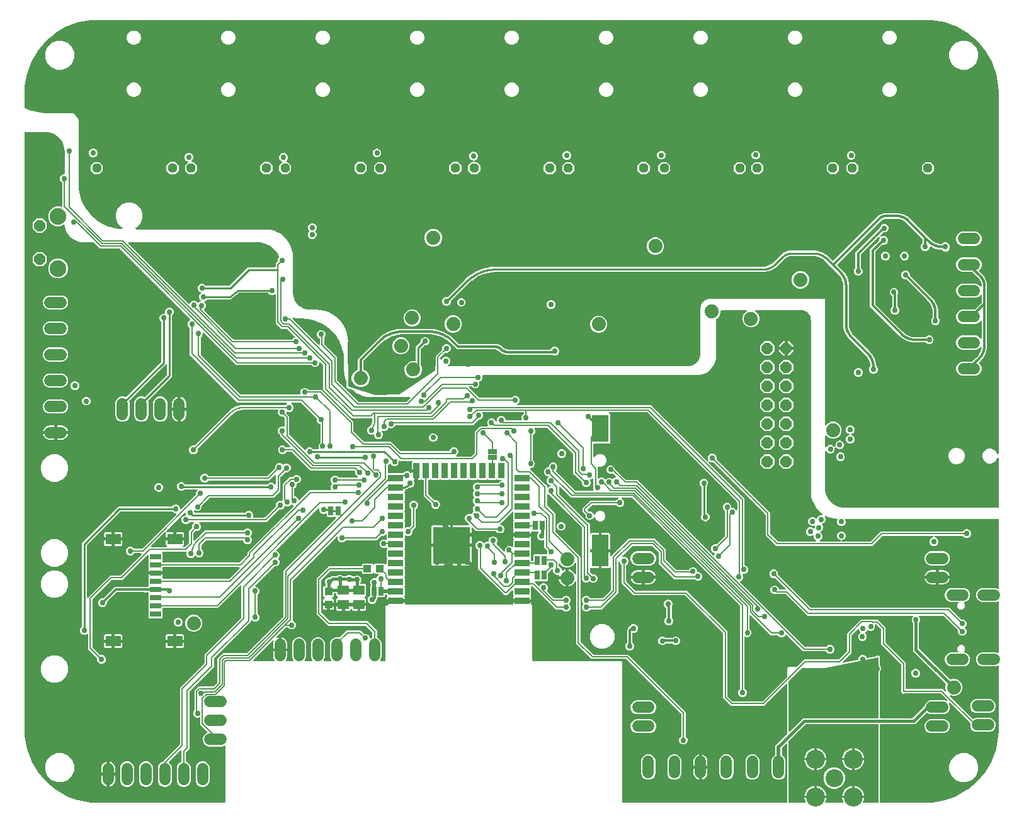
<source format=gbr>
G04 EAGLE Gerber RS-274X export*
G75*
%MOMM*%
%FSLAX34Y34*%
%LPD*%
%INBottom Copper*%
%IPPOS*%
%AMOC8*
5,1,8,0,0,1.08239X$1,22.5*%
G01*
%ADD10C,1.500000*%
%ADD11P,1.319650X8X22.500000*%
%ADD12R,5.000000X5.000000*%
%ADD13R,2.000000X0.900000*%
%ADD14R,0.900000X2.000000*%
%ADD15R,1.100000X1.000000*%
%ADD16C,1.879600*%
%ADD17R,1.270000X0.635000*%
%ADD18R,0.635000X1.270000*%
%ADD19R,1.500000X1.300000*%
%ADD20R,1.000000X1.100000*%
%ADD21R,2.300000X4.300000*%
%ADD22R,2.300000X3.660000*%
%ADD23P,1.649562X8X292.500000*%
%ADD24C,2.247900*%
%ADD25R,2.000000X1.450000*%
%ADD26R,1.500000X0.800000*%
%ADD27C,0.254000*%
%ADD28C,2.400000*%
%ADD29C,2.550000*%
%ADD30C,0.750000*%
%ADD31C,0.500000*%
%ADD32C,0.406400*%
%ADD33C,0.304800*%
%ADD34C,0.203200*%
%ADD35C,0.177800*%
%ADD36C,0.300000*%
%ADD37C,0.508000*%

G36*
X1310816Y399161D02*
X1310816Y399161D01*
X1310935Y399168D01*
X1310973Y399180D01*
X1311014Y399185D01*
X1311124Y399229D01*
X1311237Y399266D01*
X1311272Y399288D01*
X1311309Y399302D01*
X1311405Y399372D01*
X1311506Y399436D01*
X1311534Y399466D01*
X1311567Y399489D01*
X1311643Y399581D01*
X1311724Y399668D01*
X1311744Y399703D01*
X1311769Y399734D01*
X1311820Y399842D01*
X1311878Y399946D01*
X1311888Y399985D01*
X1311905Y400022D01*
X1311927Y400139D01*
X1311957Y400254D01*
X1311961Y400314D01*
X1311965Y400334D01*
X1311963Y400355D01*
X1311967Y400415D01*
X1311967Y465294D01*
X1311959Y465363D01*
X1311960Y465433D01*
X1311939Y465520D01*
X1311927Y465609D01*
X1311902Y465674D01*
X1311885Y465742D01*
X1311843Y465822D01*
X1311810Y465905D01*
X1311769Y465961D01*
X1311737Y466023D01*
X1311676Y466090D01*
X1311624Y466162D01*
X1311570Y466207D01*
X1311523Y466259D01*
X1311448Y466308D01*
X1311379Y466365D01*
X1311315Y466395D01*
X1311257Y466433D01*
X1311172Y466462D01*
X1311091Y466501D01*
X1311022Y466514D01*
X1310956Y466537D01*
X1310867Y466544D01*
X1310779Y466561D01*
X1310709Y466556D01*
X1310639Y466562D01*
X1310551Y466546D01*
X1310461Y466541D01*
X1310395Y466519D01*
X1310326Y466507D01*
X1310244Y466470D01*
X1310159Y466443D01*
X1310100Y466405D01*
X1310036Y466377D01*
X1309966Y466321D01*
X1309890Y466273D01*
X1309842Y466222D01*
X1309788Y466178D01*
X1309733Y466106D01*
X1309672Y466041D01*
X1309638Y465980D01*
X1309596Y465924D01*
X1309525Y465780D01*
X1308505Y463317D01*
X1305683Y460495D01*
X1301996Y458967D01*
X1298004Y458967D01*
X1294317Y460495D01*
X1291495Y463317D01*
X1289967Y467004D01*
X1289967Y470996D01*
X1291495Y474683D01*
X1294317Y477505D01*
X1298004Y479033D01*
X1301996Y479033D01*
X1305683Y477505D01*
X1308505Y474683D01*
X1309525Y472220D01*
X1309560Y472160D01*
X1309586Y472095D01*
X1309638Y472022D01*
X1309683Y471944D01*
X1309731Y471894D01*
X1309772Y471838D01*
X1309842Y471780D01*
X1309904Y471716D01*
X1309964Y471679D01*
X1310017Y471635D01*
X1310099Y471596D01*
X1310175Y471550D01*
X1310242Y471529D01*
X1310305Y471499D01*
X1310393Y471482D01*
X1310479Y471456D01*
X1310549Y471453D01*
X1310618Y471439D01*
X1310707Y471445D01*
X1310797Y471441D01*
X1310865Y471455D01*
X1310935Y471459D01*
X1311020Y471487D01*
X1311108Y471505D01*
X1311171Y471536D01*
X1311237Y471557D01*
X1311313Y471605D01*
X1311394Y471645D01*
X1311447Y471690D01*
X1311506Y471727D01*
X1311568Y471793D01*
X1311636Y471851D01*
X1311676Y471908D01*
X1311724Y471959D01*
X1311767Y472038D01*
X1311819Y472111D01*
X1311844Y472176D01*
X1311878Y472238D01*
X1311900Y472324D01*
X1311932Y472409D01*
X1311940Y472478D01*
X1311957Y472545D01*
X1311967Y472706D01*
X1311967Y958000D01*
X1311965Y958016D01*
X1311966Y958055D01*
X1311598Y966483D01*
X1311598Y966486D01*
X1311598Y966488D01*
X1311580Y966648D01*
X1308653Y983248D01*
X1308644Y983277D01*
X1308641Y983307D01*
X1308596Y983461D01*
X1302831Y999300D01*
X1302817Y999327D01*
X1302809Y999357D01*
X1302737Y999501D01*
X1294310Y1014098D01*
X1294291Y1014122D01*
X1294278Y1014150D01*
X1294193Y1014265D01*
X1294190Y1014271D01*
X1294188Y1014272D01*
X1294183Y1014280D01*
X1283348Y1027192D01*
X1283326Y1027212D01*
X1283308Y1027237D01*
X1283192Y1027348D01*
X1270280Y1038183D01*
X1270254Y1038199D01*
X1270232Y1038220D01*
X1270098Y1038310D01*
X1255501Y1046737D01*
X1255473Y1046749D01*
X1255448Y1046766D01*
X1255300Y1046831D01*
X1239461Y1052596D01*
X1239432Y1052603D01*
X1239404Y1052615D01*
X1239248Y1052653D01*
X1222648Y1055580D01*
X1222646Y1055580D01*
X1222643Y1055581D01*
X1222483Y1055598D01*
X1214055Y1055966D01*
X1214040Y1055965D01*
X1214000Y1055967D01*
X100000Y1055967D01*
X99984Y1055965D01*
X99945Y1055966D01*
X91517Y1055598D01*
X91514Y1055598D01*
X91512Y1055598D01*
X91352Y1055580D01*
X74752Y1052653D01*
X74723Y1052644D01*
X74693Y1052641D01*
X74539Y1052596D01*
X58700Y1046831D01*
X58673Y1046817D01*
X58643Y1046809D01*
X58499Y1046737D01*
X43902Y1038310D01*
X43878Y1038291D01*
X43850Y1038278D01*
X43720Y1038183D01*
X30808Y1027348D01*
X30788Y1027326D01*
X30763Y1027308D01*
X30652Y1027192D01*
X19817Y1014280D01*
X19801Y1014254D01*
X19780Y1014232D01*
X19731Y1014159D01*
X19718Y1014143D01*
X19711Y1014129D01*
X19690Y1014098D01*
X11263Y999501D01*
X11251Y999473D01*
X11234Y999448D01*
X11169Y999300D01*
X5404Y983461D01*
X5397Y983432D01*
X5385Y983404D01*
X5347Y983248D01*
X2420Y966648D01*
X2420Y966646D01*
X2419Y966643D01*
X2402Y966483D01*
X2034Y958055D01*
X2035Y958040D01*
X2033Y958000D01*
X2033Y938468D01*
X2034Y938457D01*
X2033Y938447D01*
X2054Y938299D01*
X2073Y938152D01*
X2076Y938143D01*
X2078Y938132D01*
X2135Y937994D01*
X2190Y937856D01*
X2196Y937848D01*
X2200Y937839D01*
X2289Y937719D01*
X2376Y937599D01*
X2384Y937593D01*
X2391Y937584D01*
X2507Y937491D01*
X2621Y937396D01*
X2631Y937392D01*
X2639Y937385D01*
X2781Y937310D01*
X8208Y934868D01*
X8215Y934866D01*
X8227Y934861D01*
X8231Y934859D01*
X8236Y934857D01*
X8351Y934813D01*
X15620Y932549D01*
X15626Y932547D01*
X15768Y932512D01*
X23256Y931140D01*
X23264Y931139D01*
X23409Y931121D01*
X31008Y930661D01*
X31027Y930663D01*
X31084Y930659D01*
X62948Y930659D01*
X65063Y930474D01*
X67060Y929939D01*
X68934Y929065D01*
X70627Y927879D01*
X72089Y926417D01*
X73275Y924724D01*
X74149Y922850D01*
X74684Y920853D01*
X74869Y918738D01*
X74869Y835135D01*
X74872Y835115D01*
X74872Y835058D01*
X75308Y827841D01*
X75309Y827834D01*
X75327Y827689D01*
X76630Y820577D01*
X76632Y820571D01*
X76667Y820429D01*
X78818Y813526D01*
X78820Y813520D01*
X78872Y813383D01*
X81839Y806790D01*
X81843Y806784D01*
X81910Y806654D01*
X85651Y800467D01*
X85655Y800461D01*
X85738Y800340D01*
X90197Y794649D01*
X90202Y794644D01*
X90298Y794534D01*
X95411Y789422D01*
X95416Y789418D01*
X95526Y789320D01*
X101217Y784861D01*
X101223Y784858D01*
X101343Y784774D01*
X107530Y781034D01*
X107536Y781031D01*
X107666Y780963D01*
X114259Y777995D01*
X114266Y777993D01*
X114402Y777941D01*
X121305Y775790D01*
X121312Y775789D01*
X121454Y775753D01*
X128566Y774450D01*
X128573Y774450D01*
X128718Y774432D01*
X132680Y774192D01*
X132788Y774199D01*
X132895Y774197D01*
X132946Y774209D01*
X132997Y774213D01*
X133100Y774246D01*
X133205Y774271D01*
X133250Y774296D01*
X133299Y774312D01*
X133390Y774370D01*
X133486Y774420D01*
X133524Y774455D01*
X133568Y774483D01*
X133641Y774561D01*
X133721Y774634D01*
X133750Y774677D01*
X133785Y774715D01*
X133837Y774809D01*
X133896Y774900D01*
X133913Y774949D01*
X133937Y774994D01*
X133964Y775099D01*
X133999Y775201D01*
X134003Y775252D01*
X134016Y775302D01*
X134016Y775410D01*
X134024Y775518D01*
X134016Y775569D01*
X134015Y775620D01*
X133988Y775724D01*
X133970Y775831D01*
X133949Y775878D01*
X133936Y775928D01*
X133884Y776022D01*
X133839Y776121D01*
X133807Y776161D01*
X133782Y776206D01*
X133708Y776285D01*
X133641Y776369D01*
X133600Y776400D01*
X133564Y776438D01*
X133473Y776496D01*
X133387Y776561D01*
X133314Y776596D01*
X133295Y776608D01*
X133280Y776613D01*
X133242Y776632D01*
X132842Y776797D01*
X127797Y781842D01*
X125067Y788433D01*
X125067Y795567D01*
X127797Y802158D01*
X132842Y807203D01*
X139433Y809933D01*
X146567Y809933D01*
X153158Y807203D01*
X158203Y802158D01*
X160933Y795567D01*
X160933Y788433D01*
X158203Y781842D01*
X153158Y776797D01*
X152283Y776435D01*
X152222Y776400D01*
X152157Y776374D01*
X152084Y776322D01*
X152006Y776277D01*
X151956Y776229D01*
X151900Y776188D01*
X151842Y776118D01*
X151778Y776056D01*
X151741Y775996D01*
X151697Y775943D01*
X151659Y775861D01*
X151612Y775785D01*
X151591Y775718D01*
X151561Y775655D01*
X151544Y775567D01*
X151518Y775481D01*
X151515Y775411D01*
X151502Y775343D01*
X151507Y775253D01*
X151503Y775163D01*
X151517Y775095D01*
X151521Y775025D01*
X151549Y774940D01*
X151567Y774852D01*
X151598Y774789D01*
X151619Y774723D01*
X151667Y774647D01*
X151707Y774566D01*
X151752Y774513D01*
X151789Y774454D01*
X151855Y774392D01*
X151913Y774324D01*
X151970Y774284D01*
X152021Y774236D01*
X152100Y774193D01*
X152173Y774141D01*
X152238Y774116D01*
X152300Y774083D01*
X152387Y774060D01*
X152471Y774028D01*
X152540Y774020D01*
X152608Y774003D01*
X152768Y773993D01*
X326074Y773993D01*
X331388Y773613D01*
X336548Y772490D01*
X341497Y770644D01*
X346132Y768113D01*
X350360Y764948D01*
X354095Y761214D01*
X357260Y756986D01*
X359791Y752350D01*
X361637Y747402D01*
X362760Y742241D01*
X363140Y736927D01*
X363140Y688535D01*
X363142Y688513D01*
X363143Y688435D01*
X363409Y685061D01*
X363413Y685042D01*
X363413Y685023D01*
X363440Y684864D01*
X364230Y681573D01*
X364237Y681555D01*
X364240Y681535D01*
X364292Y681383D01*
X365587Y678256D01*
X365597Y678239D01*
X365603Y678221D01*
X365678Y678078D01*
X367446Y675192D01*
X367459Y675177D01*
X367467Y675160D01*
X367561Y675034D01*
X367563Y675031D01*
X369762Y672457D01*
X369776Y672444D01*
X369787Y672428D01*
X369903Y672316D01*
X372477Y670118D01*
X372493Y670107D01*
X372506Y670093D01*
X372638Y670001D01*
X375524Y668232D01*
X375541Y668224D01*
X375557Y668213D01*
X375701Y668142D01*
X378829Y666846D01*
X378847Y666841D01*
X378864Y666832D01*
X379018Y666785D01*
X382310Y665995D01*
X382329Y665992D01*
X382347Y665986D01*
X382506Y665963D01*
X385881Y665698D01*
X385903Y665699D01*
X385981Y665694D01*
X394274Y665694D01*
X399936Y665323D01*
X405460Y664224D01*
X410794Y662413D01*
X415845Y659922D01*
X420528Y656793D01*
X424763Y653080D01*
X428476Y648845D01*
X431606Y644162D01*
X434097Y639110D01*
X435907Y633777D01*
X437006Y628253D01*
X437330Y623304D01*
X437261Y623274D01*
X437242Y623261D01*
X437221Y623251D01*
X437101Y623159D01*
X436979Y623069D01*
X436964Y623052D01*
X436945Y623038D01*
X436850Y622920D01*
X436751Y622806D01*
X436740Y622785D01*
X436726Y622767D01*
X436659Y622631D01*
X436589Y622497D01*
X436583Y622475D01*
X436573Y622454D01*
X436540Y622306D01*
X436502Y622160D01*
X436500Y622132D01*
X436496Y622114D01*
X436496Y622068D01*
X436487Y621915D01*
X437759Y563203D01*
X437777Y563074D01*
X437787Y562943D01*
X437800Y562901D01*
X437806Y562858D01*
X437853Y562736D01*
X437893Y562611D01*
X437915Y562573D01*
X437931Y562533D01*
X438004Y562424D01*
X438071Y562312D01*
X438102Y562280D01*
X438126Y562244D01*
X438222Y562155D01*
X438313Y562061D01*
X438350Y562037D01*
X438382Y562007D01*
X438496Y561942D01*
X438606Y561871D01*
X438656Y561851D01*
X438685Y561835D01*
X438732Y561821D01*
X438833Y561781D01*
X473525Y551088D01*
X473648Y551065D01*
X473768Y551035D01*
X473832Y551031D01*
X473868Y551024D01*
X473916Y551027D01*
X474012Y551021D01*
X505309Y551812D01*
X505440Y551831D01*
X505572Y551842D01*
X505612Y551855D01*
X505654Y551861D01*
X505777Y551909D01*
X505904Y551950D01*
X505949Y551975D01*
X505979Y551987D01*
X506020Y552015D01*
X506117Y552069D01*
X553993Y584104D01*
X554070Y584169D01*
X554153Y584227D01*
X554202Y584281D01*
X554259Y584329D01*
X554319Y584410D01*
X554386Y584485D01*
X554422Y584550D01*
X554466Y584609D01*
X554506Y584702D01*
X554555Y584790D01*
X554575Y584861D01*
X554604Y584929D01*
X554622Y585029D01*
X554650Y585126D01*
X554658Y585225D01*
X554666Y585272D01*
X554664Y585308D01*
X554669Y585370D01*
X554669Y589951D01*
X554716Y589980D01*
X554744Y590010D01*
X554777Y590034D01*
X554852Y590125D01*
X554934Y590212D01*
X554954Y590247D01*
X554979Y590278D01*
X555030Y590386D01*
X555088Y590490D01*
X555098Y590530D01*
X555115Y590566D01*
X555137Y590683D01*
X555167Y590798D01*
X555171Y590859D01*
X555175Y590879D01*
X555173Y590899D01*
X555177Y590959D01*
X555177Y603548D01*
X563466Y611837D01*
X563527Y611915D01*
X563594Y611987D01*
X563624Y612040D01*
X563661Y612088D01*
X563700Y612179D01*
X563748Y612266D01*
X563763Y612325D01*
X563787Y612380D01*
X563803Y612478D01*
X563827Y612574D01*
X563834Y612674D01*
X563837Y612694D01*
X563836Y612707D01*
X563838Y612735D01*
X563838Y615010D01*
X564718Y617135D01*
X566345Y618762D01*
X568470Y619642D01*
X570771Y619642D01*
X572896Y618762D01*
X574523Y617135D01*
X575403Y615010D01*
X575403Y612709D01*
X574523Y610584D01*
X572896Y608957D01*
X570771Y608077D01*
X568495Y608077D01*
X568397Y608064D01*
X568298Y608061D01*
X568240Y608045D01*
X568180Y608037D01*
X568088Y608001D01*
X567993Y607973D01*
X567940Y607942D01*
X567884Y607920D01*
X567804Y607862D01*
X567719Y607812D01*
X567643Y607745D01*
X567627Y607733D01*
X567619Y607724D01*
X567598Y607705D01*
X561392Y601500D01*
X561332Y601421D01*
X561264Y601349D01*
X561235Y601296D01*
X561198Y601248D01*
X561158Y601157D01*
X561110Y601071D01*
X561095Y601012D01*
X561071Y600957D01*
X561056Y600859D01*
X561031Y600763D01*
X561025Y600663D01*
X561021Y600642D01*
X561022Y600630D01*
X561021Y600602D01*
X561021Y599868D01*
X561029Y599799D01*
X561028Y599729D01*
X561049Y599642D01*
X561061Y599553D01*
X561086Y599488D01*
X561103Y599420D01*
X561145Y599341D01*
X561178Y599257D01*
X561219Y599201D01*
X561251Y599139D01*
X561312Y599073D01*
X561364Y599000D01*
X561418Y598955D01*
X561465Y598904D01*
X561540Y598854D01*
X561609Y598797D01*
X561673Y598767D01*
X561731Y598729D01*
X561816Y598700D01*
X561897Y598661D01*
X561966Y598648D01*
X562032Y598626D01*
X562121Y598619D01*
X562209Y598602D01*
X562279Y598606D01*
X562349Y598600D01*
X562437Y598616D01*
X562527Y598621D01*
X562593Y598643D01*
X562662Y598655D01*
X562744Y598692D01*
X562829Y598719D01*
X562888Y598757D01*
X562952Y598785D01*
X563022Y598842D01*
X563098Y598890D01*
X563146Y598940D01*
X563200Y598984D01*
X563254Y599056D01*
X563316Y599121D01*
X563350Y599182D01*
X563392Y599238D01*
X563463Y599383D01*
X563816Y600237D01*
X565443Y601863D01*
X567568Y602744D01*
X569869Y602744D01*
X571994Y601863D01*
X573621Y600237D01*
X574501Y598111D01*
X574501Y595811D01*
X573621Y593685D01*
X571931Y591995D01*
X571895Y591975D01*
X571845Y591926D01*
X571788Y591885D01*
X571731Y591816D01*
X571667Y591753D01*
X571630Y591694D01*
X571585Y591640D01*
X571547Y591559D01*
X571500Y591482D01*
X571479Y591415D01*
X571450Y591352D01*
X571433Y591264D01*
X571406Y591179D01*
X571403Y591108D01*
X571390Y591040D01*
X571395Y590950D01*
X571391Y590861D01*
X571405Y590792D01*
X571409Y590722D01*
X571437Y590637D01*
X571455Y590549D01*
X571486Y590486D01*
X571508Y590420D01*
X571555Y590344D01*
X571595Y590264D01*
X571640Y590210D01*
X571678Y590151D01*
X571743Y590090D01*
X571801Y590022D01*
X571858Y589981D01*
X571909Y589933D01*
X571988Y589890D01*
X572061Y589838D01*
X572126Y589813D01*
X572188Y589779D01*
X572274Y589757D01*
X572358Y589725D01*
X572428Y589718D01*
X572496Y589700D01*
X572656Y589690D01*
X894015Y589690D01*
X894036Y589693D01*
X894114Y589694D01*
X896568Y589887D01*
X896587Y589891D01*
X896606Y589890D01*
X896765Y589918D01*
X899159Y590493D01*
X899177Y590499D01*
X899196Y590502D01*
X899348Y590554D01*
X901622Y591496D01*
X901639Y591506D01*
X901657Y591511D01*
X901800Y591587D01*
X903898Y592873D01*
X903914Y592885D01*
X903931Y592893D01*
X904060Y592990D01*
X905931Y594588D01*
X905944Y594603D01*
X905960Y594614D01*
X906072Y594729D01*
X907671Y596601D01*
X907681Y596617D01*
X907695Y596631D01*
X907788Y596762D01*
X909074Y598861D01*
X909082Y598879D01*
X909094Y598894D01*
X909164Y599038D01*
X910106Y601313D01*
X910112Y601331D01*
X910121Y601348D01*
X910168Y601502D01*
X910743Y603896D01*
X910745Y603915D01*
X910751Y603933D01*
X910774Y604092D01*
X910967Y606546D01*
X910966Y606568D01*
X910971Y606646D01*
X910971Y667348D01*
X911176Y669697D01*
X911772Y671922D01*
X912746Y674009D01*
X914066Y675895D01*
X915695Y677524D01*
X917581Y678844D01*
X919668Y679818D01*
X921893Y680414D01*
X924242Y680619D01*
X1078272Y680619D01*
X1078272Y511734D01*
X1078290Y511596D01*
X1078303Y511457D01*
X1078310Y511438D01*
X1078312Y511418D01*
X1078363Y511289D01*
X1078410Y511158D01*
X1078422Y511141D01*
X1078429Y511123D01*
X1078511Y511010D01*
X1078589Y510895D01*
X1078604Y510882D01*
X1078616Y510865D01*
X1078723Y510776D01*
X1078827Y510685D01*
X1078845Y510675D01*
X1078861Y510662D01*
X1078987Y510603D01*
X1079111Y510540D01*
X1079130Y510535D01*
X1079149Y510527D01*
X1079285Y510501D01*
X1079421Y510470D01*
X1079441Y510471D01*
X1079461Y510467D01*
X1079599Y510476D01*
X1079739Y510480D01*
X1079758Y510486D01*
X1079778Y510487D01*
X1079910Y510530D01*
X1080044Y510568D01*
X1080062Y510579D01*
X1080081Y510585D01*
X1080199Y510659D01*
X1080318Y510730D01*
X1080339Y510748D01*
X1080350Y510755D01*
X1080364Y510770D01*
X1080439Y510836D01*
X1082828Y513225D01*
X1087029Y514965D01*
X1091577Y514965D01*
X1095778Y513225D01*
X1098993Y510009D01*
X1100734Y505808D01*
X1100734Y501261D01*
X1098993Y497060D01*
X1095778Y493844D01*
X1091577Y492104D01*
X1087029Y492104D01*
X1082828Y493844D01*
X1080439Y496233D01*
X1080329Y496318D01*
X1080222Y496407D01*
X1080204Y496415D01*
X1080188Y496428D01*
X1080060Y496483D01*
X1079934Y496542D01*
X1079915Y496546D01*
X1079896Y496554D01*
X1079758Y496576D01*
X1079622Y496602D01*
X1079602Y496601D01*
X1079582Y496604D01*
X1079443Y496591D01*
X1079305Y496582D01*
X1079285Y496576D01*
X1079265Y496574D01*
X1079134Y496527D01*
X1079002Y496484D01*
X1078985Y496473D01*
X1078966Y496466D01*
X1078851Y496388D01*
X1078733Y496314D01*
X1078720Y496299D01*
X1078703Y496288D01*
X1078611Y496184D01*
X1078516Y496082D01*
X1078506Y496065D01*
X1078492Y496049D01*
X1078429Y495925D01*
X1078362Y495804D01*
X1078357Y495784D01*
X1078348Y495766D01*
X1078317Y495630D01*
X1078283Y495496D01*
X1078281Y495468D01*
X1078278Y495456D01*
X1078279Y495435D01*
X1078272Y495335D01*
X1078272Y482087D01*
X1078281Y482018D01*
X1078280Y481948D01*
X1078301Y481861D01*
X1078312Y481772D01*
X1078338Y481707D01*
X1078354Y481639D01*
X1078396Y481559D01*
X1078429Y481476D01*
X1078470Y481419D01*
X1078503Y481358D01*
X1078563Y481291D01*
X1078616Y481219D01*
X1078670Y481174D01*
X1078717Y481122D01*
X1078792Y481073D01*
X1078861Y481016D01*
X1078924Y480986D01*
X1078983Y480948D01*
X1079068Y480918D01*
X1079149Y480880D01*
X1079217Y480867D01*
X1079283Y480844D01*
X1079373Y480837D01*
X1079461Y480820D01*
X1079531Y480825D01*
X1079600Y480819D01*
X1079689Y480835D01*
X1079778Y480840D01*
X1079845Y480862D01*
X1079914Y480874D01*
X1079996Y480911D01*
X1080081Y480938D01*
X1080140Y480976D01*
X1080204Y481004D01*
X1080274Y481060D01*
X1080350Y481108D01*
X1080398Y481159D01*
X1080452Y481203D01*
X1080506Y481275D01*
X1080568Y481340D01*
X1080601Y481401D01*
X1080643Y481457D01*
X1080714Y481601D01*
X1082341Y483228D01*
X1084466Y484108D01*
X1086767Y484108D01*
X1088892Y483228D01*
X1090313Y481806D01*
X1090423Y481721D01*
X1090530Y481632D01*
X1090549Y481623D01*
X1090565Y481611D01*
X1090693Y481556D01*
X1090818Y481497D01*
X1090838Y481493D01*
X1090857Y481485D01*
X1090995Y481463D01*
X1091130Y481437D01*
X1091151Y481438D01*
X1091171Y481435D01*
X1091310Y481448D01*
X1091448Y481457D01*
X1091467Y481463D01*
X1091487Y481465D01*
X1091619Y481512D01*
X1091750Y481555D01*
X1091768Y481565D01*
X1091787Y481572D01*
X1091902Y481650D01*
X1092019Y481725D01*
X1092033Y481740D01*
X1092050Y481751D01*
X1092142Y481855D01*
X1092237Y481956D01*
X1092247Y481974D01*
X1092260Y481989D01*
X1092324Y482113D01*
X1092391Y482235D01*
X1092396Y482254D01*
X1092405Y482273D01*
X1092435Y482408D01*
X1092470Y482543D01*
X1092472Y482571D01*
X1092474Y482583D01*
X1092474Y482603D01*
X1092480Y482703D01*
X1092480Y484924D01*
X1093361Y487049D01*
X1094987Y488676D01*
X1097113Y489556D01*
X1099413Y489556D01*
X1101539Y488676D01*
X1103165Y487049D01*
X1104046Y484924D01*
X1104046Y482623D01*
X1103165Y480498D01*
X1101539Y478871D01*
X1099413Y477991D01*
X1097113Y477991D01*
X1094987Y478871D01*
X1093566Y480293D01*
X1093456Y480378D01*
X1093349Y480467D01*
X1093331Y480475D01*
X1093315Y480488D01*
X1093186Y480543D01*
X1093061Y480602D01*
X1093041Y480606D01*
X1093023Y480614D01*
X1092885Y480636D01*
X1092749Y480662D01*
X1092729Y480661D01*
X1092709Y480664D01*
X1092570Y480651D01*
X1092431Y480642D01*
X1092412Y480636D01*
X1092392Y480634D01*
X1092261Y480587D01*
X1092129Y480544D01*
X1092112Y480533D01*
X1092093Y480526D01*
X1091978Y480448D01*
X1091860Y480374D01*
X1091846Y480359D01*
X1091830Y480348D01*
X1091737Y480243D01*
X1091642Y480142D01*
X1091632Y480125D01*
X1091619Y480109D01*
X1091555Y479985D01*
X1091489Y479864D01*
X1091484Y479844D01*
X1091474Y479826D01*
X1091444Y479690D01*
X1091409Y479556D01*
X1091407Y479528D01*
X1091405Y479516D01*
X1091405Y479495D01*
X1091399Y479395D01*
X1091399Y477175D01*
X1090519Y475050D01*
X1088892Y473423D01*
X1086767Y472542D01*
X1084466Y472542D01*
X1082341Y473423D01*
X1080714Y475050D01*
X1080680Y475109D01*
X1080654Y475174D01*
X1080601Y475247D01*
X1080557Y475325D01*
X1080508Y475375D01*
X1080467Y475432D01*
X1080398Y475489D01*
X1080336Y475553D01*
X1080276Y475590D01*
X1080222Y475635D01*
X1080141Y475673D01*
X1080064Y475720D01*
X1079998Y475740D01*
X1079934Y475770D01*
X1079846Y475787D01*
X1079761Y475813D01*
X1079691Y475817D01*
X1079622Y475830D01*
X1079533Y475824D01*
X1079443Y475829D01*
X1079374Y475814D01*
X1079305Y475810D01*
X1079219Y475782D01*
X1079131Y475764D01*
X1079069Y475734D01*
X1079002Y475712D01*
X1078926Y475664D01*
X1078846Y475625D01*
X1078792Y475579D01*
X1078733Y475542D01*
X1078672Y475477D01*
X1078604Y475418D01*
X1078563Y475361D01*
X1078516Y475310D01*
X1078472Y475232D01*
X1078421Y475158D01*
X1078396Y475093D01*
X1078362Y475032D01*
X1078340Y474945D01*
X1078308Y474861D01*
X1078300Y474792D01*
X1078283Y474724D01*
X1078272Y474563D01*
X1078272Y425927D01*
X1078275Y425906D01*
X1078276Y425837D01*
X1078535Y422206D01*
X1078537Y422196D01*
X1078537Y422186D01*
X1078561Y422027D01*
X1079335Y418470D01*
X1079338Y418460D01*
X1079339Y418450D01*
X1079386Y418296D01*
X1080658Y414886D01*
X1080663Y414877D01*
X1080665Y414867D01*
X1080733Y414721D01*
X1082478Y411526D01*
X1082484Y411518D01*
X1082487Y411508D01*
X1082576Y411374D01*
X1084757Y408460D01*
X1084764Y408452D01*
X1084769Y408444D01*
X1084876Y408323D01*
X1087449Y405749D01*
X1087457Y405743D01*
X1087464Y405735D01*
X1087586Y405630D01*
X1090500Y403449D01*
X1090509Y403444D01*
X1090517Y403437D01*
X1090653Y403351D01*
X1093848Y401606D01*
X1093857Y401603D01*
X1093865Y401597D01*
X1094012Y401531D01*
X1097423Y400259D01*
X1097433Y400257D01*
X1097442Y400252D01*
X1097597Y400208D01*
X1101154Y399434D01*
X1101164Y399433D01*
X1101173Y399430D01*
X1101333Y399408D01*
X1104964Y399149D01*
X1104985Y399150D01*
X1105054Y399146D01*
X1310698Y399146D01*
X1310816Y399161D01*
G37*
G36*
X271010Y2041D02*
X271010Y2041D01*
X271068Y2039D01*
X271150Y2061D01*
X271234Y2073D01*
X271287Y2096D01*
X271343Y2111D01*
X271416Y2154D01*
X271493Y2189D01*
X271538Y2227D01*
X271588Y2256D01*
X271646Y2318D01*
X271710Y2372D01*
X271742Y2421D01*
X271782Y2464D01*
X271821Y2539D01*
X271868Y2609D01*
X271885Y2665D01*
X271912Y2717D01*
X271923Y2785D01*
X271953Y2880D01*
X271956Y2980D01*
X271967Y3048D01*
X271967Y78099D01*
X271951Y78213D01*
X271941Y78328D01*
X271931Y78353D01*
X271927Y78381D01*
X271880Y78486D01*
X271839Y78593D01*
X271823Y78615D01*
X271811Y78640D01*
X271737Y78728D01*
X271668Y78820D01*
X271645Y78836D01*
X271628Y78857D01*
X271532Y78921D01*
X271440Y78990D01*
X271414Y79000D01*
X271391Y79015D01*
X271281Y79050D01*
X271174Y79090D01*
X271146Y79092D01*
X271120Y79101D01*
X271005Y79104D01*
X270891Y79113D01*
X270866Y79107D01*
X270836Y79108D01*
X270579Y79041D01*
X270563Y79037D01*
X268236Y78073D01*
X249444Y78073D01*
X245940Y79525D01*
X243258Y82206D01*
X241807Y85710D01*
X241807Y89502D01*
X243258Y93006D01*
X245940Y95688D01*
X247766Y96444D01*
X247865Y96502D01*
X247967Y96555D01*
X247987Y96574D01*
X248011Y96588D01*
X248090Y96672D01*
X248173Y96751D01*
X248187Y96775D01*
X248206Y96795D01*
X248259Y96897D01*
X248317Y96996D01*
X248323Y97023D01*
X248336Y97048D01*
X248358Y97161D01*
X248387Y97272D01*
X248386Y97299D01*
X248391Y97327D01*
X248381Y97441D01*
X248378Y97556D01*
X248369Y97582D01*
X248367Y97610D01*
X248325Y97717D01*
X248290Y97826D01*
X248276Y97847D01*
X248265Y97875D01*
X248104Y98087D01*
X248095Y98100D01*
X240514Y105681D01*
X238505Y107690D01*
X238505Y116577D01*
X238489Y116690D01*
X238479Y116805D01*
X238469Y116831D01*
X238465Y116858D01*
X238418Y116963D01*
X238377Y117070D01*
X238360Y117092D01*
X238349Y117117D01*
X238275Y117205D01*
X238206Y117297D01*
X238183Y117313D01*
X238165Y117334D01*
X238070Y117398D01*
X237978Y117467D01*
X237952Y117477D01*
X237929Y117492D01*
X237819Y117527D01*
X237712Y117567D01*
X237684Y117569D01*
X237658Y117578D01*
X237543Y117581D01*
X237429Y117590D01*
X237404Y117584D01*
X237374Y117585D01*
X237117Y117518D01*
X237101Y117515D01*
X235886Y117011D01*
X233585Y117011D01*
X231460Y117891D01*
X229833Y119518D01*
X228953Y121644D01*
X228953Y123944D01*
X229833Y126069D01*
X230276Y126512D01*
X230329Y126582D01*
X230389Y126646D01*
X230414Y126696D01*
X230447Y126740D01*
X230478Y126821D01*
X230518Y126899D01*
X230526Y126947D01*
X230548Y127005D01*
X230561Y127153D01*
X230574Y127230D01*
X230574Y153223D01*
X232582Y155231D01*
X232583Y155231D01*
X233886Y156535D01*
X233887Y156535D01*
X235895Y158544D01*
X255536Y158544D01*
X255622Y158556D01*
X255710Y158559D01*
X255763Y158576D01*
X255817Y158584D01*
X255897Y158620D01*
X255980Y158647D01*
X256020Y158675D01*
X256077Y158700D01*
X256190Y158796D01*
X256254Y158842D01*
X261256Y163844D01*
X261308Y163914D01*
X261368Y163977D01*
X261394Y164027D01*
X261427Y164071D01*
X261458Y164153D01*
X261498Y164231D01*
X261506Y164278D01*
X261528Y164337D01*
X261540Y164484D01*
X261553Y164562D01*
X261553Y196156D01*
X268844Y203447D01*
X300438Y203447D01*
X300525Y203459D01*
X300612Y203462D01*
X300665Y203479D01*
X300720Y203487D01*
X300800Y203522D01*
X300883Y203549D01*
X300922Y203577D01*
X300979Y203603D01*
X301093Y203699D01*
X301156Y203744D01*
X350014Y252601D01*
X350066Y252671D01*
X350126Y252735D01*
X350151Y252785D01*
X350185Y252829D01*
X350216Y252910D01*
X350255Y252988D01*
X350263Y253036D01*
X350286Y253094D01*
X350298Y253242D01*
X350311Y253319D01*
X350311Y314729D01*
X420627Y385045D01*
X420645Y385068D01*
X420667Y385087D01*
X420730Y385182D01*
X420798Y385272D01*
X420809Y385300D01*
X420825Y385324D01*
X420859Y385432D01*
X420899Y385538D01*
X420902Y385567D01*
X420911Y385595D01*
X420914Y385708D01*
X420923Y385821D01*
X420917Y385850D01*
X420918Y385879D01*
X420889Y385989D01*
X420867Y386100D01*
X420854Y386126D01*
X420846Y386154D01*
X420788Y386252D01*
X420736Y386352D01*
X420716Y386374D01*
X420701Y386399D01*
X420618Y386476D01*
X420540Y386558D01*
X420515Y386573D01*
X420494Y386593D01*
X420393Y386645D01*
X420295Y386702D01*
X420267Y386709D01*
X420240Y386723D01*
X420163Y386736D01*
X420020Y386772D01*
X419957Y386770D01*
X419909Y386778D01*
X419810Y386778D01*
X419465Y387123D01*
X419419Y387158D01*
X419378Y387201D01*
X419305Y387244D01*
X419238Y387294D01*
X419184Y387315D01*
X419133Y387345D01*
X419051Y387365D01*
X418972Y387395D01*
X418914Y387400D01*
X418858Y387415D01*
X418773Y387412D01*
X418689Y387419D01*
X418632Y387408D01*
X418573Y387406D01*
X418493Y387380D01*
X418410Y387363D01*
X418359Y387336D01*
X418303Y387318D01*
X418247Y387278D01*
X418158Y387232D01*
X418086Y387163D01*
X418030Y387123D01*
X417684Y386778D01*
X409650Y386778D01*
X408460Y387969D01*
X408460Y390726D01*
X408444Y390839D01*
X408434Y390954D01*
X408424Y390980D01*
X408420Y391007D01*
X408373Y391112D01*
X408332Y391219D01*
X408315Y391241D01*
X408304Y391267D01*
X408229Y391354D01*
X408160Y391446D01*
X408138Y391462D01*
X408120Y391484D01*
X408024Y391547D01*
X407932Y391616D01*
X407906Y391626D01*
X407883Y391641D01*
X407774Y391676D01*
X407666Y391716D01*
X407639Y391719D01*
X407612Y391727D01*
X407498Y391730D01*
X407383Y391739D01*
X407359Y391733D01*
X407328Y391734D01*
X407071Y391667D01*
X407056Y391664D01*
X405272Y390925D01*
X402971Y390925D01*
X400846Y391805D01*
X399219Y393432D01*
X398339Y395557D01*
X398339Y397713D01*
X398335Y397742D01*
X398337Y397771D01*
X398315Y397882D01*
X398299Y397995D01*
X398287Y398021D01*
X398281Y398050D01*
X398229Y398151D01*
X398183Y398254D01*
X398164Y398276D01*
X398150Y398302D01*
X398072Y398384D01*
X397999Y398471D01*
X397975Y398487D01*
X397955Y398508D01*
X397857Y398566D01*
X397763Y398629D01*
X397735Y398637D01*
X397709Y398652D01*
X397600Y398680D01*
X397491Y398714D01*
X397462Y398715D01*
X397434Y398722D01*
X397321Y398719D01*
X397207Y398722D01*
X397179Y398714D01*
X397150Y398713D01*
X397042Y398678D01*
X396932Y398650D01*
X396907Y398635D01*
X396879Y398626D01*
X396815Y398580D01*
X396688Y398505D01*
X396645Y398459D01*
X396606Y398431D01*
X340846Y342672D01*
X340778Y342580D01*
X340703Y342492D01*
X340692Y342466D01*
X340676Y342444D01*
X340635Y342337D01*
X340588Y342232D01*
X340584Y342205D01*
X340574Y342179D01*
X340565Y342064D01*
X340549Y341951D01*
X340553Y341923D01*
X340551Y341895D01*
X340573Y341783D01*
X340590Y341669D01*
X340601Y341644D01*
X340607Y341617D01*
X340660Y341515D01*
X340707Y341410D01*
X340725Y341389D01*
X340738Y341364D01*
X340817Y341281D01*
X340891Y341194D01*
X340912Y341180D01*
X340933Y341158D01*
X341163Y341024D01*
X341176Y341016D01*
X342556Y340444D01*
X344183Y338817D01*
X345063Y336692D01*
X345063Y334391D01*
X344183Y332266D01*
X343410Y331494D01*
X343375Y331447D01*
X343333Y331407D01*
X343290Y331334D01*
X343240Y331266D01*
X343219Y331212D01*
X343189Y331161D01*
X343168Y331080D01*
X343138Y331001D01*
X343133Y330942D01*
X343119Y330886D01*
X343122Y330801D01*
X343115Y330717D01*
X343126Y330660D01*
X343128Y330602D01*
X343154Y330521D01*
X343171Y330439D01*
X343198Y330387D01*
X343216Y330331D01*
X343256Y330275D01*
X343302Y330186D01*
X343370Y330114D01*
X343410Y330058D01*
X344183Y329285D01*
X345063Y327160D01*
X345063Y324859D01*
X344183Y322734D01*
X342556Y321107D01*
X340431Y320227D01*
X338230Y320227D01*
X338143Y320215D01*
X338056Y320212D01*
X338003Y320195D01*
X337948Y320187D01*
X337869Y320151D01*
X337785Y320124D01*
X337746Y320096D01*
X337689Y320071D01*
X337576Y319975D01*
X337512Y319930D01*
X312362Y294780D01*
X312345Y294756D01*
X312322Y294737D01*
X312259Y294643D01*
X312191Y294553D01*
X312181Y294525D01*
X312165Y294501D01*
X312130Y294393D01*
X312090Y294287D01*
X312088Y294258D01*
X312079Y294230D01*
X312076Y294116D01*
X312066Y294004D01*
X312072Y293975D01*
X312071Y293945D01*
X312100Y293836D01*
X312122Y293725D01*
X312136Y293699D01*
X312143Y293670D01*
X312201Y293573D01*
X312253Y293473D01*
X312274Y293451D01*
X312289Y293426D01*
X312371Y293349D01*
X312449Y293266D01*
X312474Y293252D01*
X312496Y293231D01*
X312597Y293180D01*
X312694Y293123D01*
X312723Y293115D01*
X312749Y293102D01*
X312826Y293089D01*
X312970Y293053D01*
X313032Y293055D01*
X313080Y293047D01*
X313408Y293047D01*
X315533Y292166D01*
X317160Y290540D01*
X318040Y288414D01*
X318040Y286114D01*
X317160Y283988D01*
X315477Y282305D01*
X315424Y282235D01*
X315364Y282171D01*
X315339Y282122D01*
X315306Y282078D01*
X315275Y281996D01*
X315235Y281918D01*
X315227Y281871D01*
X315204Y281812D01*
X315192Y281664D01*
X315179Y281587D01*
X315179Y257576D01*
X315191Y257490D01*
X315194Y257402D01*
X315211Y257350D01*
X315219Y257295D01*
X315255Y257215D01*
X315282Y257132D01*
X315310Y257092D01*
X315335Y257035D01*
X315431Y256922D01*
X315477Y256858D01*
X317160Y255175D01*
X318040Y253050D01*
X318040Y250749D01*
X317160Y248624D01*
X315533Y246997D01*
X313408Y246117D01*
X311107Y246117D01*
X308982Y246997D01*
X308368Y247611D01*
X308344Y247629D01*
X308325Y247651D01*
X308231Y247714D01*
X308141Y247782D01*
X308113Y247792D01*
X308089Y247809D01*
X307981Y247843D01*
X307875Y247883D01*
X307846Y247886D01*
X307818Y247894D01*
X307704Y247897D01*
X307592Y247907D01*
X307563Y247901D01*
X307534Y247902D01*
X307424Y247873D01*
X307313Y247851D01*
X307287Y247837D01*
X307258Y247830D01*
X307161Y247772D01*
X307061Y247720D01*
X307039Y247700D01*
X307014Y247685D01*
X306937Y247602D01*
X306854Y247524D01*
X306840Y247499D01*
X306820Y247477D01*
X306768Y247376D01*
X306711Y247279D01*
X306703Y247250D01*
X306690Y247224D01*
X306677Y247147D01*
X306641Y247003D01*
X306643Y246941D01*
X306635Y246893D01*
X306635Y245993D01*
X257298Y196656D01*
X257283Y196636D01*
X257265Y196621D01*
X257234Y196574D01*
X257185Y196523D01*
X257160Y196473D01*
X257127Y196429D01*
X257113Y196393D01*
X257107Y196384D01*
X257095Y196346D01*
X257056Y196269D01*
X257048Y196222D01*
X257026Y196163D01*
X257013Y196016D01*
X257000Y195938D01*
X257000Y184549D01*
X224321Y151869D01*
X224269Y151799D01*
X224209Y151735D01*
X224183Y151686D01*
X224150Y151642D01*
X224119Y151560D01*
X224079Y151482D01*
X224071Y151435D01*
X224049Y151376D01*
X224037Y151229D01*
X224024Y151151D01*
X224024Y75082D01*
X219706Y70764D01*
X219691Y70744D01*
X219674Y70730D01*
X219643Y70683D01*
X219593Y70631D01*
X219568Y70581D01*
X219535Y70537D01*
X219521Y70500D01*
X219516Y70493D01*
X219506Y70462D01*
X219504Y70455D01*
X219464Y70378D01*
X219456Y70330D01*
X219434Y70272D01*
X219421Y70124D01*
X219408Y70046D01*
X219408Y57982D01*
X219409Y57980D01*
X219408Y57979D01*
X219429Y57840D01*
X219448Y57701D01*
X219449Y57699D01*
X219449Y57698D01*
X219508Y57567D01*
X219565Y57441D01*
X219566Y57440D01*
X219566Y57438D01*
X219660Y57328D01*
X219748Y57224D01*
X219750Y57223D01*
X219751Y57222D01*
X219764Y57214D01*
X219985Y57067D01*
X220014Y57057D01*
X220035Y57044D01*
X221760Y56330D01*
X224441Y53648D01*
X225892Y50144D01*
X225892Y31352D01*
X224441Y27848D01*
X221760Y25167D01*
X218256Y23716D01*
X214464Y23716D01*
X210960Y25167D01*
X208278Y27848D01*
X206827Y31352D01*
X206827Y50144D01*
X208278Y53648D01*
X210960Y56330D01*
X212684Y57044D01*
X212686Y57045D01*
X212687Y57045D01*
X212805Y57115D01*
X212929Y57189D01*
X212930Y57190D01*
X212932Y57191D01*
X213029Y57294D01*
X213124Y57395D01*
X213125Y57397D01*
X213126Y57398D01*
X213190Y57524D01*
X213254Y57648D01*
X213255Y57650D01*
X213256Y57651D01*
X213258Y57666D01*
X213310Y57927D01*
X213307Y57957D01*
X213311Y57982D01*
X213311Y71923D01*
X213307Y71952D01*
X213309Y71982D01*
X213287Y72093D01*
X213271Y72205D01*
X213259Y72232D01*
X213253Y72260D01*
X213201Y72361D01*
X213155Y72464D01*
X213136Y72487D01*
X213122Y72513D01*
X213044Y72595D01*
X212971Y72681D01*
X212947Y72697D01*
X212927Y72719D01*
X212829Y72776D01*
X212735Y72839D01*
X212707Y72848D01*
X212681Y72863D01*
X212572Y72890D01*
X212464Y72925D01*
X212434Y72925D01*
X212406Y72933D01*
X212293Y72929D01*
X212179Y72932D01*
X212151Y72925D01*
X212122Y72924D01*
X212014Y72889D01*
X211904Y72860D01*
X211879Y72845D01*
X211851Y72836D01*
X211787Y72791D01*
X211660Y72715D01*
X211617Y72669D01*
X211578Y72641D01*
X196531Y57594D01*
X196496Y57548D01*
X196453Y57507D01*
X196411Y57434D01*
X196360Y57367D01*
X196339Y57312D01*
X196310Y57262D01*
X196289Y57180D01*
X196259Y57101D01*
X196254Y57043D01*
X196240Y56986D01*
X196242Y56902D01*
X196235Y56818D01*
X196247Y56761D01*
X196249Y56702D01*
X196274Y56622D01*
X196291Y56539D01*
X196318Y56487D01*
X196336Y56432D01*
X196376Y56376D01*
X196422Y56287D01*
X196464Y56243D01*
X196477Y56220D01*
X196505Y56194D01*
X196531Y56158D01*
X199041Y53648D01*
X200492Y50144D01*
X200492Y31352D01*
X199041Y27848D01*
X196360Y25167D01*
X192856Y23716D01*
X189064Y23716D01*
X185560Y25167D01*
X182878Y27848D01*
X181427Y31352D01*
X181427Y50144D01*
X182878Y53648D01*
X185560Y56330D01*
X187284Y57044D01*
X187286Y57045D01*
X187287Y57045D01*
X187405Y57115D01*
X187529Y57189D01*
X187530Y57190D01*
X187532Y57191D01*
X187629Y57294D01*
X187724Y57395D01*
X187725Y57397D01*
X187726Y57398D01*
X187742Y57428D01*
X210793Y80480D01*
X210846Y80549D01*
X210906Y80613D01*
X210931Y80663D01*
X210964Y80707D01*
X210995Y80789D01*
X211035Y80867D01*
X211043Y80914D01*
X211065Y80973D01*
X211071Y81035D01*
X211077Y81054D01*
X211078Y81125D01*
X211091Y81198D01*
X211091Y156929D01*
X243770Y189608D01*
X243823Y189678D01*
X243883Y189742D01*
X243908Y189791D01*
X243941Y189836D01*
X243972Y189917D01*
X244012Y189995D01*
X244020Y190043D01*
X244042Y190101D01*
X244054Y190249D01*
X244067Y190326D01*
X244067Y202044D01*
X293404Y251380D01*
X293457Y251450D01*
X293517Y251514D01*
X293542Y251563D01*
X293575Y251608D01*
X293606Y251689D01*
X293646Y251767D01*
X293654Y251815D01*
X293676Y251873D01*
X293689Y252021D01*
X293702Y252098D01*
X293702Y293076D01*
X293697Y293105D01*
X293700Y293134D01*
X293678Y293245D01*
X293662Y293357D01*
X293650Y293384D01*
X293644Y293413D01*
X293592Y293513D01*
X293545Y293617D01*
X293527Y293639D01*
X293513Y293665D01*
X293435Y293747D01*
X293362Y293834D01*
X293337Y293850D01*
X293317Y293871D01*
X293220Y293928D01*
X293125Y293991D01*
X293097Y294000D01*
X293072Y294015D01*
X292962Y294043D01*
X292854Y294077D01*
X292825Y294078D01*
X292796Y294085D01*
X292683Y294081D01*
X292570Y294084D01*
X292542Y294077D01*
X292512Y294076D01*
X292404Y294041D01*
X292295Y294012D01*
X292270Y293997D01*
X292242Y293988D01*
X292178Y293943D01*
X292051Y293867D01*
X292008Y293822D01*
X291968Y293794D01*
X262589Y264414D01*
X188834Y264414D01*
X188776Y264406D01*
X188718Y264408D01*
X188636Y264386D01*
X188553Y264375D01*
X188499Y264351D01*
X188443Y264336D01*
X188370Y264293D01*
X188293Y264258D01*
X188249Y264220D01*
X188198Y264191D01*
X188141Y264129D01*
X188076Y264075D01*
X188044Y264026D01*
X188004Y263983D01*
X187965Y263908D01*
X187919Y263838D01*
X187901Y263782D01*
X187874Y263730D01*
X187863Y263662D01*
X187833Y263567D01*
X187830Y263467D01*
X187819Y263399D01*
X187819Y262611D01*
X187801Y262594D01*
X187758Y262521D01*
X187708Y262454D01*
X187687Y262399D01*
X187657Y262349D01*
X187637Y262267D01*
X187607Y262188D01*
X187602Y262130D01*
X187587Y262073D01*
X187590Y261989D01*
X187583Y261905D01*
X187594Y261848D01*
X187596Y261789D01*
X187622Y261709D01*
X187639Y261626D01*
X187666Y261574D01*
X187684Y261518D01*
X187724Y261462D01*
X187770Y261374D01*
X187819Y261322D01*
X187819Y251621D01*
X186628Y250430D01*
X169944Y250430D01*
X168753Y251621D01*
X168753Y261315D01*
X168771Y261332D01*
X168814Y261405D01*
X168864Y261472D01*
X168885Y261527D01*
X168915Y261577D01*
X168936Y261659D01*
X168966Y261738D01*
X168970Y261796D01*
X168985Y261853D01*
X168982Y261937D01*
X168989Y262021D01*
X168978Y262079D01*
X168976Y262137D01*
X168950Y262217D01*
X168933Y262300D01*
X168906Y262352D01*
X168888Y262408D01*
X168848Y262464D01*
X168802Y262552D01*
X168753Y262604D01*
X168753Y272315D01*
X168771Y272332D01*
X168814Y272405D01*
X168864Y272472D01*
X168885Y272527D01*
X168915Y272577D01*
X168936Y272659D01*
X168966Y272738D01*
X168970Y272796D01*
X168985Y272853D01*
X168982Y272937D01*
X168989Y273021D01*
X168978Y273079D01*
X168976Y273137D01*
X168950Y273217D01*
X168933Y273300D01*
X168906Y273352D01*
X168888Y273408D01*
X168848Y273464D01*
X168802Y273552D01*
X168753Y273604D01*
X168753Y283315D01*
X168771Y283332D01*
X168814Y283405D01*
X168864Y283472D01*
X168885Y283527D01*
X168915Y283577D01*
X168936Y283659D01*
X168966Y283738D01*
X168970Y283796D01*
X168985Y283853D01*
X168982Y283937D01*
X168989Y284021D01*
X168978Y284079D01*
X168976Y284137D01*
X168950Y284217D01*
X168933Y284300D01*
X168906Y284352D01*
X168888Y284408D01*
X168848Y284464D01*
X168802Y284552D01*
X168753Y284604D01*
X168753Y284891D01*
X168745Y284949D01*
X168747Y285007D01*
X168725Y285089D01*
X168714Y285173D01*
X168690Y285226D01*
X168675Y285282D01*
X168632Y285355D01*
X168597Y285432D01*
X168559Y285477D01*
X168530Y285527D01*
X168468Y285585D01*
X168414Y285649D01*
X168365Y285681D01*
X168322Y285721D01*
X168247Y285760D01*
X168177Y285807D01*
X168121Y285824D01*
X168069Y285851D01*
X168001Y285862D01*
X167906Y285892D01*
X167806Y285895D01*
X167738Y285906D01*
X167274Y285906D01*
X167187Y285894D01*
X167100Y285891D01*
X167047Y285874D01*
X166992Y285867D01*
X166912Y285831D01*
X166829Y285804D01*
X166790Y285776D01*
X166733Y285750D01*
X166620Y285654D01*
X166556Y285609D01*
X166312Y285365D01*
X163366Y285365D01*
X163122Y285609D01*
X163052Y285661D01*
X162988Y285721D01*
X162939Y285747D01*
X162895Y285780D01*
X162813Y285811D01*
X162735Y285851D01*
X162687Y285859D01*
X162629Y285881D01*
X162481Y285893D01*
X162404Y285906D01*
X126857Y285906D01*
X126770Y285894D01*
X126683Y285891D01*
X126630Y285874D01*
X126575Y285867D01*
X126496Y285831D01*
X126412Y285804D01*
X126373Y285776D01*
X126316Y285750D01*
X126203Y285654D01*
X126139Y285609D01*
X113080Y272550D01*
X113028Y272480D01*
X112968Y272416D01*
X112942Y272367D01*
X112909Y272323D01*
X112878Y272241D01*
X112838Y272163D01*
X112830Y272116D01*
X112808Y272057D01*
X112796Y271910D01*
X112783Y271832D01*
X112783Y270350D01*
X111902Y268224D01*
X110276Y266598D01*
X108150Y265717D01*
X105850Y265717D01*
X103724Y266598D01*
X102098Y268224D01*
X101217Y270350D01*
X101217Y272650D01*
X102098Y274776D01*
X103724Y276402D01*
X105850Y277283D01*
X107332Y277283D01*
X107419Y277295D01*
X107506Y277298D01*
X107559Y277315D01*
X107614Y277323D01*
X107694Y277358D01*
X107777Y277385D01*
X107816Y277413D01*
X107873Y277439D01*
X107986Y277535D01*
X108050Y277580D01*
X123490Y293020D01*
X167738Y293020D01*
X167796Y293028D01*
X167854Y293026D01*
X167936Y293048D01*
X168020Y293060D01*
X168073Y293084D01*
X168130Y293098D01*
X168202Y293141D01*
X168279Y293176D01*
X168324Y293214D01*
X168374Y293244D01*
X168432Y293305D01*
X168496Y293360D01*
X168528Y293408D01*
X168568Y293451D01*
X168607Y293526D01*
X168654Y293596D01*
X168671Y293652D01*
X168698Y293704D01*
X168709Y293772D01*
X168739Y293867D01*
X168742Y293967D01*
X168753Y294035D01*
X168753Y294315D01*
X168771Y294332D01*
X168814Y294405D01*
X168864Y294472D01*
X168885Y294527D01*
X168915Y294577D01*
X168936Y294659D01*
X168966Y294738D01*
X168970Y294796D01*
X168985Y294853D01*
X168982Y294937D01*
X168989Y295021D01*
X168978Y295079D01*
X168976Y295137D01*
X168950Y295217D01*
X168933Y295300D01*
X168906Y295352D01*
X168888Y295408D01*
X168848Y295464D01*
X168802Y295552D01*
X168753Y295604D01*
X168753Y305305D01*
X168793Y305345D01*
X168834Y305399D01*
X168883Y305447D01*
X168919Y305512D01*
X168964Y305572D01*
X168988Y305636D01*
X169022Y305695D01*
X169039Y305768D01*
X169065Y305838D01*
X169071Y305905D01*
X169086Y305972D01*
X169083Y306047D01*
X169089Y306121D01*
X169075Y306188D01*
X169072Y306256D01*
X169050Y306315D01*
X169033Y306400D01*
X168980Y306501D01*
X168954Y306570D01*
X168892Y306678D01*
X168753Y307195D01*
X168753Y309464D01*
X177302Y309464D01*
X177360Y309472D01*
X177418Y309470D01*
X177500Y309492D01*
X177583Y309504D01*
X177637Y309528D01*
X177693Y309542D01*
X177766Y309585D01*
X177843Y309620D01*
X177887Y309658D01*
X177938Y309688D01*
X177995Y309749D01*
X178060Y309804D01*
X178092Y309852D01*
X178132Y309895D01*
X178171Y309970D01*
X178217Y310040D01*
X178235Y310096D01*
X178262Y310148D01*
X178273Y310216D01*
X178286Y310258D01*
X178295Y310198D01*
X178319Y310144D01*
X178334Y310088D01*
X178377Y310015D01*
X178411Y309938D01*
X178449Y309893D01*
X178479Y309843D01*
X178540Y309785D01*
X178595Y309721D01*
X178643Y309689D01*
X178686Y309649D01*
X178761Y309610D01*
X178831Y309564D01*
X178887Y309546D01*
X178939Y309519D01*
X179007Y309508D01*
X179102Y309478D01*
X179202Y309475D01*
X179270Y309464D01*
X187819Y309464D01*
X187819Y307195D01*
X187680Y306678D01*
X187618Y306570D01*
X187592Y306507D01*
X187558Y306448D01*
X187539Y306376D01*
X187512Y306307D01*
X187505Y306239D01*
X187488Y306173D01*
X187490Y306098D01*
X187483Y306024D01*
X187495Y305957D01*
X187497Y305889D01*
X187520Y305818D01*
X187533Y305744D01*
X187563Y305683D01*
X187584Y305618D01*
X187621Y305567D01*
X187659Y305489D01*
X187736Y305405D01*
X187779Y305345D01*
X187819Y305305D01*
X187819Y304527D01*
X187826Y304477D01*
X187826Y304461D01*
X187827Y304456D01*
X187826Y304411D01*
X187847Y304329D01*
X187859Y304246D01*
X187883Y304192D01*
X187897Y304136D01*
X187940Y304063D01*
X187975Y303986D01*
X188013Y303941D01*
X188043Y303891D01*
X188104Y303833D01*
X188159Y303769D01*
X188207Y303737D01*
X188250Y303697D01*
X188325Y303658D01*
X188395Y303612D01*
X188451Y303594D01*
X188503Y303567D01*
X188571Y303556D01*
X188666Y303526D01*
X188766Y303523D01*
X188834Y303512D01*
X276565Y303512D01*
X276651Y303524D01*
X276739Y303527D01*
X276792Y303544D01*
X276846Y303552D01*
X276926Y303587D01*
X277009Y303614D01*
X277049Y303642D01*
X277106Y303668D01*
X277219Y303764D01*
X277283Y303809D01*
X291155Y317681D01*
X291172Y317705D01*
X291195Y317724D01*
X291258Y317818D01*
X291326Y317908D01*
X291336Y317936D01*
X291352Y317960D01*
X291387Y318068D01*
X291427Y318174D01*
X291429Y318203D01*
X291438Y318231D01*
X291441Y318345D01*
X291450Y318457D01*
X291445Y318486D01*
X291445Y318515D01*
X291417Y318625D01*
X291395Y318736D01*
X291381Y318762D01*
X291374Y318790D01*
X291316Y318888D01*
X291264Y318988D01*
X291243Y319010D01*
X291228Y319035D01*
X291146Y319112D01*
X291068Y319195D01*
X291042Y319209D01*
X291021Y319229D01*
X290920Y319281D01*
X290823Y319338D01*
X290794Y319345D01*
X290768Y319359D01*
X290691Y319372D01*
X290547Y319408D01*
X290485Y319406D01*
X290437Y319414D01*
X188834Y319414D01*
X188776Y319406D01*
X188718Y319408D01*
X188636Y319386D01*
X188553Y319375D01*
X188499Y319351D01*
X188443Y319336D01*
X188370Y319293D01*
X188293Y319258D01*
X188249Y319220D01*
X188198Y319191D01*
X188141Y319129D01*
X188076Y319075D01*
X188044Y319026D01*
X188004Y318983D01*
X187965Y318908D01*
X187919Y318838D01*
X187901Y318782D01*
X187874Y318730D01*
X187863Y318662D01*
X187833Y318567D01*
X187830Y318467D01*
X187819Y318399D01*
X187819Y317621D01*
X187779Y317581D01*
X187738Y317527D01*
X187690Y317479D01*
X187653Y317414D01*
X187608Y317354D01*
X187584Y317291D01*
X187551Y317231D01*
X187534Y317158D01*
X187507Y317089D01*
X187501Y317021D01*
X187486Y316954D01*
X187490Y316880D01*
X187483Y316805D01*
X187497Y316739D01*
X187500Y316670D01*
X187522Y316611D01*
X187539Y316527D01*
X187592Y316425D01*
X187618Y316356D01*
X187680Y316248D01*
X187819Y315731D01*
X187819Y313462D01*
X179270Y313462D01*
X179212Y313454D01*
X179154Y313456D01*
X179072Y313434D01*
X178989Y313423D01*
X178935Y313399D01*
X178879Y313384D01*
X178806Y313341D01*
X178729Y313306D01*
X178685Y313268D01*
X178634Y313239D01*
X178577Y313177D01*
X178512Y313123D01*
X178480Y313074D01*
X178440Y313031D01*
X178402Y312956D01*
X178355Y312886D01*
X178337Y312830D01*
X178311Y312778D01*
X178299Y312710D01*
X178286Y312668D01*
X178277Y312729D01*
X178253Y312782D01*
X178239Y312838D01*
X178196Y312911D01*
X178161Y312988D01*
X178123Y313033D01*
X178093Y313083D01*
X178032Y313141D01*
X177977Y313205D01*
X177929Y313237D01*
X177886Y313277D01*
X177811Y313316D01*
X177741Y313363D01*
X177685Y313380D01*
X177633Y313407D01*
X177565Y313418D01*
X177470Y313448D01*
X177370Y313451D01*
X177302Y313462D01*
X168753Y313462D01*
X168753Y315731D01*
X168892Y316248D01*
X168954Y316356D01*
X168980Y316419D01*
X169014Y316478D01*
X169033Y316550D01*
X169061Y316620D01*
X169068Y316687D01*
X169084Y316753D01*
X169082Y316828D01*
X169090Y316902D01*
X169078Y316969D01*
X169075Y317038D01*
X169052Y317109D01*
X169039Y317182D01*
X169009Y317243D01*
X168988Y317308D01*
X168951Y317359D01*
X168913Y317437D01*
X168836Y317521D01*
X168793Y317581D01*
X168753Y317621D01*
X168753Y327315D01*
X168771Y327332D01*
X168814Y327405D01*
X168864Y327472D01*
X168885Y327527D01*
X168915Y327577D01*
X168936Y327659D01*
X168966Y327738D01*
X168970Y327796D01*
X168985Y327853D01*
X168982Y327937D01*
X168989Y328021D01*
X168978Y328079D01*
X168976Y328137D01*
X168950Y328217D01*
X168933Y328300D01*
X168906Y328352D01*
X168888Y328408D01*
X168848Y328464D01*
X168802Y328552D01*
X168753Y328604D01*
X168753Y334523D01*
X168749Y334552D01*
X168752Y334581D01*
X168729Y334692D01*
X168714Y334804D01*
X168702Y334831D01*
X168696Y334860D01*
X168644Y334960D01*
X168597Y335064D01*
X168578Y335086D01*
X168565Y335112D01*
X168487Y335194D01*
X168414Y335281D01*
X168389Y335297D01*
X168369Y335318D01*
X168271Y335376D01*
X168177Y335438D01*
X168149Y335447D01*
X168124Y335462D01*
X168014Y335490D01*
X167906Y335524D01*
X167877Y335525D01*
X167848Y335532D01*
X167735Y335528D01*
X167622Y335531D01*
X167593Y335524D01*
X167564Y335523D01*
X167456Y335488D01*
X167347Y335460D01*
X167322Y335445D01*
X167294Y335436D01*
X167230Y335390D01*
X167102Y335314D01*
X167059Y335269D01*
X167020Y335241D01*
X136099Y304320D01*
X134016Y302236D01*
X120314Y302236D01*
X120227Y302224D01*
X120140Y302221D01*
X120087Y302204D01*
X120033Y302197D01*
X119953Y302161D01*
X119870Y302134D01*
X119830Y302106D01*
X119773Y302080D01*
X119660Y301984D01*
X119596Y301939D01*
X94044Y276387D01*
X93992Y276318D01*
X93932Y276254D01*
X93907Y276204D01*
X93874Y276160D01*
X93842Y276078D01*
X93803Y276000D01*
X93795Y275953D01*
X93772Y275894D01*
X93760Y275747D01*
X93747Y275669D01*
X93747Y212000D01*
X93759Y211914D01*
X93762Y211826D01*
X93779Y211774D01*
X93787Y211719D01*
X93823Y211639D01*
X93850Y211556D01*
X93878Y211517D01*
X93903Y211460D01*
X93999Y211346D01*
X94044Y211283D01*
X104048Y201279D01*
X104118Y201227D01*
X104182Y201167D01*
X104231Y201141D01*
X104275Y201108D01*
X104357Y201077D01*
X104435Y201037D01*
X104482Y201029D01*
X104541Y201007D01*
X104688Y200995D01*
X104766Y200982D01*
X106967Y200982D01*
X109092Y200101D01*
X110719Y198475D01*
X111599Y196349D01*
X111599Y194049D01*
X110719Y191923D01*
X109092Y190297D01*
X106967Y189416D01*
X104666Y189416D01*
X102541Y190297D01*
X100914Y191923D01*
X100034Y194049D01*
X100034Y196250D01*
X100021Y196336D01*
X100019Y196424D01*
X100002Y196476D01*
X99994Y196531D01*
X99958Y196611D01*
X99931Y196694D01*
X99903Y196733D01*
X99878Y196791D01*
X99782Y196904D01*
X99736Y196968D01*
X87650Y209054D01*
X87650Y228511D01*
X87645Y228540D01*
X87648Y228570D01*
X87626Y228680D01*
X87610Y228793D01*
X87598Y228820D01*
X87592Y228848D01*
X87540Y228949D01*
X87493Y229052D01*
X87475Y229075D01*
X87461Y229101D01*
X87383Y229183D01*
X87310Y229269D01*
X87285Y229285D01*
X87265Y229307D01*
X87167Y229364D01*
X87073Y229427D01*
X87045Y229436D01*
X87020Y229450D01*
X86910Y229478D01*
X86802Y229512D01*
X86773Y229513D01*
X86744Y229520D01*
X86631Y229517D01*
X86518Y229520D01*
X86490Y229512D01*
X86460Y229511D01*
X86352Y229477D01*
X86243Y229448D01*
X86218Y229433D01*
X86190Y229424D01*
X86126Y229378D01*
X85999Y229303D01*
X85956Y229257D01*
X85916Y229229D01*
X85760Y229072D01*
X83634Y228192D01*
X81334Y228192D01*
X79208Y229072D01*
X77582Y230699D01*
X76701Y232824D01*
X76701Y235125D01*
X77582Y237250D01*
X78884Y238553D01*
X78936Y238622D01*
X78996Y238686D01*
X79022Y238736D01*
X79055Y238780D01*
X79086Y238861D01*
X79126Y238939D01*
X79134Y238987D01*
X79156Y239045D01*
X79168Y239193D01*
X79181Y239270D01*
X79181Y352002D01*
X128106Y400927D01*
X200419Y400927D01*
X200505Y400939D01*
X200593Y400942D01*
X200645Y400959D01*
X200700Y400967D01*
X200780Y401003D01*
X200863Y401030D01*
X200903Y401058D01*
X200960Y401083D01*
X201073Y401179D01*
X201137Y401224D01*
X202439Y402527D01*
X204564Y403407D01*
X206865Y403407D01*
X208990Y402527D01*
X210617Y400900D01*
X211497Y398775D01*
X211497Y398082D01*
X211501Y398053D01*
X211499Y398023D01*
X211521Y397912D01*
X211537Y397800D01*
X211549Y397774D01*
X211555Y397745D01*
X211607Y397644D01*
X211653Y397541D01*
X211672Y397518D01*
X211686Y397492D01*
X211764Y397410D01*
X211837Y397324D01*
X211862Y397308D01*
X211882Y397286D01*
X211979Y397229D01*
X212074Y397166D01*
X212102Y397157D01*
X212127Y397143D01*
X212236Y397115D01*
X212345Y397080D01*
X212374Y397080D01*
X212402Y397072D01*
X212516Y397076D01*
X212629Y397073D01*
X212657Y397081D01*
X212687Y397082D01*
X212794Y397116D01*
X212904Y397145D01*
X212929Y397160D01*
X212957Y397169D01*
X213021Y397215D01*
X213148Y397290D01*
X213191Y397336D01*
X213230Y397364D01*
X232538Y416671D01*
X232590Y416741D01*
X232650Y416805D01*
X232675Y416854D01*
X232709Y416898D01*
X232740Y416980D01*
X232780Y417058D01*
X232787Y417105D01*
X232810Y417164D01*
X232822Y417312D01*
X232835Y417389D01*
X232835Y419590D01*
X233715Y421715D01*
X234474Y422474D01*
X234492Y422498D01*
X234514Y422516D01*
X234577Y422611D01*
X234645Y422701D01*
X234656Y422729D01*
X234672Y422753D01*
X234706Y422861D01*
X234746Y422967D01*
X234749Y422996D01*
X234758Y423024D01*
X234761Y423137D01*
X234770Y423250D01*
X234764Y423279D01*
X234765Y423308D01*
X234736Y423418D01*
X234714Y423529D01*
X234700Y423555D01*
X234693Y423583D01*
X234635Y423680D01*
X234583Y423781D01*
X234563Y423803D01*
X234548Y423828D01*
X234465Y423905D01*
X234387Y423987D01*
X234362Y424002D01*
X234341Y424022D01*
X234240Y424074D01*
X234142Y424131D01*
X234114Y424138D01*
X234087Y424152D01*
X234010Y424165D01*
X233866Y424201D01*
X233804Y424199D01*
X233756Y424207D01*
X217884Y424207D01*
X217797Y424195D01*
X217710Y424192D01*
X217657Y424175D01*
X217602Y424167D01*
X217522Y424132D01*
X217439Y424105D01*
X217400Y424077D01*
X217343Y424051D01*
X217229Y423955D01*
X217166Y423910D01*
X216257Y423001D01*
X214132Y422121D01*
X211831Y422121D01*
X209706Y423001D01*
X208079Y424628D01*
X207199Y426753D01*
X207199Y429054D01*
X208079Y431179D01*
X209706Y432806D01*
X211831Y433686D01*
X214132Y433686D01*
X216257Y432806D01*
X217953Y431110D01*
X218023Y431058D01*
X218087Y430998D01*
X218136Y430972D01*
X218180Y430939D01*
X218262Y430908D01*
X218340Y430868D01*
X218388Y430860D01*
X218446Y430838D01*
X218594Y430826D01*
X218671Y430813D01*
X328376Y430813D01*
X328463Y430825D01*
X328550Y430828D01*
X328603Y430845D01*
X328658Y430852D01*
X328738Y430888D01*
X328821Y430915D01*
X328860Y430943D01*
X328917Y430969D01*
X329031Y431065D01*
X329094Y431110D01*
X330396Y432412D01*
X332522Y433293D01*
X334822Y433293D01*
X336948Y432412D01*
X338357Y431003D01*
X338380Y430986D01*
X338399Y430963D01*
X338494Y430900D01*
X338584Y430832D01*
X338611Y430822D01*
X338636Y430806D01*
X338744Y430771D01*
X338850Y430731D01*
X338879Y430729D01*
X338907Y430720D01*
X339020Y430717D01*
X339133Y430708D01*
X339162Y430713D01*
X339191Y430713D01*
X339301Y430741D01*
X339412Y430763D01*
X339438Y430777D01*
X339466Y430784D01*
X339563Y430842D01*
X339664Y430894D01*
X339685Y430915D01*
X339711Y430930D01*
X339788Y431012D01*
X339870Y431090D01*
X339885Y431116D01*
X339905Y431137D01*
X339957Y431238D01*
X340014Y431336D01*
X340021Y431364D01*
X340035Y431390D01*
X340047Y431467D01*
X340084Y431611D01*
X340082Y431674D01*
X340090Y431721D01*
X340090Y442151D01*
X340086Y442180D01*
X340088Y442210D01*
X340066Y442321D01*
X340050Y442433D01*
X340038Y442459D01*
X340032Y442488D01*
X339980Y442589D01*
X339934Y442692D01*
X339915Y442715D01*
X339901Y442741D01*
X339824Y442823D01*
X339750Y442909D01*
X339726Y442925D01*
X339706Y442947D01*
X339608Y443004D01*
X339514Y443067D01*
X339486Y443076D01*
X339460Y443090D01*
X339351Y443118D01*
X339243Y443153D01*
X339213Y443153D01*
X339185Y443160D01*
X339072Y443157D01*
X338958Y443160D01*
X338930Y443152D01*
X338901Y443151D01*
X338793Y443117D01*
X338683Y443088D01*
X338658Y443073D01*
X338630Y443064D01*
X338566Y443018D01*
X338439Y442943D01*
X338396Y442897D01*
X338357Y442869D01*
X333470Y437982D01*
X331387Y435899D01*
X250086Y435899D01*
X249999Y435887D01*
X249912Y435884D01*
X249859Y435867D01*
X249804Y435859D01*
X249725Y435823D01*
X249641Y435796D01*
X249602Y435768D01*
X249545Y435743D01*
X249432Y435647D01*
X249368Y435601D01*
X247812Y434045D01*
X245686Y433165D01*
X243386Y433165D01*
X241260Y434045D01*
X239634Y435672D01*
X238753Y437797D01*
X238753Y440098D01*
X239634Y442223D01*
X241260Y443850D01*
X243386Y444730D01*
X245686Y444730D01*
X247812Y443850D01*
X249368Y442294D01*
X249438Y442241D01*
X249502Y442181D01*
X249551Y442156D01*
X249595Y442123D01*
X249677Y442092D01*
X249755Y442052D01*
X249802Y442044D01*
X249861Y442022D01*
X250008Y442009D01*
X250086Y441996D01*
X328440Y441996D01*
X328527Y442009D01*
X328614Y442011D01*
X328667Y442028D01*
X328722Y442036D01*
X328802Y442072D01*
X328885Y442099D01*
X328924Y442127D01*
X328981Y442152D01*
X329095Y442248D01*
X329158Y442294D01*
X338636Y451771D01*
X338688Y451841D01*
X338748Y451905D01*
X338774Y451954D01*
X338807Y451999D01*
X338838Y452080D01*
X338878Y452158D01*
X338886Y452206D01*
X338908Y452264D01*
X338920Y452412D01*
X338933Y452489D01*
X338933Y454690D01*
X339814Y456816D01*
X341440Y458442D01*
X343566Y459323D01*
X345866Y459323D01*
X347992Y458442D01*
X349036Y457398D01*
X349082Y457363D01*
X349123Y457321D01*
X349195Y457278D01*
X349263Y457227D01*
X349317Y457207D01*
X349368Y457177D01*
X349450Y457156D01*
X349528Y457126D01*
X349587Y457121D01*
X349643Y457107D01*
X349728Y457110D01*
X349812Y457103D01*
X349869Y457114D01*
X349928Y457116D01*
X350008Y457142D01*
X350091Y457159D01*
X350142Y457185D01*
X350198Y457203D01*
X350254Y457244D01*
X350343Y457290D01*
X350415Y457358D01*
X350471Y457398D01*
X350972Y457899D01*
X353098Y458780D01*
X355398Y458780D01*
X357524Y457899D01*
X359150Y456273D01*
X360031Y454147D01*
X360031Y451847D01*
X359150Y449721D01*
X357524Y448095D01*
X355398Y447214D01*
X353197Y447214D01*
X353111Y447202D01*
X353023Y447199D01*
X352971Y447182D01*
X352916Y447175D01*
X352836Y447139D01*
X352753Y447112D01*
X352714Y447084D01*
X352657Y447058D01*
X352543Y446962D01*
X352480Y446917D01*
X346485Y440922D01*
X346432Y440852D01*
X346372Y440789D01*
X346347Y440739D01*
X346314Y440695D01*
X346283Y440613D01*
X346243Y440535D01*
X346235Y440488D01*
X346213Y440429D01*
X346200Y440282D01*
X346187Y440204D01*
X346187Y421515D01*
X339386Y414713D01*
X339385Y414713D01*
X337302Y412630D01*
X251401Y412630D01*
X251314Y412618D01*
X251227Y412615D01*
X251174Y412598D01*
X251119Y412590D01*
X251040Y412554D01*
X250956Y412527D01*
X250917Y412499D01*
X250860Y412474D01*
X250747Y412378D01*
X250683Y412333D01*
X240768Y402418D01*
X240716Y402348D01*
X240656Y402284D01*
X240631Y402235D01*
X240598Y402191D01*
X240566Y402109D01*
X240527Y402031D01*
X240519Y401984D01*
X240496Y401925D01*
X240484Y401777D01*
X240471Y401700D01*
X240471Y399499D01*
X239591Y397374D01*
X237964Y395747D01*
X235839Y394867D01*
X233538Y394867D01*
X231530Y395699D01*
X231501Y395706D01*
X231475Y395719D01*
X231364Y395741D01*
X231254Y395770D01*
X231225Y395769D01*
X231196Y395774D01*
X231083Y395765D01*
X230970Y395761D01*
X230942Y395753D01*
X230913Y395750D01*
X230807Y395709D01*
X230699Y395675D01*
X230675Y395658D01*
X230648Y395648D01*
X230557Y395580D01*
X230463Y395517D01*
X230444Y395494D01*
X230421Y395476D01*
X230353Y395385D01*
X230280Y395299D01*
X230268Y395272D01*
X230251Y395249D01*
X230211Y395143D01*
X230165Y395039D01*
X230161Y395010D01*
X230150Y394983D01*
X230141Y394870D01*
X230126Y394758D01*
X230130Y394728D01*
X230128Y394699D01*
X230145Y394623D01*
X230167Y394476D01*
X230192Y394419D01*
X230203Y394372D01*
X230570Y393487D01*
X230585Y393427D01*
X230597Y393343D01*
X230621Y393290D01*
X230636Y393233D01*
X230679Y393161D01*
X230714Y393084D01*
X230751Y393039D01*
X230781Y392989D01*
X230843Y392931D01*
X230897Y392867D01*
X230946Y392834D01*
X230989Y392794D01*
X231064Y392756D01*
X231134Y392709D01*
X231190Y392692D01*
X231242Y392665D01*
X231310Y392654D01*
X231405Y392623D01*
X231505Y392621D01*
X231573Y392609D01*
X298648Y392609D01*
X298735Y392622D01*
X298822Y392625D01*
X298875Y392642D01*
X298930Y392649D01*
X299010Y392685D01*
X299093Y392712D01*
X299132Y392740D01*
X299189Y392766D01*
X299302Y392861D01*
X299366Y392907D01*
X300668Y394209D01*
X302794Y395089D01*
X305094Y395089D01*
X307220Y394209D01*
X308846Y392582D01*
X309727Y390457D01*
X309727Y388157D01*
X309442Y387469D01*
X309413Y387358D01*
X309379Y387249D01*
X309378Y387221D01*
X309371Y387194D01*
X309374Y387079D01*
X309371Y386964D01*
X309379Y386938D01*
X309379Y386910D01*
X309414Y386800D01*
X309443Y386689D01*
X309457Y386665D01*
X309466Y386639D01*
X309530Y386544D01*
X309589Y386445D01*
X309609Y386426D01*
X309624Y386403D01*
X309712Y386329D01*
X309796Y386250D01*
X309821Y386238D01*
X309842Y386220D01*
X309947Y386173D01*
X310049Y386121D01*
X310074Y386117D01*
X310102Y386104D01*
X310365Y386068D01*
X310380Y386065D01*
X324595Y386065D01*
X324682Y386078D01*
X324769Y386081D01*
X324822Y386098D01*
X324877Y386105D01*
X324956Y386141D01*
X325040Y386168D01*
X325079Y386196D01*
X325136Y386222D01*
X325249Y386317D01*
X325313Y386363D01*
X340028Y401078D01*
X340081Y401148D01*
X340141Y401212D01*
X340166Y401261D01*
X340199Y401305D01*
X340230Y401387D01*
X340270Y401465D01*
X340278Y401512D01*
X340300Y401571D01*
X340312Y401718D01*
X340325Y401796D01*
X340325Y403997D01*
X341206Y406122D01*
X342832Y407749D01*
X344958Y408629D01*
X347258Y408629D01*
X347583Y408495D01*
X347694Y408466D01*
X347804Y408431D01*
X347832Y408431D01*
X347858Y408424D01*
X347973Y408427D01*
X348088Y408424D01*
X348115Y408431D01*
X348143Y408432D01*
X348252Y408467D01*
X348363Y408496D01*
X348387Y408510D01*
X348413Y408518D01*
X348509Y408583D01*
X348608Y408641D01*
X348627Y408661D01*
X348650Y408677D01*
X348723Y408765D01*
X348802Y408848D01*
X348815Y408873D01*
X348833Y408894D01*
X348879Y408999D01*
X348931Y409102D01*
X348936Y409126D01*
X348948Y409154D01*
X348985Y409418D01*
X348987Y409433D01*
X348987Y430736D01*
X359084Y440833D01*
X362445Y440833D01*
X362532Y440845D01*
X362619Y440848D01*
X362672Y440865D01*
X362727Y440873D01*
X362807Y440909D01*
X362890Y440935D01*
X362929Y440963D01*
X362986Y440989D01*
X363100Y441085D01*
X363163Y441130D01*
X364719Y442687D01*
X366845Y443567D01*
X369145Y443567D01*
X371271Y442687D01*
X372898Y441060D01*
X373778Y438934D01*
X373778Y436634D01*
X372898Y434509D01*
X371271Y432882D01*
X369145Y432002D01*
X368677Y432002D01*
X368619Y431993D01*
X368560Y431995D01*
X368479Y431974D01*
X368395Y431962D01*
X368342Y431938D01*
X368285Y431923D01*
X368213Y431880D01*
X368136Y431845D01*
X368091Y431808D01*
X368041Y431778D01*
X367983Y431716D01*
X367919Y431662D01*
X367886Y431613D01*
X367846Y431570D01*
X367808Y431495D01*
X367761Y431425D01*
X367744Y431369D01*
X367717Y431317D01*
X367706Y431249D01*
X367675Y431154D01*
X367673Y431054D01*
X367662Y430986D01*
X367662Y429270D01*
X366781Y427145D01*
X365225Y425588D01*
X365172Y425519D01*
X365112Y425455D01*
X365087Y425405D01*
X365054Y425361D01*
X365023Y425280D01*
X364983Y425202D01*
X364975Y425154D01*
X364953Y425096D01*
X364940Y424948D01*
X364928Y424871D01*
X364928Y415349D01*
X364936Y415291D01*
X364934Y415233D01*
X364956Y415151D01*
X364967Y415068D01*
X364991Y415014D01*
X365006Y414958D01*
X365049Y414886D01*
X365084Y414808D01*
X365121Y414764D01*
X365151Y414714D01*
X365213Y414656D01*
X365267Y414591D01*
X365316Y414559D01*
X365359Y414519D01*
X365434Y414481D01*
X365504Y414434D01*
X365560Y414416D01*
X365612Y414390D01*
X365680Y414378D01*
X365775Y414348D01*
X365875Y414346D01*
X365943Y414334D01*
X365997Y414334D01*
X368123Y413454D01*
X369749Y411827D01*
X370403Y410248D01*
X370462Y410149D01*
X370514Y410047D01*
X370534Y410027D01*
X370548Y410003D01*
X370631Y409925D01*
X370710Y409841D01*
X370734Y409827D01*
X370754Y409808D01*
X370856Y409756D01*
X370956Y409698D01*
X370982Y409691D01*
X371007Y409678D01*
X371120Y409656D01*
X371231Y409628D01*
X371259Y409628D01*
X371286Y409623D01*
X371400Y409633D01*
X371515Y409637D01*
X371542Y409645D01*
X371569Y409647D01*
X371676Y409689D01*
X371786Y409724D01*
X371806Y409738D01*
X371835Y409749D01*
X372047Y409910D01*
X372059Y409919D01*
X385217Y423076D01*
X413773Y423076D01*
X413887Y423093D01*
X414002Y423102D01*
X414028Y423112D01*
X414055Y423116D01*
X414160Y423163D01*
X414267Y423204D01*
X414289Y423221D01*
X414314Y423233D01*
X414402Y423307D01*
X414494Y423376D01*
X414510Y423398D01*
X414531Y423416D01*
X414595Y423512D01*
X414664Y423604D01*
X414674Y423630D01*
X414689Y423653D01*
X414724Y423762D01*
X414764Y423870D01*
X414766Y423897D01*
X414775Y423924D01*
X414778Y424039D01*
X414787Y424153D01*
X414781Y424177D01*
X414782Y424208D01*
X414715Y424465D01*
X414711Y424480D01*
X414137Y425868D01*
X414137Y428168D01*
X415017Y430293D01*
X415647Y430923D01*
X415682Y430970D01*
X415724Y431010D01*
X415767Y431083D01*
X415817Y431150D01*
X415838Y431205D01*
X415868Y431255D01*
X415889Y431337D01*
X415919Y431416D01*
X415924Y431474D01*
X415938Y431531D01*
X415935Y431615D01*
X415942Y431699D01*
X415931Y431756D01*
X415929Y431815D01*
X415903Y431895D01*
X415886Y431978D01*
X415859Y432030D01*
X415841Y432085D01*
X415801Y432142D01*
X415755Y432230D01*
X415687Y432302D01*
X415647Y432359D01*
X414731Y433274D01*
X413851Y435400D01*
X413851Y437700D01*
X414731Y439826D01*
X416358Y441452D01*
X418483Y442333D01*
X420784Y442333D01*
X422909Y441452D01*
X424266Y440095D01*
X424336Y440043D01*
X424400Y439983D01*
X424449Y439958D01*
X424493Y439924D01*
X424575Y439893D01*
X424653Y439853D01*
X424700Y439845D01*
X424759Y439823D01*
X424906Y439811D01*
X424984Y439798D01*
X449685Y439798D01*
X449770Y439810D01*
X449856Y439812D01*
X449910Y439830D01*
X449967Y439838D01*
X450045Y439873D01*
X450127Y439899D01*
X450174Y439931D01*
X450226Y439954D01*
X450292Y440010D01*
X450363Y440057D01*
X450400Y440101D01*
X450443Y440138D01*
X450491Y440209D01*
X450546Y440275D01*
X450569Y440327D01*
X450601Y440374D01*
X450626Y440456D01*
X450661Y440535D01*
X450669Y440591D01*
X450686Y440645D01*
X450689Y440731D01*
X450700Y440816D01*
X450692Y440873D01*
X450694Y440930D01*
X450672Y441013D01*
X450660Y441098D01*
X450636Y441150D01*
X450622Y441205D01*
X450578Y441278D01*
X450543Y441357D01*
X450506Y441400D01*
X450477Y441449D01*
X450414Y441508D01*
X450358Y441573D01*
X450316Y441599D01*
X450269Y441644D01*
X450140Y441710D01*
X450074Y441751D01*
X449115Y442148D01*
X447488Y443775D01*
X446608Y445900D01*
X446608Y448101D01*
X446596Y448188D01*
X446593Y448275D01*
X446576Y448328D01*
X446568Y448383D01*
X446532Y448463D01*
X446505Y448546D01*
X446477Y448585D01*
X446452Y448642D01*
X446356Y448755D01*
X446310Y448819D01*
X445760Y449370D01*
X445690Y449422D01*
X445626Y449482D01*
X445577Y449507D01*
X445533Y449540D01*
X445451Y449572D01*
X445373Y449611D01*
X445326Y449619D01*
X445267Y449642D01*
X445119Y449654D01*
X445042Y449667D01*
X386313Y449667D01*
X361803Y474177D01*
X361733Y474230D01*
X361669Y474290D01*
X361619Y474315D01*
X361575Y474348D01*
X361494Y474379D01*
X361416Y474419D01*
X361368Y474427D01*
X361310Y474449D01*
X361162Y474461D01*
X361085Y474474D01*
X354774Y474474D01*
X354772Y474474D01*
X354771Y474474D01*
X354628Y474454D01*
X354492Y474435D01*
X354491Y474434D01*
X354489Y474434D01*
X354360Y474375D01*
X354233Y474318D01*
X354232Y474317D01*
X354230Y474317D01*
X354124Y474226D01*
X354016Y474135D01*
X354015Y474133D01*
X354014Y474132D01*
X354006Y474119D01*
X353858Y473898D01*
X353849Y473869D01*
X353836Y473848D01*
X353822Y473815D01*
X352196Y472188D01*
X350070Y471308D01*
X347770Y471308D01*
X345644Y472188D01*
X344018Y473815D01*
X343137Y475940D01*
X343137Y478241D01*
X344018Y480366D01*
X345644Y481993D01*
X347770Y482873D01*
X350070Y482873D01*
X352196Y481993D01*
X353319Y480869D01*
X353389Y480817D01*
X353453Y480757D01*
X353502Y480732D01*
X353546Y480698D01*
X353628Y480667D01*
X353706Y480627D01*
X353753Y480619D01*
X353812Y480597D01*
X353959Y480585D01*
X354037Y480572D01*
X358613Y480572D01*
X358642Y480576D01*
X358671Y480574D01*
X358782Y480596D01*
X358894Y480612D01*
X358921Y480624D01*
X358950Y480629D01*
X359050Y480682D01*
X359153Y480728D01*
X359176Y480747D01*
X359202Y480760D01*
X359284Y480838D01*
X359370Y480912D01*
X359387Y480936D01*
X359408Y480956D01*
X359465Y481054D01*
X359528Y481148D01*
X359537Y481176D01*
X359552Y481202D01*
X359580Y481311D01*
X359614Y481419D01*
X359615Y481449D01*
X359622Y481477D01*
X359618Y481590D01*
X359621Y481704D01*
X359614Y481732D01*
X359613Y481761D01*
X359578Y481869D01*
X359549Y481979D01*
X359534Y482004D01*
X359525Y482032D01*
X359480Y482096D01*
X359404Y482223D01*
X359358Y482266D01*
X359330Y482305D01*
X345666Y495970D01*
X345666Y497401D01*
X345654Y497488D01*
X345651Y497575D01*
X345634Y497628D01*
X345626Y497683D01*
X345590Y497762D01*
X345563Y497846D01*
X345535Y497885D01*
X345510Y497942D01*
X345414Y498055D01*
X345369Y498119D01*
X343812Y499675D01*
X342932Y501801D01*
X342932Y504101D01*
X343812Y506227D01*
X345439Y507853D01*
X347564Y508734D01*
X349865Y508734D01*
X350715Y508381D01*
X350826Y508353D01*
X350936Y508318D01*
X350964Y508317D01*
X350990Y508310D01*
X351105Y508314D01*
X351220Y508311D01*
X351247Y508318D01*
X351275Y508319D01*
X351384Y508354D01*
X351495Y508383D01*
X351519Y508397D01*
X351545Y508405D01*
X351641Y508469D01*
X351739Y508528D01*
X351758Y508548D01*
X351782Y508564D01*
X351855Y508652D01*
X351934Y508735D01*
X351947Y508760D01*
X351964Y508781D01*
X352011Y508886D01*
X352063Y508988D01*
X352068Y509013D01*
X352080Y509041D01*
X352116Y509305D01*
X352119Y509319D01*
X352119Y519620D01*
X352107Y519707D01*
X352104Y519794D01*
X352087Y519847D01*
X352079Y519901D01*
X352043Y519981D01*
X352016Y520064D01*
X351988Y520104D01*
X351963Y520161D01*
X351867Y520274D01*
X351822Y520338D01*
X350569Y521591D01*
X350499Y521643D01*
X350435Y521703D01*
X350386Y521728D01*
X350342Y521761D01*
X350260Y521793D01*
X350182Y521832D01*
X350134Y521840D01*
X350076Y521863D01*
X349928Y521875D01*
X349851Y521888D01*
X347650Y521888D01*
X345525Y522768D01*
X343898Y524395D01*
X343018Y526520D01*
X343018Y528821D01*
X343399Y529743D01*
X343428Y529854D01*
X343463Y529963D01*
X343463Y529991D01*
X343470Y530018D01*
X343467Y530132D01*
X343470Y530247D01*
X343463Y530274D01*
X343462Y530302D01*
X343427Y530411D01*
X343398Y530522D01*
X343384Y530546D01*
X343375Y530573D01*
X343311Y530668D01*
X343253Y530767D01*
X343233Y530786D01*
X343217Y530809D01*
X343129Y530883D01*
X343046Y530961D01*
X343021Y530974D01*
X343000Y530992D01*
X342895Y531039D01*
X342792Y531091D01*
X342768Y531095D01*
X342740Y531107D01*
X342476Y531144D01*
X342461Y531146D01*
X296688Y531146D01*
X296651Y531141D01*
X296621Y531144D01*
X293902Y530966D01*
X293782Y530941D01*
X293706Y530933D01*
X288452Y529526D01*
X288260Y529444D01*
X288207Y529424D01*
X283498Y526705D01*
X283401Y526630D01*
X283336Y526589D01*
X281287Y524792D01*
X281263Y524764D01*
X281238Y524747D01*
X280048Y523557D01*
X235366Y478874D01*
X235357Y478863D01*
X235354Y478860D01*
X235345Y478847D01*
X235313Y478805D01*
X235253Y478741D01*
X235228Y478691D01*
X235195Y478647D01*
X235164Y478566D01*
X235124Y478488D01*
X235116Y478440D01*
X235094Y478382D01*
X235082Y478234D01*
X235069Y478157D01*
X235069Y475956D01*
X234188Y473830D01*
X232562Y472204D01*
X230436Y471323D01*
X228136Y471323D01*
X226010Y472204D01*
X224383Y473830D01*
X223503Y475956D01*
X223503Y478256D01*
X224383Y480382D01*
X226010Y482008D01*
X228136Y482889D01*
X230336Y482889D01*
X230423Y482901D01*
X230510Y482904D01*
X230563Y482921D01*
X230618Y482929D01*
X230698Y482964D01*
X230781Y482991D01*
X230820Y483019D01*
X230877Y483045D01*
X230991Y483141D01*
X231054Y483186D01*
X275737Y527868D01*
X276927Y529058D01*
X276927Y529059D01*
X279528Y531660D01*
X285901Y535339D01*
X293008Y537244D01*
X352321Y537244D01*
X352408Y537256D01*
X352495Y537259D01*
X352548Y537276D01*
X352602Y537284D01*
X352682Y537319D01*
X352765Y537346D01*
X352805Y537374D01*
X352862Y537400D01*
X352975Y537496D01*
X353039Y537541D01*
X354568Y539070D01*
X354586Y539094D01*
X354608Y539113D01*
X354671Y539207D01*
X354739Y539297D01*
X354749Y539325D01*
X354766Y539349D01*
X354800Y539457D01*
X354840Y539563D01*
X354843Y539592D01*
X354851Y539620D01*
X354854Y539734D01*
X354864Y539846D01*
X354858Y539875D01*
X354859Y539904D01*
X354830Y540014D01*
X354808Y540125D01*
X354794Y540151D01*
X354787Y540180D01*
X354729Y540277D01*
X354677Y540377D01*
X354657Y540399D01*
X354642Y540424D01*
X354559Y540501D01*
X354481Y540584D01*
X354456Y540598D01*
X354434Y540618D01*
X354333Y540670D01*
X354236Y540727D01*
X354207Y540734D01*
X354181Y540748D01*
X354104Y540761D01*
X353960Y540797D01*
X353898Y540795D01*
X353850Y540803D01*
X288627Y540803D01*
X224277Y605153D01*
X224277Y640988D01*
X224265Y641075D01*
X224262Y641162D01*
X224245Y641215D01*
X224238Y641270D01*
X224202Y641349D01*
X224175Y641433D01*
X224147Y641472D01*
X224121Y641529D01*
X224026Y641642D01*
X223980Y641706D01*
X222424Y643262D01*
X221543Y645388D01*
X221543Y647688D01*
X222424Y649814D01*
X224050Y651440D01*
X224738Y651725D01*
X224837Y651783D01*
X224939Y651836D01*
X224959Y651855D01*
X224983Y651869D01*
X225061Y651953D01*
X225145Y652032D01*
X225159Y652056D01*
X225178Y652076D01*
X225230Y652178D01*
X225288Y652277D01*
X225295Y652304D01*
X225308Y652329D01*
X225330Y652442D01*
X225359Y652553D01*
X225358Y652581D01*
X225363Y652608D01*
X225353Y652722D01*
X225350Y652837D01*
X225341Y652863D01*
X225339Y652891D01*
X225297Y652998D01*
X225262Y653107D01*
X225248Y653128D01*
X225237Y653156D01*
X225075Y653369D01*
X225067Y653381D01*
X225065Y653383D01*
X130495Y747953D01*
X130425Y748005D01*
X130361Y748065D01*
X130312Y748091D01*
X130268Y748124D01*
X130186Y748155D01*
X130108Y748195D01*
X130061Y748203D01*
X130002Y748225D01*
X129855Y748237D01*
X129777Y748250D01*
X103452Y748250D01*
X95306Y756396D01*
X95236Y756448D01*
X95172Y756508D01*
X95123Y756534D01*
X95079Y756567D01*
X94997Y756598D01*
X94919Y756638D01*
X94872Y756646D01*
X94813Y756668D01*
X94665Y756680D01*
X94588Y756693D01*
X81138Y756693D01*
X77549Y756950D01*
X74067Y757707D01*
X70729Y758952D01*
X67602Y760660D01*
X64749Y762795D01*
X62230Y765314D01*
X60095Y768167D01*
X58387Y771294D01*
X57142Y774632D01*
X56385Y778114D01*
X56301Y779292D01*
X56284Y779370D01*
X56277Y779448D01*
X56254Y779508D01*
X56241Y779570D01*
X56203Y779640D01*
X56175Y779713D01*
X56137Y779764D01*
X56106Y779821D01*
X56051Y779877D01*
X56004Y779940D01*
X55952Y779978D01*
X55908Y780024D01*
X55839Y780063D01*
X55776Y780110D01*
X55716Y780133D01*
X55660Y780165D01*
X55584Y780183D01*
X55510Y780211D01*
X55446Y780216D01*
X55384Y780231D01*
X55305Y780227D01*
X55227Y780233D01*
X55173Y780221D01*
X55100Y780218D01*
X54975Y780176D01*
X54899Y780158D01*
X50038Y778144D01*
X44758Y778144D01*
X39880Y780165D01*
X36146Y783898D01*
X34126Y788777D01*
X34126Y794057D01*
X36146Y798935D01*
X39880Y802668D01*
X44758Y804689D01*
X50038Y804689D01*
X51325Y804156D01*
X51353Y804148D01*
X51378Y804136D01*
X51443Y804125D01*
X51546Y804092D01*
X51573Y804092D01*
X51600Y804085D01*
X51670Y804087D01*
X51709Y804080D01*
X51713Y804080D01*
X51760Y804087D01*
X51830Y804085D01*
X51857Y804092D01*
X51884Y804093D01*
X51949Y804114D01*
X51995Y804120D01*
X52039Y804140D01*
X52105Y804157D01*
X52129Y804171D01*
X52155Y804180D01*
X52211Y804217D01*
X52254Y804236D01*
X52292Y804268D01*
X52349Y804302D01*
X52368Y804322D01*
X52391Y804338D01*
X52433Y804388D01*
X52471Y804420D01*
X52500Y804462D01*
X52544Y804509D01*
X52556Y804534D01*
X52574Y804555D01*
X52600Y804613D01*
X52629Y804657D01*
X52645Y804708D01*
X52673Y804763D01*
X52677Y804787D01*
X52690Y804815D01*
X52698Y804875D01*
X52715Y804928D01*
X52717Y805011D01*
X52726Y805079D01*
X52729Y805094D01*
X52729Y836828D01*
X52716Y836915D01*
X52714Y837003D01*
X52697Y837055D01*
X52689Y837110D01*
X52653Y837190D01*
X52626Y837273D01*
X52598Y837312D01*
X52573Y837369D01*
X52477Y837483D01*
X52431Y837546D01*
X50875Y839103D01*
X49995Y841228D01*
X49995Y843529D01*
X50875Y845654D01*
X52502Y847281D01*
X54627Y848161D01*
X55113Y848161D01*
X55171Y848169D01*
X55229Y848168D01*
X55311Y848189D01*
X55394Y848201D01*
X55448Y848225D01*
X55504Y848240D01*
X55577Y848283D01*
X55654Y848317D01*
X55698Y848355D01*
X55749Y848385D01*
X55806Y848446D01*
X55871Y848501D01*
X55903Y848549D01*
X55943Y848592D01*
X55982Y848667D01*
X56028Y848737D01*
X56046Y848793D01*
X56073Y848845D01*
X56084Y848913D01*
X56114Y849008D01*
X56117Y849108D01*
X56128Y849176D01*
X56128Y878827D01*
X56123Y878867D01*
X56126Y878900D01*
X55867Y882515D01*
X55849Y882597D01*
X55846Y882658D01*
X55076Y886199D01*
X55047Y886278D01*
X55035Y886338D01*
X53769Y889734D01*
X53763Y889744D01*
X53761Y889753D01*
X53733Y889799D01*
X53729Y889807D01*
X53709Y889865D01*
X51972Y893046D01*
X51922Y893114D01*
X51894Y893168D01*
X49722Y896069D01*
X49712Y896078D01*
X49706Y896089D01*
X49660Y896132D01*
X49627Y896179D01*
X47064Y898741D01*
X46997Y898792D01*
X46955Y898836D01*
X44054Y901008D01*
X43980Y901048D01*
X43932Y901086D01*
X40751Y902823D01*
X40672Y902853D01*
X40619Y902883D01*
X37224Y904150D01*
X37142Y904168D01*
X37085Y904191D01*
X33544Y904961D01*
X33460Y904967D01*
X33400Y904981D01*
X29785Y905240D01*
X29745Y905237D01*
X29713Y905243D01*
X3048Y905243D01*
X2990Y905234D01*
X2932Y905236D01*
X2850Y905215D01*
X2766Y905203D01*
X2713Y905179D01*
X2657Y905164D01*
X2584Y905121D01*
X2507Y905086D01*
X2462Y905049D01*
X2412Y905019D01*
X2354Y904957D01*
X2290Y904903D01*
X2258Y904854D01*
X2218Y904811D01*
X2179Y904736D01*
X2132Y904666D01*
X2115Y904610D01*
X2088Y904558D01*
X2077Y904490D01*
X2047Y904395D01*
X2044Y904295D01*
X2033Y904227D01*
X2033Y100000D01*
X2036Y99976D01*
X2034Y99956D01*
X2403Y91506D01*
X2417Y91431D01*
X2417Y91374D01*
X5352Y74731D01*
X5384Y74630D01*
X5398Y74560D01*
X11178Y58679D01*
X11227Y58586D01*
X11252Y58519D01*
X19702Y43883D01*
X19768Y43800D01*
X19804Y43738D01*
X30667Y30792D01*
X30746Y30721D01*
X30792Y30667D01*
X43738Y19804D01*
X43828Y19748D01*
X43883Y19702D01*
X58519Y11252D01*
X58617Y11213D01*
X58679Y11178D01*
X74560Y5398D01*
X74663Y5376D01*
X74731Y5352D01*
X91374Y2417D01*
X91378Y2417D01*
X91382Y2416D01*
X91453Y2414D01*
X91506Y2403D01*
X99956Y2034D01*
X99980Y2036D01*
X100000Y2033D01*
X270952Y2033D01*
X271010Y2041D01*
G37*
G36*
X1026570Y2041D02*
X1026570Y2041D01*
X1026629Y2039D01*
X1026710Y2061D01*
X1026794Y2073D01*
X1026847Y2096D01*
X1026904Y2111D01*
X1026976Y2154D01*
X1027053Y2189D01*
X1027098Y2227D01*
X1027148Y2256D01*
X1027206Y2318D01*
X1027270Y2372D01*
X1027303Y2421D01*
X1027343Y2464D01*
X1027381Y2539D01*
X1027428Y2609D01*
X1027445Y2665D01*
X1027472Y2717D01*
X1027483Y2785D01*
X1027514Y2880D01*
X1027516Y2980D01*
X1027528Y3048D01*
X1027528Y81098D01*
X1027523Y81127D01*
X1027526Y81157D01*
X1027504Y81268D01*
X1027488Y81380D01*
X1027476Y81406D01*
X1027470Y81435D01*
X1027418Y81536D01*
X1027371Y81639D01*
X1027352Y81662D01*
X1027339Y81688D01*
X1027261Y81770D01*
X1027188Y81856D01*
X1027163Y81872D01*
X1027143Y81894D01*
X1027046Y81951D01*
X1026951Y82014D01*
X1026923Y82023D01*
X1026898Y82037D01*
X1026788Y82065D01*
X1026680Y82100D01*
X1026651Y82100D01*
X1026622Y82107D01*
X1026509Y82104D01*
X1026396Y82107D01*
X1026368Y82099D01*
X1026338Y82098D01*
X1026230Y82064D01*
X1026121Y82035D01*
X1026096Y82020D01*
X1026068Y82011D01*
X1026004Y81965D01*
X1025876Y81890D01*
X1025834Y81844D01*
X1025794Y81816D01*
X1020740Y76762D01*
X1020688Y76692D01*
X1020628Y76628D01*
X1020602Y76579D01*
X1020569Y76535D01*
X1020538Y76453D01*
X1020498Y76375D01*
X1020490Y76327D01*
X1020468Y76269D01*
X1020456Y76121D01*
X1020443Y76044D01*
X1020443Y66922D01*
X1020443Y66921D01*
X1020443Y66919D01*
X1020463Y66778D01*
X1020483Y66641D01*
X1020483Y66639D01*
X1020483Y66638D01*
X1020541Y66510D01*
X1020599Y66382D01*
X1020600Y66380D01*
X1020601Y66379D01*
X1020692Y66271D01*
X1020782Y66165D01*
X1020784Y66164D01*
X1020785Y66162D01*
X1020798Y66154D01*
X1021019Y66007D01*
X1021048Y65998D01*
X1021069Y65984D01*
X1021270Y65901D01*
X1023951Y63220D01*
X1025403Y59716D01*
X1025403Y40924D01*
X1023951Y37420D01*
X1021270Y34739D01*
X1017766Y33287D01*
X1013974Y33287D01*
X1010470Y34739D01*
X1007789Y37420D01*
X1006337Y40924D01*
X1006337Y59716D01*
X1007789Y63220D01*
X1010470Y65901D01*
X1010671Y65984D01*
X1010672Y65985D01*
X1010673Y65986D01*
X1010794Y66057D01*
X1010915Y66129D01*
X1010916Y66130D01*
X1010918Y66131D01*
X1011015Y66235D01*
X1011111Y66336D01*
X1011111Y66337D01*
X1011112Y66338D01*
X1011177Y66464D01*
X1011241Y66588D01*
X1011241Y66590D01*
X1011242Y66591D01*
X1011244Y66606D01*
X1011296Y66867D01*
X1011293Y66898D01*
X1011297Y66922D01*
X1011297Y79534D01*
X1013976Y82213D01*
X1014274Y82213D01*
X1014360Y82225D01*
X1014448Y82228D01*
X1014500Y82245D01*
X1014555Y82253D01*
X1014635Y82288D01*
X1014718Y82315D01*
X1014758Y82343D01*
X1014815Y82369D01*
X1014928Y82465D01*
X1014992Y82510D01*
X1027230Y94749D01*
X1027238Y94759D01*
X1027239Y94760D01*
X1027243Y94766D01*
X1027283Y94818D01*
X1027343Y94882D01*
X1027368Y94932D01*
X1027401Y94976D01*
X1027432Y95058D01*
X1027472Y95136D01*
X1027480Y95183D01*
X1027502Y95242D01*
X1027515Y95389D01*
X1027528Y95467D01*
X1027528Y161510D01*
X1027523Y161539D01*
X1027526Y161568D01*
X1027504Y161679D01*
X1027488Y161792D01*
X1027476Y161818D01*
X1027470Y161847D01*
X1027418Y161948D01*
X1027371Y162051D01*
X1027352Y162074D01*
X1027339Y162099D01*
X1027261Y162182D01*
X1027188Y162268D01*
X1027163Y162284D01*
X1027143Y162306D01*
X1027046Y162363D01*
X1026951Y162426D01*
X1026923Y162435D01*
X1026898Y162449D01*
X1026788Y162477D01*
X1026680Y162511D01*
X1026651Y162512D01*
X1026622Y162519D01*
X1026509Y162516D01*
X1026396Y162519D01*
X1026368Y162511D01*
X1026338Y162510D01*
X1026230Y162476D01*
X1026121Y162447D01*
X1026096Y162432D01*
X1026068Y162423D01*
X1026004Y162377D01*
X1025876Y162302D01*
X1025834Y162256D01*
X1025794Y162228D01*
X996311Y132745D01*
X952085Y132745D01*
X941300Y143529D01*
X941300Y230264D01*
X941288Y230350D01*
X941285Y230438D01*
X941268Y230490D01*
X941261Y230545D01*
X941225Y230625D01*
X941198Y230708D01*
X941170Y230747D01*
X941144Y230805D01*
X941048Y230918D01*
X941003Y230982D01*
X890622Y281362D01*
X890552Y281415D01*
X890488Y281475D01*
X890439Y281500D01*
X890395Y281533D01*
X890313Y281565D01*
X890235Y281604D01*
X890188Y281612D01*
X890129Y281635D01*
X889982Y281647D01*
X889904Y281660D01*
X821323Y281660D01*
X805309Y297674D01*
X805309Y321800D01*
X805297Y321887D01*
X805294Y321974D01*
X805277Y322027D01*
X805269Y322082D01*
X805233Y322162D01*
X805206Y322245D01*
X805178Y322284D01*
X805153Y322341D01*
X805066Y322444D01*
X805049Y322472D01*
X805035Y322486D01*
X805011Y322518D01*
X803328Y324201D01*
X802440Y326346D01*
X802396Y326420D01*
X802361Y326498D01*
X802324Y326541D01*
X802296Y326590D01*
X802233Y326649D01*
X802178Y326715D01*
X802130Y326747D01*
X802089Y326786D01*
X802013Y326825D01*
X801941Y326873D01*
X801887Y326890D01*
X801836Y326916D01*
X801752Y326932D01*
X801670Y326958D01*
X801613Y326960D01*
X801557Y326971D01*
X801472Y326963D01*
X801386Y326966D01*
X801331Y326951D01*
X801274Y326946D01*
X801194Y326916D01*
X801111Y326894D01*
X801062Y326865D01*
X801009Y326844D01*
X800940Y326792D01*
X800866Y326749D01*
X800827Y326707D01*
X800782Y326673D01*
X800731Y326604D01*
X800672Y326541D01*
X800646Y326491D01*
X800612Y326445D01*
X800581Y326365D01*
X800542Y326288D01*
X800534Y326239D01*
X800511Y326179D01*
X800503Y326072D01*
X800501Y326065D01*
X800500Y326038D01*
X800500Y326034D01*
X800487Y325957D01*
X800487Y284904D01*
X777812Y262229D01*
X763051Y262229D01*
X762965Y262217D01*
X762877Y262214D01*
X762825Y262197D01*
X762770Y262190D01*
X762690Y262154D01*
X762607Y262127D01*
X762568Y262099D01*
X762511Y262073D01*
X762397Y261978D01*
X762334Y261932D01*
X760777Y260376D01*
X758652Y259495D01*
X756351Y259495D01*
X754226Y260376D01*
X752599Y262002D01*
X751719Y264128D01*
X751719Y266428D01*
X752599Y268554D01*
X753372Y269326D01*
X753407Y269373D01*
X753449Y269413D01*
X753492Y269486D01*
X753543Y269553D01*
X753563Y269608D01*
X753593Y269659D01*
X753614Y269740D01*
X753644Y269819D01*
X753649Y269878D01*
X753663Y269934D01*
X753660Y270018D01*
X753667Y270102D01*
X753656Y270160D01*
X753654Y270218D01*
X753628Y270298D01*
X753612Y270381D01*
X753585Y270433D01*
X753567Y270489D01*
X753527Y270545D01*
X753481Y270634D01*
X753445Y270671D01*
X753431Y270695D01*
X753398Y270726D01*
X753372Y270762D01*
X752599Y271534D01*
X751719Y273660D01*
X751719Y275960D01*
X752599Y278086D01*
X754226Y279713D01*
X756351Y280593D01*
X758652Y280593D01*
X760777Y279713D01*
X762334Y278156D01*
X762403Y278104D01*
X762467Y278044D01*
X762517Y278019D01*
X762561Y277985D01*
X762642Y277954D01*
X762720Y277914D01*
X762768Y277906D01*
X762826Y277884D01*
X762974Y277872D01*
X763051Y277859D01*
X779369Y277859D01*
X779456Y277871D01*
X779543Y277874D01*
X779596Y277891D01*
X779651Y277899D01*
X779730Y277935D01*
X779814Y277961D01*
X779853Y277989D01*
X779910Y278015D01*
X780023Y278111D01*
X780087Y278156D01*
X790536Y288605D01*
X790588Y288675D01*
X790648Y288739D01*
X790674Y288788D01*
X790707Y288832D01*
X790738Y288914D01*
X790778Y288992D01*
X790786Y289040D01*
X790808Y289098D01*
X790813Y289162D01*
X790819Y289181D01*
X790821Y289251D01*
X790833Y289323D01*
X790833Y318013D01*
X790829Y318042D01*
X790832Y318072D01*
X790809Y318183D01*
X790794Y318295D01*
X790782Y318322D01*
X790776Y318350D01*
X790724Y318451D01*
X790677Y318554D01*
X790658Y318577D01*
X790645Y318603D01*
X790567Y318685D01*
X790494Y318771D01*
X790469Y318787D01*
X790449Y318809D01*
X790351Y318866D01*
X790257Y318929D01*
X790229Y318938D01*
X790204Y318953D01*
X790094Y318980D01*
X789986Y319015D01*
X789957Y319015D01*
X789928Y319023D01*
X789815Y319019D01*
X789702Y319022D01*
X789673Y319014D01*
X789644Y319014D01*
X789536Y318979D01*
X789427Y318950D01*
X789401Y318935D01*
X789374Y318926D01*
X789310Y318881D01*
X789182Y318805D01*
X789140Y318759D01*
X789100Y318731D01*
X788819Y318450D01*
X788356Y318183D01*
X787839Y318044D01*
X778103Y318044D01*
X778103Y339546D01*
X789604Y339546D01*
X789604Y335461D01*
X789608Y335432D01*
X789606Y335402D01*
X789628Y335291D01*
X789644Y335179D01*
X789656Y335152D01*
X789662Y335124D01*
X789714Y335023D01*
X789760Y334920D01*
X789779Y334897D01*
X789793Y334871D01*
X789871Y334789D01*
X789944Y334703D01*
X789968Y334686D01*
X789988Y334665D01*
X790086Y334608D01*
X790180Y334545D01*
X790208Y334536D01*
X790234Y334521D01*
X790343Y334494D01*
X790452Y334459D01*
X790481Y334459D01*
X790509Y334451D01*
X790622Y334455D01*
X790736Y334452D01*
X790764Y334459D01*
X790793Y334460D01*
X790901Y334495D01*
X791011Y334524D01*
X791036Y334539D01*
X791064Y334548D01*
X791128Y334593D01*
X791255Y334669D01*
X791298Y334715D01*
X791337Y334743D01*
X814336Y357742D01*
X849572Y357742D01*
X864457Y342857D01*
X864457Y329869D01*
X864469Y329782D01*
X864472Y329695D01*
X864489Y329642D01*
X864497Y329588D01*
X864532Y329508D01*
X864559Y329425D01*
X864587Y329385D01*
X864613Y329328D01*
X864709Y329215D01*
X864754Y329151D01*
X877847Y316058D01*
X877917Y316006D01*
X877981Y315946D01*
X878030Y315921D01*
X878074Y315887D01*
X878156Y315856D01*
X878234Y315816D01*
X878281Y315808D01*
X878340Y315786D01*
X878488Y315774D01*
X878565Y315761D01*
X894912Y315761D01*
X894913Y315761D01*
X894915Y315761D01*
X895056Y315781D01*
X895193Y315801D01*
X895195Y315801D01*
X895196Y315802D01*
X895324Y315859D01*
X895453Y315917D01*
X895454Y315918D01*
X895455Y315919D01*
X895562Y316010D01*
X895670Y316101D01*
X895671Y316102D01*
X895672Y316103D01*
X895680Y316116D01*
X895827Y316337D01*
X895836Y316366D01*
X895850Y316388D01*
X896040Y316847D01*
X897667Y318474D01*
X899792Y319354D01*
X902093Y319354D01*
X904218Y318474D01*
X905845Y316847D01*
X906725Y314721D01*
X906725Y313629D01*
X906733Y313571D01*
X906732Y313513D01*
X906753Y313431D01*
X906765Y313348D01*
X906789Y313294D01*
X906804Y313238D01*
X906847Y313165D01*
X906881Y313088D01*
X906919Y313043D01*
X906949Y312993D01*
X907010Y312935D01*
X907065Y312871D01*
X907113Y312839D01*
X907156Y312799D01*
X907231Y312760D01*
X907301Y312714D01*
X907357Y312696D01*
X907409Y312669D01*
X907477Y312658D01*
X907572Y312628D01*
X907672Y312625D01*
X907740Y312614D01*
X908833Y312614D01*
X910958Y311733D01*
X912585Y310107D01*
X913465Y307981D01*
X913465Y305681D01*
X912585Y303555D01*
X910958Y301929D01*
X908833Y301048D01*
X906532Y301048D01*
X904407Y301929D01*
X903640Y302696D01*
X903570Y302749D01*
X903506Y302808D01*
X903457Y302834D01*
X903412Y302867D01*
X903331Y302898D01*
X903253Y302938D01*
X903205Y302946D01*
X903147Y302968D01*
X902999Y302980D01*
X902922Y302993D01*
X875619Y302993D01*
X873536Y305076D01*
X873536Y305077D01*
X856886Y321726D01*
X854803Y323809D01*
X854803Y338438D01*
X854791Y338525D01*
X854788Y338612D01*
X854771Y338665D01*
X854763Y338719D01*
X854728Y338799D01*
X854701Y338882D01*
X854673Y338922D01*
X854647Y338979D01*
X854551Y339092D01*
X854506Y339156D01*
X845871Y347791D01*
X845801Y347844D01*
X845737Y347904D01*
X845688Y347929D01*
X845643Y347962D01*
X845562Y347993D01*
X845484Y348033D01*
X845436Y348041D01*
X845378Y348063D01*
X845230Y348076D01*
X845153Y348088D01*
X819739Y348088D01*
X819652Y348076D01*
X819565Y348073D01*
X819512Y348056D01*
X819457Y348049D01*
X819377Y348013D01*
X819294Y347986D01*
X819255Y347958D01*
X819198Y347932D01*
X819085Y347837D01*
X819021Y347791D01*
X806223Y334993D01*
X806205Y334970D01*
X806183Y334951D01*
X806120Y334856D01*
X806052Y334766D01*
X806041Y334738D01*
X806025Y334714D01*
X805991Y334606D01*
X805950Y334500D01*
X805948Y334471D01*
X805939Y334443D01*
X805936Y334330D01*
X805927Y334217D01*
X805933Y334188D01*
X805932Y334159D01*
X805960Y334049D01*
X805983Y333938D01*
X805996Y333912D01*
X806004Y333884D01*
X806062Y333786D01*
X806114Y333686D01*
X806134Y333665D01*
X806149Y333639D01*
X806231Y333562D01*
X806310Y333480D01*
X806335Y333465D01*
X806356Y333445D01*
X806457Y333393D01*
X806555Y333336D01*
X806583Y333329D01*
X806609Y333315D01*
X806687Y333302D01*
X806830Y333266D01*
X806893Y333268D01*
X806940Y333260D01*
X809381Y333260D01*
X811506Y332379D01*
X813133Y330753D01*
X814013Y328627D01*
X814013Y326327D01*
X813133Y324201D01*
X811450Y322518D01*
X811397Y322448D01*
X811337Y322384D01*
X811312Y322335D01*
X811279Y322291D01*
X811248Y322209D01*
X811208Y322131D01*
X811200Y322084D01*
X811178Y322025D01*
X811165Y321878D01*
X811152Y321800D01*
X811152Y300515D01*
X811160Y300457D01*
X811159Y300400D01*
X811166Y300372D01*
X811167Y300341D01*
X811184Y300288D01*
X811192Y300234D01*
X811217Y300179D01*
X811231Y300125D01*
X811245Y300101D01*
X811255Y300071D01*
X811283Y300031D01*
X811308Y299974D01*
X811348Y299927D01*
X811376Y299880D01*
X811419Y299840D01*
X811450Y299797D01*
X823446Y287801D01*
X823516Y287748D01*
X823580Y287688D01*
X823629Y287663D01*
X823673Y287630D01*
X823755Y287599D01*
X823833Y287559D01*
X823881Y287551D01*
X823939Y287529D01*
X824087Y287516D01*
X824164Y287503D01*
X892745Y287503D01*
X947144Y233105D01*
X947144Y146370D01*
X947156Y146284D01*
X947159Y146196D01*
X947176Y146143D01*
X947184Y146089D01*
X947219Y146009D01*
X947246Y145926D01*
X947274Y145886D01*
X947300Y145829D01*
X947396Y145716D01*
X947441Y145652D01*
X954208Y138886D01*
X954278Y138833D01*
X954342Y138773D01*
X954391Y138748D01*
X954435Y138715D01*
X954517Y138684D01*
X954595Y138644D01*
X954642Y138636D01*
X954701Y138613D01*
X954848Y138601D01*
X954926Y138588D01*
X993470Y138588D01*
X993557Y138600D01*
X993644Y138603D01*
X993697Y138620D01*
X993752Y138628D01*
X993831Y138664D01*
X993915Y138691D01*
X993954Y138719D01*
X994011Y138744D01*
X994124Y138840D01*
X994188Y138886D01*
X1027230Y171928D01*
X1027283Y171998D01*
X1027343Y172061D01*
X1027368Y172111D01*
X1027401Y172155D01*
X1027432Y172237D01*
X1027472Y172315D01*
X1027480Y172362D01*
X1027502Y172421D01*
X1027515Y172568D01*
X1027528Y172646D01*
X1027528Y183877D01*
X1029165Y185514D01*
X1040396Y185514D01*
X1040483Y185527D01*
X1040570Y185529D01*
X1040623Y185546D01*
X1040678Y185554D01*
X1040758Y185590D01*
X1040841Y185617D01*
X1040880Y185645D01*
X1040937Y185670D01*
X1041050Y185766D01*
X1041114Y185812D01*
X1048280Y192977D01*
X1048280Y192978D01*
X1050289Y194986D01*
X1096234Y194986D01*
X1096321Y194999D01*
X1096408Y195001D01*
X1096461Y195018D01*
X1096516Y195026D01*
X1096596Y195062D01*
X1096679Y195089D01*
X1096718Y195117D01*
X1096775Y195142D01*
X1096888Y195238D01*
X1096952Y195284D01*
X1107782Y206114D01*
X1107834Y206183D01*
X1107894Y206247D01*
X1107920Y206297D01*
X1107953Y206341D01*
X1107984Y206423D01*
X1108024Y206500D01*
X1108032Y206548D01*
X1108054Y206606D01*
X1108066Y206754D01*
X1108079Y206832D01*
X1108079Y230419D01*
X1126485Y248825D01*
X1143706Y248825D01*
X1143766Y248780D01*
X1143830Y248720D01*
X1143880Y248694D01*
X1143924Y248661D01*
X1144006Y248630D01*
X1144083Y248590D01*
X1144131Y248582D01*
X1144189Y248560D01*
X1144337Y248548D01*
X1144415Y248535D01*
X1149587Y248535D01*
X1160080Y238042D01*
X1160080Y218320D01*
X1160092Y218233D01*
X1160095Y218146D01*
X1160112Y218093D01*
X1160120Y218038D01*
X1160155Y217959D01*
X1160182Y217875D01*
X1160210Y217836D01*
X1160236Y217779D01*
X1160327Y217672D01*
X1160342Y217645D01*
X1160354Y217634D01*
X1160377Y217602D01*
X1186933Y191047D01*
X1186933Y156169D01*
X1186941Y156111D01*
X1186939Y156053D01*
X1186961Y155971D01*
X1186972Y155888D01*
X1186996Y155834D01*
X1187011Y155778D01*
X1187054Y155706D01*
X1187089Y155628D01*
X1187126Y155584D01*
X1187156Y155534D01*
X1187218Y155476D01*
X1187272Y155411D01*
X1187321Y155379D01*
X1187364Y155339D01*
X1187439Y155301D01*
X1187509Y155254D01*
X1187565Y155236D01*
X1187617Y155210D01*
X1187685Y155198D01*
X1187780Y155168D01*
X1187880Y155166D01*
X1187948Y155154D01*
X1236509Y155154D01*
X1239152Y152511D01*
X1239221Y152459D01*
X1239283Y152400D01*
X1239334Y152374D01*
X1239379Y152340D01*
X1239460Y152309D01*
X1239536Y152270D01*
X1239592Y152259D01*
X1239645Y152238D01*
X1239731Y152231D01*
X1239815Y152215D01*
X1239872Y152220D01*
X1239928Y152215D01*
X1240013Y152232D01*
X1240098Y152239D01*
X1240151Y152260D01*
X1240207Y152271D01*
X1240283Y152310D01*
X1240364Y152341D01*
X1240409Y152376D01*
X1240459Y152402D01*
X1240522Y152461D01*
X1240590Y152513D01*
X1240624Y152558D01*
X1240666Y152598D01*
X1240709Y152672D01*
X1240760Y152740D01*
X1240781Y152794D01*
X1240809Y152843D01*
X1240830Y152926D01*
X1240861Y153006D01*
X1240865Y153063D01*
X1240879Y153118D01*
X1240877Y153204D01*
X1240884Y153290D01*
X1240872Y153338D01*
X1240870Y153402D01*
X1240826Y153540D01*
X1240808Y153617D01*
X1240147Y155214D01*
X1240147Y159761D01*
X1240885Y161545D01*
X1240886Y161546D01*
X1240887Y161548D01*
X1240920Y161681D01*
X1240956Y161820D01*
X1240956Y161822D01*
X1240957Y161823D01*
X1240952Y161964D01*
X1240948Y162104D01*
X1240948Y162106D01*
X1240948Y162107D01*
X1240905Y162240D01*
X1240862Y162375D01*
X1240861Y162376D01*
X1240860Y162378D01*
X1240852Y162390D01*
X1240703Y162611D01*
X1240680Y162631D01*
X1240665Y162651D01*
X1199312Y204004D01*
X1196634Y206683D01*
X1196634Y243904D01*
X1196622Y243990D01*
X1196619Y244078D01*
X1196602Y244130D01*
X1196594Y244185D01*
X1196558Y244265D01*
X1196531Y244348D01*
X1196503Y244387D01*
X1196478Y244444D01*
X1196382Y244558D01*
X1196337Y244621D01*
X1195796Y245162D01*
X1194916Y247287D01*
X1194916Y249588D01*
X1195796Y251713D01*
X1196514Y252431D01*
X1196532Y252455D01*
X1196554Y252474D01*
X1196617Y252568D01*
X1196685Y252658D01*
X1196696Y252686D01*
X1196712Y252710D01*
X1196746Y252818D01*
X1196787Y252924D01*
X1196789Y252953D01*
X1196798Y252981D01*
X1196801Y253095D01*
X1196810Y253207D01*
X1196804Y253236D01*
X1196805Y253265D01*
X1196776Y253375D01*
X1196754Y253486D01*
X1196741Y253512D01*
X1196733Y253541D01*
X1196676Y253638D01*
X1196623Y253738D01*
X1196603Y253760D01*
X1196588Y253785D01*
X1196505Y253862D01*
X1196427Y253945D01*
X1196402Y253959D01*
X1196381Y253979D01*
X1196280Y254031D01*
X1196182Y254088D01*
X1196154Y254095D01*
X1196128Y254109D01*
X1196050Y254122D01*
X1195907Y254158D01*
X1195844Y254156D01*
X1195797Y254164D01*
X1054593Y254164D01*
X1052585Y256173D01*
X1025986Y282772D01*
X1025916Y282824D01*
X1025852Y282884D01*
X1025803Y282910D01*
X1025759Y282943D01*
X1025677Y282974D01*
X1025599Y283014D01*
X1025552Y283022D01*
X1025493Y283044D01*
X1025345Y283056D01*
X1025268Y283069D01*
X1012259Y283069D01*
X1012225Y283087D01*
X1012177Y283095D01*
X1012119Y283117D01*
X1011971Y283129D01*
X1011894Y283142D01*
X1009513Y283142D01*
X1007388Y284023D01*
X1005761Y285649D01*
X1004881Y287775D01*
X1004881Y290075D01*
X1005761Y292201D01*
X1007388Y293828D01*
X1009513Y294708D01*
X1011814Y294708D01*
X1013939Y293828D01*
X1015566Y292201D01*
X1016446Y290075D01*
X1016446Y289928D01*
X1016454Y289870D01*
X1016453Y289812D01*
X1016474Y289730D01*
X1016486Y289647D01*
X1016510Y289593D01*
X1016525Y289537D01*
X1016568Y289464D01*
X1016602Y289387D01*
X1016640Y289343D01*
X1016670Y289292D01*
X1016732Y289235D01*
X1016786Y289170D01*
X1016835Y289138D01*
X1016877Y289098D01*
X1016952Y289059D01*
X1017023Y289013D01*
X1017078Y288995D01*
X1017130Y288968D01*
X1017199Y288957D01*
X1017294Y288927D01*
X1017393Y288924D01*
X1017462Y288913D01*
X1024635Y288913D01*
X1024664Y288917D01*
X1024693Y288915D01*
X1024805Y288937D01*
X1024917Y288953D01*
X1024943Y288965D01*
X1024972Y288970D01*
X1025073Y289023D01*
X1025176Y289069D01*
X1025199Y289088D01*
X1025225Y289101D01*
X1025307Y289179D01*
X1025393Y289253D01*
X1025409Y289277D01*
X1025431Y289297D01*
X1025488Y289395D01*
X1025551Y289489D01*
X1025560Y289517D01*
X1025574Y289542D01*
X1025602Y289652D01*
X1025636Y289760D01*
X1025637Y289790D01*
X1025644Y289818D01*
X1025641Y289931D01*
X1025644Y290044D01*
X1025636Y290073D01*
X1025635Y290102D01*
X1025601Y290210D01*
X1025572Y290319D01*
X1025557Y290345D01*
X1025548Y290373D01*
X1025502Y290436D01*
X1025427Y290564D01*
X1025381Y290607D01*
X1025353Y290646D01*
X1011431Y304569D01*
X1011361Y304621D01*
X1011297Y304681D01*
X1011247Y304706D01*
X1011203Y304739D01*
X1011122Y304771D01*
X1011044Y304810D01*
X1010996Y304818D01*
X1010938Y304841D01*
X1010790Y304853D01*
X1010713Y304866D01*
X1008332Y304866D01*
X1006207Y305746D01*
X1004580Y307373D01*
X1003700Y309498D01*
X1003700Y311799D01*
X1004580Y313924D01*
X1006207Y315551D01*
X1008332Y316431D01*
X1010633Y316431D01*
X1012758Y315551D01*
X1014385Y313924D01*
X1015265Y311799D01*
X1015265Y309418D01*
X1015277Y309332D01*
X1015280Y309244D01*
X1015297Y309192D01*
X1015305Y309137D01*
X1015341Y309057D01*
X1015368Y308974D01*
X1015396Y308935D01*
X1015421Y308877D01*
X1015517Y308764D01*
X1015563Y308700D01*
X1059145Y265118D01*
X1059214Y265066D01*
X1059278Y265006D01*
X1059328Y264981D01*
X1059372Y264948D01*
X1059453Y264916D01*
X1059531Y264877D01*
X1059579Y264869D01*
X1059637Y264846D01*
X1059785Y264834D01*
X1059862Y264821D01*
X1245759Y264821D01*
X1261237Y249344D01*
X1261307Y249291D01*
X1261371Y249231D01*
X1261420Y249206D01*
X1261464Y249173D01*
X1261546Y249141D01*
X1261624Y249102D01*
X1261671Y249094D01*
X1261730Y249071D01*
X1261878Y249059D01*
X1261955Y249046D01*
X1264335Y249046D01*
X1266461Y248166D01*
X1268088Y246539D01*
X1268968Y244414D01*
X1268968Y242113D01*
X1268088Y239988D01*
X1266706Y238607D01*
X1266671Y238560D01*
X1266629Y238520D01*
X1266586Y238447D01*
X1266536Y238379D01*
X1266515Y238325D01*
X1266485Y238274D01*
X1266464Y238193D01*
X1266434Y238114D01*
X1266429Y238055D01*
X1266415Y237999D01*
X1266418Y237915D01*
X1266411Y237831D01*
X1266422Y237773D01*
X1266424Y237715D01*
X1266450Y237634D01*
X1266467Y237552D01*
X1266494Y237500D01*
X1266512Y237444D01*
X1266552Y237388D01*
X1266598Y237299D01*
X1266666Y237227D01*
X1266706Y237171D01*
X1267635Y236242D01*
X1268516Y234116D01*
X1268516Y231816D01*
X1267635Y229691D01*
X1266009Y228064D01*
X1263883Y227184D01*
X1261583Y227184D01*
X1259457Y228064D01*
X1257831Y229691D01*
X1256950Y231816D01*
X1256950Y234196D01*
X1256938Y234283D01*
X1256935Y234371D01*
X1256918Y234423D01*
X1256911Y234478D01*
X1256875Y234558D01*
X1256848Y234641D01*
X1256820Y234680D01*
X1256794Y234737D01*
X1256698Y234851D01*
X1256653Y234914D01*
X1237700Y253867D01*
X1237631Y253919D01*
X1237567Y253979D01*
X1237517Y254005D01*
X1237473Y254038D01*
X1237391Y254069D01*
X1237314Y254109D01*
X1237266Y254117D01*
X1237207Y254139D01*
X1237060Y254151D01*
X1236982Y254164D01*
X1205601Y254164D01*
X1205572Y254160D01*
X1205542Y254163D01*
X1205431Y254140D01*
X1205319Y254125D01*
X1205292Y254113D01*
X1205264Y254107D01*
X1205163Y254055D01*
X1205060Y254008D01*
X1205037Y253989D01*
X1205011Y253976D01*
X1204929Y253898D01*
X1204843Y253825D01*
X1204827Y253800D01*
X1204805Y253780D01*
X1204748Y253682D01*
X1204685Y253588D01*
X1204676Y253560D01*
X1204662Y253535D01*
X1204634Y253425D01*
X1204599Y253317D01*
X1204599Y253288D01*
X1204591Y253259D01*
X1204595Y253146D01*
X1204592Y253033D01*
X1204600Y253004D01*
X1204600Y252975D01*
X1204635Y252867D01*
X1204664Y252758D01*
X1204679Y252733D01*
X1204688Y252705D01*
X1204734Y252641D01*
X1204809Y252513D01*
X1204855Y252470D01*
X1204883Y252431D01*
X1205601Y251713D01*
X1206481Y249588D01*
X1206481Y247287D01*
X1205601Y245162D01*
X1205061Y244621D01*
X1205008Y244552D01*
X1204948Y244488D01*
X1204923Y244438D01*
X1204890Y244394D01*
X1204859Y244313D01*
X1204819Y244235D01*
X1204811Y244187D01*
X1204789Y244129D01*
X1204776Y243981D01*
X1204763Y243904D01*
X1204763Y210471D01*
X1204776Y210384D01*
X1204778Y210297D01*
X1204795Y210244D01*
X1204803Y210189D01*
X1204839Y210109D01*
X1204866Y210026D01*
X1204894Y209987D01*
X1204919Y209930D01*
X1205015Y209816D01*
X1205061Y209753D01*
X1246414Y168400D01*
X1246415Y168399D01*
X1246416Y168397D01*
X1246532Y168311D01*
X1246641Y168229D01*
X1246642Y168228D01*
X1246644Y168227D01*
X1246776Y168177D01*
X1246907Y168128D01*
X1246908Y168127D01*
X1246910Y168127D01*
X1247054Y168115D01*
X1247190Y168104D01*
X1247191Y168104D01*
X1247193Y168104D01*
X1247209Y168108D01*
X1247469Y168160D01*
X1247496Y168174D01*
X1247520Y168180D01*
X1249304Y168918D01*
X1253851Y168918D01*
X1258052Y167178D01*
X1261268Y163963D01*
X1263008Y159761D01*
X1263008Y155214D01*
X1261268Y151013D01*
X1258052Y147797D01*
X1253851Y146057D01*
X1249304Y146057D01*
X1247707Y146718D01*
X1247623Y146740D01*
X1247543Y146770D01*
X1247486Y146775D01*
X1247431Y146789D01*
X1247346Y146787D01*
X1247260Y146794D01*
X1247204Y146783D01*
X1247147Y146781D01*
X1247065Y146755D01*
X1246981Y146738D01*
X1246931Y146712D01*
X1246876Y146695D01*
X1246805Y146647D01*
X1246729Y146607D01*
X1246688Y146568D01*
X1246640Y146536D01*
X1246585Y146471D01*
X1246523Y146411D01*
X1246494Y146362D01*
X1246457Y146319D01*
X1246422Y146240D01*
X1246379Y146166D01*
X1246365Y146111D01*
X1246342Y146059D01*
X1246330Y145974D01*
X1246309Y145891D01*
X1246311Y145834D01*
X1246303Y145777D01*
X1246315Y145692D01*
X1246318Y145606D01*
X1246335Y145552D01*
X1246344Y145496D01*
X1246379Y145418D01*
X1246405Y145336D01*
X1246434Y145296D01*
X1246461Y145237D01*
X1246555Y145126D01*
X1246600Y145063D01*
X1276386Y115277D01*
X1276432Y115242D01*
X1276473Y115200D01*
X1276545Y115157D01*
X1276613Y115106D01*
X1276667Y115086D01*
X1276718Y115056D01*
X1276800Y115035D01*
X1276878Y115005D01*
X1276937Y115000D01*
X1276994Y114986D01*
X1277078Y114989D01*
X1277162Y114982D01*
X1277219Y114993D01*
X1277278Y114995D01*
X1277358Y115021D01*
X1277440Y115038D01*
X1277492Y115064D01*
X1277548Y115083D01*
X1277604Y115123D01*
X1277693Y115169D01*
X1277719Y115193D01*
X1281254Y116658D01*
X1300046Y116658D01*
X1303550Y115206D01*
X1306232Y112525D01*
X1307683Y109021D01*
X1307683Y105229D01*
X1306232Y101725D01*
X1303550Y99044D01*
X1300046Y97592D01*
X1281254Y97592D01*
X1277750Y99044D01*
X1275069Y101725D01*
X1273618Y105229D01*
X1273618Y109075D01*
X1273652Y109207D01*
X1273651Y109209D01*
X1273652Y109210D01*
X1273648Y109347D01*
X1273643Y109491D01*
X1273643Y109493D01*
X1273643Y109495D01*
X1273600Y109626D01*
X1273557Y109762D01*
X1273556Y109763D01*
X1273555Y109765D01*
X1273546Y109778D01*
X1273398Y109998D01*
X1273375Y110018D01*
X1273360Y110038D01*
X1246705Y136694D01*
X1246636Y136746D01*
X1246573Y136805D01*
X1246523Y136831D01*
X1246477Y136865D01*
X1246397Y136896D01*
X1246321Y136935D01*
X1246265Y136946D01*
X1246212Y136966D01*
X1246126Y136974D01*
X1246042Y136990D01*
X1245985Y136985D01*
X1245928Y136990D01*
X1245844Y136973D01*
X1245759Y136966D01*
X1245705Y136945D01*
X1245650Y136934D01*
X1245573Y136895D01*
X1245493Y136864D01*
X1245448Y136829D01*
X1245397Y136803D01*
X1245335Y136744D01*
X1245267Y136692D01*
X1245232Y136647D01*
X1245191Y136607D01*
X1245148Y136533D01*
X1245096Y136464D01*
X1245076Y136411D01*
X1245047Y136362D01*
X1245026Y136279D01*
X1244996Y136198D01*
X1244991Y136142D01*
X1244977Y136087D01*
X1244980Y136001D01*
X1244973Y135915D01*
X1244984Y135867D01*
X1244986Y135802D01*
X1245031Y135665D01*
X1245049Y135588D01*
X1246238Y132717D01*
X1246238Y128925D01*
X1244786Y125421D01*
X1242105Y122740D01*
X1238601Y121288D01*
X1219809Y121288D01*
X1216305Y122740D01*
X1215798Y123247D01*
X1215752Y123282D01*
X1215711Y123324D01*
X1215639Y123367D01*
X1215571Y123417D01*
X1215517Y123438D01*
X1215466Y123468D01*
X1215385Y123489D01*
X1215306Y123519D01*
X1215247Y123523D01*
X1215191Y123538D01*
X1215106Y123535D01*
X1215022Y123542D01*
X1214965Y123531D01*
X1214906Y123529D01*
X1214826Y123503D01*
X1214744Y123486D01*
X1214692Y123459D01*
X1214636Y123441D01*
X1214580Y123401D01*
X1214491Y123355D01*
X1214419Y123287D01*
X1214363Y123247D01*
X1199039Y107923D01*
X1153244Y107923D01*
X1153187Y107915D01*
X1153128Y107917D01*
X1153046Y107895D01*
X1152963Y107883D01*
X1152910Y107859D01*
X1152853Y107845D01*
X1152781Y107802D01*
X1152703Y107767D01*
X1152659Y107729D01*
X1152609Y107699D01*
X1152551Y107638D01*
X1152486Y107583D01*
X1152454Y107535D01*
X1152414Y107492D01*
X1152376Y107417D01*
X1152329Y107347D01*
X1152311Y107291D01*
X1152285Y107239D01*
X1152273Y107171D01*
X1152243Y107076D01*
X1152241Y106976D01*
X1152229Y106908D01*
X1152229Y3048D01*
X1152237Y2990D01*
X1152236Y2932D01*
X1152257Y2850D01*
X1152269Y2766D01*
X1152293Y2713D01*
X1152308Y2657D01*
X1152351Y2584D01*
X1152385Y2507D01*
X1152423Y2462D01*
X1152453Y2412D01*
X1152514Y2354D01*
X1152569Y2290D01*
X1152618Y2258D01*
X1152660Y2218D01*
X1152735Y2179D01*
X1152806Y2132D01*
X1152861Y2115D01*
X1152913Y2088D01*
X1152981Y2077D01*
X1153077Y2047D01*
X1153176Y2044D01*
X1153244Y2033D01*
X1214000Y2033D01*
X1214024Y2036D01*
X1214044Y2034D01*
X1222494Y2403D01*
X1222569Y2417D01*
X1222626Y2417D01*
X1239269Y5352D01*
X1239370Y5384D01*
X1239440Y5398D01*
X1255321Y11178D01*
X1255414Y11227D01*
X1255481Y11252D01*
X1270117Y19702D01*
X1270200Y19768D01*
X1270262Y19804D01*
X1283208Y30667D01*
X1283279Y30746D01*
X1283333Y30792D01*
X1294196Y43738D01*
X1294252Y43828D01*
X1294298Y43883D01*
X1302748Y58519D01*
X1302787Y58617D01*
X1302822Y58679D01*
X1308602Y74560D01*
X1308624Y74663D01*
X1308648Y74731D01*
X1311583Y91374D01*
X1311585Y91450D01*
X1311597Y91506D01*
X1311966Y99956D01*
X1311964Y99980D01*
X1311967Y100000D01*
X1311967Y186017D01*
X1311951Y186131D01*
X1311941Y186245D01*
X1311931Y186271D01*
X1311927Y186298D01*
X1311880Y186403D01*
X1311839Y186510D01*
X1311823Y186533D01*
X1311811Y186558D01*
X1311737Y186645D01*
X1311668Y186737D01*
X1311645Y186754D01*
X1311628Y186775D01*
X1311532Y186839D01*
X1311440Y186907D01*
X1311414Y186917D01*
X1311391Y186932D01*
X1311281Y186967D01*
X1311174Y187008D01*
X1311146Y187010D01*
X1311120Y187018D01*
X1311005Y187021D01*
X1310891Y187030D01*
X1310866Y187025D01*
X1310836Y187026D01*
X1310579Y186958D01*
X1310563Y186955D01*
X1307696Y185767D01*
X1288904Y185767D01*
X1285400Y187219D01*
X1282719Y189900D01*
X1281267Y193404D01*
X1281267Y197196D01*
X1282719Y200700D01*
X1285400Y203381D01*
X1288904Y204833D01*
X1307696Y204833D01*
X1310563Y203645D01*
X1310675Y203616D01*
X1310784Y203582D01*
X1310812Y203581D01*
X1310839Y203574D01*
X1310953Y203577D01*
X1311068Y203574D01*
X1311095Y203581D01*
X1311123Y203582D01*
X1311232Y203617D01*
X1311343Y203646D01*
X1311367Y203660D01*
X1311394Y203669D01*
X1311489Y203733D01*
X1311588Y203792D01*
X1311607Y203812D01*
X1311630Y203827D01*
X1311704Y203915D01*
X1311782Y203999D01*
X1311795Y204024D01*
X1311813Y204045D01*
X1311859Y204150D01*
X1311912Y204252D01*
X1311916Y204277D01*
X1311928Y204305D01*
X1311965Y204568D01*
X1311967Y204583D01*
X1311967Y272517D01*
X1311951Y272631D01*
X1311941Y272745D01*
X1311931Y272771D01*
X1311927Y272799D01*
X1311880Y272903D01*
X1311839Y273010D01*
X1311823Y273033D01*
X1311811Y273058D01*
X1311737Y273146D01*
X1311668Y273237D01*
X1311645Y273254D01*
X1311628Y273275D01*
X1311532Y273339D01*
X1311440Y273407D01*
X1311414Y273417D01*
X1311391Y273433D01*
X1311281Y273467D01*
X1311174Y273508D01*
X1311146Y273510D01*
X1311120Y273518D01*
X1311005Y273521D01*
X1310891Y273530D01*
X1310866Y273525D01*
X1310836Y273526D01*
X1310579Y273459D01*
X1310563Y273455D01*
X1307696Y272267D01*
X1288904Y272267D01*
X1285400Y273719D01*
X1282719Y276400D01*
X1281267Y279904D01*
X1281267Y283696D01*
X1282719Y287200D01*
X1285400Y289881D01*
X1288904Y291333D01*
X1307696Y291333D01*
X1310563Y290145D01*
X1310675Y290116D01*
X1310784Y290082D01*
X1310812Y290081D01*
X1310839Y290074D01*
X1310953Y290077D01*
X1311068Y290074D01*
X1311095Y290081D01*
X1311123Y290082D01*
X1311232Y290117D01*
X1311343Y290146D01*
X1311367Y290160D01*
X1311394Y290169D01*
X1311489Y290233D01*
X1311588Y290291D01*
X1311607Y290312D01*
X1311630Y290327D01*
X1311704Y290415D01*
X1311782Y290499D01*
X1311795Y290524D01*
X1311813Y290545D01*
X1311859Y290650D01*
X1311912Y290752D01*
X1311916Y290777D01*
X1311928Y290805D01*
X1311965Y291068D01*
X1311967Y291083D01*
X1311967Y383245D01*
X1311959Y383303D01*
X1311961Y383362D01*
X1311939Y383443D01*
X1311927Y383527D01*
X1311904Y383580D01*
X1311889Y383637D01*
X1311846Y383709D01*
X1311811Y383786D01*
X1311773Y383831D01*
X1311744Y383881D01*
X1311682Y383939D01*
X1311628Y384003D01*
X1311579Y384036D01*
X1311536Y384076D01*
X1311461Y384114D01*
X1311391Y384161D01*
X1311335Y384179D01*
X1311283Y384205D01*
X1311215Y384217D01*
X1311120Y384247D01*
X1311020Y384249D01*
X1310952Y384261D01*
X1106742Y384261D01*
X1106628Y384245D01*
X1106514Y384235D01*
X1106488Y384225D01*
X1106461Y384221D01*
X1106356Y384174D01*
X1106249Y384133D01*
X1106227Y384116D01*
X1106201Y384105D01*
X1106114Y384030D01*
X1106022Y383961D01*
X1106005Y383939D01*
X1105984Y383921D01*
X1105921Y383825D01*
X1105852Y383733D01*
X1105842Y383707D01*
X1105827Y383684D01*
X1105792Y383575D01*
X1105751Y383467D01*
X1105749Y383440D01*
X1105741Y383413D01*
X1105738Y383299D01*
X1105729Y383184D01*
X1105734Y383160D01*
X1105734Y383129D01*
X1105801Y382872D01*
X1105804Y382857D01*
X1106263Y381749D01*
X1106263Y379448D01*
X1105383Y377323D01*
X1103756Y375696D01*
X1101631Y374816D01*
X1099330Y374816D01*
X1097205Y375696D01*
X1095578Y377323D01*
X1094698Y379448D01*
X1094698Y381749D01*
X1095219Y383009D01*
X1095239Y383085D01*
X1095268Y383158D01*
X1095274Y383222D01*
X1095290Y383284D01*
X1095288Y383363D01*
X1095296Y383441D01*
X1095284Y383504D01*
X1095282Y383568D01*
X1095258Y383643D01*
X1095244Y383721D01*
X1095215Y383778D01*
X1095196Y383839D01*
X1095152Y383904D01*
X1095116Y383975D01*
X1095073Y384022D01*
X1095037Y384075D01*
X1094977Y384126D01*
X1094923Y384184D01*
X1094869Y384217D01*
X1094820Y384258D01*
X1094748Y384290D01*
X1094680Y384331D01*
X1094627Y384344D01*
X1094560Y384373D01*
X1094430Y384392D01*
X1094354Y384410D01*
X1091143Y384639D01*
X1085990Y385761D01*
X1081049Y387604D01*
X1079552Y388421D01*
X1079548Y388423D01*
X1079419Y388471D01*
X1079286Y388522D01*
X1079284Y388522D01*
X1079282Y388523D01*
X1079145Y388534D01*
X1079003Y388545D01*
X1079001Y388545D01*
X1078998Y388545D01*
X1078867Y388518D01*
X1078724Y388489D01*
X1078722Y388488D01*
X1078720Y388488D01*
X1078596Y388423D01*
X1078472Y388358D01*
X1078470Y388357D01*
X1078468Y388356D01*
X1078367Y388258D01*
X1078266Y388162D01*
X1078265Y388160D01*
X1078263Y388159D01*
X1078192Y388037D01*
X1078122Y387917D01*
X1078122Y387915D01*
X1078121Y387913D01*
X1078087Y387777D01*
X1078052Y387641D01*
X1078052Y387639D01*
X1078052Y387637D01*
X1078057Y387492D01*
X1078061Y387357D01*
X1078062Y387355D01*
X1078062Y387353D01*
X1078107Y387217D01*
X1078149Y387087D01*
X1078150Y387085D01*
X1078151Y387083D01*
X1078193Y387022D01*
X1079113Y384799D01*
X1079113Y382499D01*
X1078233Y380373D01*
X1076606Y378747D01*
X1075032Y378095D01*
X1074933Y378037D01*
X1074831Y377984D01*
X1074811Y377965D01*
X1074787Y377950D01*
X1074709Y377867D01*
X1074625Y377788D01*
X1074611Y377764D01*
X1074592Y377744D01*
X1074540Y377642D01*
X1074481Y377543D01*
X1074475Y377516D01*
X1074462Y377491D01*
X1074440Y377378D01*
X1074411Y377267D01*
X1074412Y377239D01*
X1074407Y377212D01*
X1074417Y377098D01*
X1074420Y376983D01*
X1074429Y376957D01*
X1074431Y376929D01*
X1074473Y376822D01*
X1074508Y376712D01*
X1074522Y376692D01*
X1074533Y376664D01*
X1074695Y376451D01*
X1074703Y376439D01*
X1074705Y376437D01*
X1075213Y375929D01*
X1076093Y373804D01*
X1076093Y371503D01*
X1075213Y369378D01*
X1073586Y367751D01*
X1072655Y367366D01*
X1072556Y367307D01*
X1072454Y367254D01*
X1072434Y367235D01*
X1072410Y367221D01*
X1072332Y367138D01*
X1072248Y367059D01*
X1072234Y367035D01*
X1072215Y367014D01*
X1072163Y366912D01*
X1072104Y366813D01*
X1072098Y366786D01*
X1072085Y366762D01*
X1072063Y366649D01*
X1072034Y366538D01*
X1072035Y366510D01*
X1072030Y366483D01*
X1072040Y366368D01*
X1072043Y366254D01*
X1072052Y366227D01*
X1072054Y366200D01*
X1072096Y366092D01*
X1072131Y365983D01*
X1072145Y365963D01*
X1072156Y365934D01*
X1072318Y365721D01*
X1072326Y365710D01*
X1072328Y365708D01*
X1072328Y365707D01*
X1073861Y364174D01*
X1074742Y362049D01*
X1074742Y359748D01*
X1073861Y357623D01*
X1072235Y355996D01*
X1071955Y355880D01*
X1071881Y355836D01*
X1071802Y355801D01*
X1071759Y355765D01*
X1071710Y355736D01*
X1071651Y355673D01*
X1071585Y355618D01*
X1071554Y355570D01*
X1071515Y355529D01*
X1071475Y355452D01*
X1071428Y355381D01*
X1071410Y355327D01*
X1071384Y355276D01*
X1071368Y355192D01*
X1071342Y355110D01*
X1071340Y355053D01*
X1071329Y354997D01*
X1071337Y354912D01*
X1071335Y354826D01*
X1071349Y354771D01*
X1071354Y354714D01*
X1071385Y354634D01*
X1071406Y354551D01*
X1071435Y354502D01*
X1071456Y354449D01*
X1071508Y354380D01*
X1071552Y354306D01*
X1071593Y354267D01*
X1071627Y354222D01*
X1071696Y354171D01*
X1071759Y354112D01*
X1071810Y354086D01*
X1071855Y354052D01*
X1071936Y354021D01*
X1072012Y353982D01*
X1072061Y353974D01*
X1072121Y353951D01*
X1072266Y353940D01*
X1072343Y353927D01*
X1099132Y353927D01*
X1099217Y353939D01*
X1099303Y353941D01*
X1099357Y353959D01*
X1099413Y353967D01*
X1099492Y354002D01*
X1099574Y354028D01*
X1099621Y354060D01*
X1099673Y354083D01*
X1099738Y354138D01*
X1099810Y354186D01*
X1099846Y354230D01*
X1099890Y354267D01*
X1099937Y354338D01*
X1099993Y354404D01*
X1100016Y354456D01*
X1100047Y354503D01*
X1100073Y354585D01*
X1100108Y354664D01*
X1100116Y354720D01*
X1100133Y354774D01*
X1100135Y354860D01*
X1100147Y354945D01*
X1100139Y355002D01*
X1100140Y355058D01*
X1100119Y355142D01*
X1100106Y355227D01*
X1100083Y355278D01*
X1100069Y355334D01*
X1100025Y355407D01*
X1099989Y355486D01*
X1099952Y355529D01*
X1099923Y355578D01*
X1099861Y355637D01*
X1099805Y355702D01*
X1099763Y355728D01*
X1099716Y355772D01*
X1099587Y355838D01*
X1099520Y355880D01*
X1097339Y356783D01*
X1095713Y358410D01*
X1094832Y360536D01*
X1094832Y362836D01*
X1095713Y364962D01*
X1097339Y366588D01*
X1099465Y367469D01*
X1101765Y367469D01*
X1103891Y366588D01*
X1105517Y364962D01*
X1106398Y362836D01*
X1106398Y360536D01*
X1105517Y358410D01*
X1103891Y356783D01*
X1101710Y355880D01*
X1101636Y355836D01*
X1101557Y355801D01*
X1101514Y355764D01*
X1101465Y355736D01*
X1101406Y355673D01*
X1101340Y355618D01*
X1101309Y355570D01*
X1101270Y355529D01*
X1101230Y355453D01*
X1101183Y355381D01*
X1101166Y355327D01*
X1101139Y355276D01*
X1101123Y355192D01*
X1101097Y355110D01*
X1101095Y355053D01*
X1101084Y354997D01*
X1101092Y354912D01*
X1101090Y354826D01*
X1101104Y354771D01*
X1101109Y354714D01*
X1101140Y354634D01*
X1101161Y354551D01*
X1101190Y354502D01*
X1101211Y354449D01*
X1101263Y354380D01*
X1101307Y354306D01*
X1101348Y354267D01*
X1101383Y354222D01*
X1101451Y354171D01*
X1101514Y354112D01*
X1101565Y354086D01*
X1101610Y354052D01*
X1101691Y354021D01*
X1101767Y353982D01*
X1101816Y353974D01*
X1101876Y353951D01*
X1102021Y353940D01*
X1102098Y353927D01*
X1139567Y353927D01*
X1139653Y353939D01*
X1139741Y353942D01*
X1139793Y353959D01*
X1139848Y353967D01*
X1139928Y354002D01*
X1140011Y354029D01*
X1140050Y354057D01*
X1140107Y354083D01*
X1140221Y354179D01*
X1140284Y354224D01*
X1153518Y367457D01*
X1263228Y367457D01*
X1263315Y367470D01*
X1263402Y367472D01*
X1263455Y367490D01*
X1263510Y367497D01*
X1263590Y367533D01*
X1263673Y367560D01*
X1263712Y367588D01*
X1263769Y367614D01*
X1263883Y367709D01*
X1263946Y367755D01*
X1265503Y369311D01*
X1267628Y370191D01*
X1269928Y370191D01*
X1272054Y369311D01*
X1273681Y367684D01*
X1274561Y365559D01*
X1274561Y363258D01*
X1273681Y361133D01*
X1272054Y359506D01*
X1269928Y358626D01*
X1267628Y358626D01*
X1265503Y359506D01*
X1263946Y361063D01*
X1263877Y361115D01*
X1263813Y361175D01*
X1263763Y361200D01*
X1263719Y361234D01*
X1263637Y361265D01*
X1263559Y361304D01*
X1263512Y361312D01*
X1263453Y361335D01*
X1263306Y361347D01*
X1263228Y361360D01*
X1226653Y361360D01*
X1226568Y361348D01*
X1226482Y361345D01*
X1226428Y361328D01*
X1226371Y361320D01*
X1226293Y361285D01*
X1226211Y361259D01*
X1226164Y361227D01*
X1226112Y361204D01*
X1226046Y361148D01*
X1225975Y361101D01*
X1225938Y361057D01*
X1225895Y361020D01*
X1225847Y360949D01*
X1225792Y360883D01*
X1225769Y360831D01*
X1225737Y360784D01*
X1225711Y360702D01*
X1225676Y360623D01*
X1225669Y360567D01*
X1225651Y360513D01*
X1225649Y360426D01*
X1225637Y360342D01*
X1225646Y360285D01*
X1225644Y360228D01*
X1225666Y360145D01*
X1225678Y360060D01*
X1225702Y360008D01*
X1225716Y359953D01*
X1225760Y359879D01*
X1225795Y359801D01*
X1225832Y359758D01*
X1225861Y359709D01*
X1225924Y359650D01*
X1225980Y359585D01*
X1226022Y359558D01*
X1226069Y359514D01*
X1226198Y359448D01*
X1226264Y359407D01*
X1228175Y358615D01*
X1229802Y356989D01*
X1230682Y354863D01*
X1230682Y352563D01*
X1229802Y350437D01*
X1228175Y348810D01*
X1226050Y347930D01*
X1223750Y347930D01*
X1221624Y348810D01*
X1219997Y350437D01*
X1219117Y352563D01*
X1219117Y354863D01*
X1219997Y356989D01*
X1221624Y358615D01*
X1223535Y359407D01*
X1223609Y359450D01*
X1223688Y359486D01*
X1223731Y359522D01*
X1223780Y359551D01*
X1223839Y359614D01*
X1223905Y359669D01*
X1223936Y359717D01*
X1223975Y359758D01*
X1224015Y359834D01*
X1224062Y359906D01*
X1224079Y359960D01*
X1224105Y360011D01*
X1224122Y360095D01*
X1224148Y360177D01*
X1224150Y360234D01*
X1224161Y360290D01*
X1224153Y360375D01*
X1224155Y360461D01*
X1224141Y360516D01*
X1224136Y360573D01*
X1224105Y360653D01*
X1224084Y360736D01*
X1224055Y360785D01*
X1224034Y360838D01*
X1223982Y360907D01*
X1223938Y360981D01*
X1223897Y361019D01*
X1223862Y361065D01*
X1223794Y361116D01*
X1223731Y361175D01*
X1223680Y361201D01*
X1223635Y361235D01*
X1223554Y361265D01*
X1223478Y361304D01*
X1223429Y361313D01*
X1223369Y361335D01*
X1223224Y361347D01*
X1223147Y361360D01*
X1156464Y361360D01*
X1156377Y361348D01*
X1156290Y361345D01*
X1156237Y361328D01*
X1156182Y361320D01*
X1156103Y361284D01*
X1156019Y361257D01*
X1155980Y361229D01*
X1155923Y361204D01*
X1155810Y361108D01*
X1155746Y361063D01*
X1142513Y347829D01*
X1012682Y347829D01*
X998656Y361856D01*
X998656Y389769D01*
X998644Y389855D01*
X998641Y389943D01*
X998624Y389995D01*
X998616Y390050D01*
X998581Y390130D01*
X998554Y390213D01*
X998526Y390253D01*
X998500Y390310D01*
X998404Y390423D01*
X998359Y390487D01*
X928584Y460261D01*
X928514Y460314D01*
X928450Y460374D01*
X928401Y460399D01*
X928357Y460432D01*
X928275Y460463D01*
X928197Y460503D01*
X928150Y460511D01*
X928091Y460533D01*
X927943Y460546D01*
X927866Y460559D01*
X925477Y460559D01*
X923248Y461482D01*
X923164Y461504D01*
X923084Y461534D01*
X923027Y461539D01*
X922972Y461553D01*
X922886Y461551D01*
X922801Y461558D01*
X922745Y461547D01*
X922688Y461545D01*
X922606Y461519D01*
X922522Y461502D01*
X922472Y461476D01*
X922417Y461458D01*
X922346Y461411D01*
X922270Y461371D01*
X922229Y461332D01*
X922181Y461300D01*
X922126Y461234D01*
X922064Y461175D01*
X922035Y461126D01*
X921998Y461083D01*
X921963Y461004D01*
X921920Y460930D01*
X921906Y460875D01*
X921883Y460823D01*
X921871Y460738D01*
X921850Y460654D01*
X921852Y460598D01*
X921844Y460541D01*
X921856Y460456D01*
X921859Y460370D01*
X921876Y460316D01*
X921885Y460260D01*
X921920Y460182D01*
X921946Y460100D01*
X921975Y460059D01*
X922002Y460001D01*
X922096Y459890D01*
X922141Y459826D01*
X968389Y413579D01*
X970398Y411570D01*
X970398Y322664D01*
X970398Y322662D01*
X970398Y322661D01*
X970418Y322518D01*
X970437Y322382D01*
X970438Y322381D01*
X970438Y322379D01*
X970495Y322253D01*
X970554Y322123D01*
X970555Y322122D01*
X970555Y322120D01*
X970647Y322013D01*
X970737Y321906D01*
X970739Y321905D01*
X970740Y321904D01*
X970753Y321896D01*
X970974Y321748D01*
X971003Y321739D01*
X971024Y321726D01*
X972702Y321031D01*
X974329Y319404D01*
X975209Y317279D01*
X975209Y314978D01*
X974329Y312853D01*
X972702Y311226D01*
X970577Y310346D01*
X968517Y310346D01*
X968403Y310330D01*
X968289Y310320D01*
X968263Y310310D01*
X968236Y310306D01*
X968131Y310259D01*
X968024Y310218D01*
X968002Y310201D01*
X967976Y310190D01*
X967889Y310115D01*
X967797Y310046D01*
X967781Y310024D01*
X967759Y310006D01*
X967696Y309910D01*
X967627Y309818D01*
X967617Y309792D01*
X967602Y309769D01*
X967567Y309660D01*
X967527Y309552D01*
X967524Y309525D01*
X967516Y309498D01*
X967513Y309384D01*
X967504Y309269D01*
X967509Y309245D01*
X967509Y309214D01*
X967576Y308957D01*
X967579Y308942D01*
X968364Y307048D01*
X968364Y304747D01*
X967484Y302622D01*
X965857Y300995D01*
X964679Y300507D01*
X964580Y300449D01*
X964478Y300396D01*
X964458Y300377D01*
X964434Y300363D01*
X964356Y300279D01*
X964272Y300200D01*
X964258Y300176D01*
X964239Y300156D01*
X964187Y300054D01*
X964128Y299955D01*
X964122Y299928D01*
X964109Y299903D01*
X964087Y299790D01*
X964058Y299679D01*
X964059Y299651D01*
X964054Y299624D01*
X964064Y299510D01*
X964067Y299395D01*
X964076Y299369D01*
X964078Y299341D01*
X964120Y299234D01*
X964155Y299125D01*
X964169Y299104D01*
X964180Y299076D01*
X964341Y298863D01*
X964350Y298851D01*
X1051031Y212170D01*
X1051101Y212117D01*
X1051165Y212057D01*
X1051214Y212032D01*
X1051258Y211999D01*
X1051340Y211968D01*
X1051418Y211928D01*
X1051466Y211920D01*
X1051524Y211898D01*
X1051672Y211885D01*
X1051749Y211872D01*
X1079315Y211872D01*
X1079401Y211885D01*
X1079489Y211887D01*
X1079541Y211904D01*
X1079596Y211912D01*
X1079676Y211948D01*
X1079759Y211975D01*
X1079798Y212003D01*
X1079856Y212028D01*
X1079969Y212124D01*
X1080033Y212170D01*
X1081716Y213853D01*
X1083841Y214733D01*
X1086142Y214733D01*
X1088267Y213853D01*
X1089894Y212226D01*
X1090774Y210101D01*
X1090774Y207800D01*
X1089894Y205675D01*
X1088267Y204048D01*
X1086142Y203168D01*
X1083841Y203168D01*
X1081716Y204048D01*
X1080033Y205731D01*
X1079963Y205784D01*
X1079899Y205844D01*
X1079849Y205869D01*
X1079805Y205902D01*
X1079724Y205933D01*
X1079646Y205973D01*
X1079598Y205981D01*
X1079540Y206004D01*
X1079392Y206016D01*
X1079315Y206029D01*
X1048908Y206029D01*
X1046899Y208038D01*
X1026629Y228308D01*
X1026537Y228377D01*
X1026449Y228451D01*
X1026424Y228462D01*
X1026402Y228479D01*
X1026294Y228520D01*
X1026189Y228567D01*
X1026162Y228570D01*
X1026136Y228580D01*
X1026021Y228590D01*
X1025908Y228606D01*
X1025880Y228602D01*
X1025853Y228604D01*
X1025740Y228581D01*
X1025626Y228565D01*
X1025601Y228553D01*
X1025574Y228548D01*
X1025472Y228495D01*
X1025367Y228448D01*
X1025346Y228430D01*
X1025322Y228417D01*
X1025238Y228338D01*
X1025151Y228263D01*
X1025138Y228242D01*
X1025115Y228221D01*
X1024981Y227992D01*
X1024973Y227979D01*
X1024688Y227292D01*
X1023062Y225665D01*
X1020936Y224785D01*
X1018636Y224785D01*
X1016510Y225665D01*
X1014827Y227348D01*
X1014757Y227401D01*
X1014693Y227461D01*
X1014644Y227486D01*
X1014600Y227519D01*
X1014518Y227550D01*
X1014440Y227590D01*
X1014393Y227598D01*
X1014334Y227620D01*
X1014186Y227633D01*
X1014109Y227646D01*
X1005190Y227646D01*
X1003181Y229654D01*
X978478Y254357D01*
X978455Y254375D01*
X978436Y254398D01*
X978341Y254460D01*
X978251Y254528D01*
X978224Y254539D01*
X978199Y254555D01*
X978091Y254589D01*
X977985Y254630D01*
X977956Y254632D01*
X977928Y254641D01*
X977815Y254644D01*
X977702Y254653D01*
X977673Y254647D01*
X977644Y254648D01*
X977534Y254620D01*
X977423Y254597D01*
X977397Y254584D01*
X977369Y254576D01*
X977272Y254519D01*
X977171Y254466D01*
X977150Y254446D01*
X977124Y254431D01*
X977047Y254349D01*
X976965Y254271D01*
X976950Y254245D01*
X976930Y254224D01*
X976878Y254123D01*
X976821Y254025D01*
X976814Y253997D01*
X976801Y253971D01*
X976788Y253893D01*
X976751Y253750D01*
X976753Y253687D01*
X976745Y253640D01*
X976745Y236837D01*
X976757Y236751D01*
X976760Y236663D01*
X976777Y236610D01*
X976785Y236556D01*
X976821Y236476D01*
X976848Y236393D01*
X976876Y236353D01*
X976901Y236296D01*
X976997Y236183D01*
X977042Y236119D01*
X978726Y234436D01*
X979606Y232311D01*
X979606Y230010D01*
X978726Y227885D01*
X977099Y226258D01*
X974974Y225378D01*
X972673Y225378D01*
X971603Y225821D01*
X971492Y225849D01*
X971383Y225884D01*
X971355Y225885D01*
X971328Y225892D01*
X971213Y225888D01*
X971098Y225891D01*
X971071Y225884D01*
X971044Y225884D01*
X970934Y225849D01*
X970823Y225820D01*
X970799Y225805D01*
X970773Y225797D01*
X970678Y225733D01*
X970579Y225674D01*
X970560Y225654D01*
X970537Y225639D01*
X970463Y225551D01*
X970384Y225467D01*
X970372Y225442D01*
X970354Y225421D01*
X970307Y225316D01*
X970255Y225214D01*
X970251Y225189D01*
X970238Y225161D01*
X970202Y224897D01*
X970199Y224883D01*
X970199Y156276D01*
X970212Y156189D01*
X970214Y156102D01*
X970232Y156049D01*
X970239Y155994D01*
X970275Y155915D01*
X970302Y155831D01*
X970330Y155792D01*
X970356Y155735D01*
X970451Y155622D01*
X970497Y155558D01*
X972180Y153875D01*
X973060Y151749D01*
X973060Y149449D01*
X972180Y147323D01*
X970553Y145697D01*
X968428Y144816D01*
X966127Y144816D01*
X964002Y145697D01*
X962375Y147323D01*
X961495Y149449D01*
X961495Y151749D01*
X962375Y153875D01*
X964059Y155558D01*
X964111Y155628D01*
X964171Y155692D01*
X964196Y155741D01*
X964230Y155785D01*
X964261Y155867D01*
X964300Y155945D01*
X964308Y155992D01*
X964331Y156051D01*
X964342Y156182D01*
X964342Y156183D01*
X964342Y156188D01*
X964343Y156199D01*
X964356Y156276D01*
X964356Y266812D01*
X964344Y266898D01*
X964341Y266986D01*
X964324Y267038D01*
X964316Y267093D01*
X964280Y267173D01*
X964253Y267256D01*
X964225Y267295D01*
X964200Y267353D01*
X964104Y267466D01*
X964059Y267530D01*
X818877Y412711D01*
X818807Y412763D01*
X818743Y412823D01*
X818694Y412849D01*
X818650Y412882D01*
X818568Y412913D01*
X818490Y412953D01*
X818443Y412961D01*
X818384Y412983D01*
X818237Y412995D01*
X818159Y413008D01*
X806135Y413008D01*
X806049Y412996D01*
X805964Y412994D01*
X805909Y412977D01*
X805853Y412969D01*
X805775Y412933D01*
X805693Y412907D01*
X805646Y412876D01*
X805594Y412852D01*
X805528Y412797D01*
X805457Y412749D01*
X805420Y412705D01*
X805377Y412669D01*
X805329Y412597D01*
X805274Y412531D01*
X805251Y412479D01*
X805219Y412432D01*
X805193Y412350D01*
X805158Y412272D01*
X805150Y412215D01*
X805133Y412161D01*
X805131Y412075D01*
X805119Y411990D01*
X805127Y411934D01*
X805126Y411877D01*
X805148Y411794D01*
X805160Y411709D01*
X805183Y411657D01*
X805198Y411602D01*
X805242Y411528D01*
X805277Y411450D01*
X805314Y411406D01*
X805343Y411357D01*
X805406Y411299D01*
X805461Y411233D01*
X805503Y411207D01*
X805550Y411163D01*
X805679Y411097D01*
X805746Y411055D01*
X806063Y410924D01*
X807690Y409297D01*
X808570Y407172D01*
X808570Y404871D01*
X807690Y402746D01*
X806063Y401119D01*
X803938Y400239D01*
X801637Y400239D01*
X799512Y401119D01*
X797955Y402675D01*
X797886Y402728D01*
X797822Y402788D01*
X797772Y402813D01*
X797728Y402846D01*
X797646Y402877D01*
X797569Y402917D01*
X797521Y402925D01*
X797463Y402948D01*
X797315Y402960D01*
X797237Y402973D01*
X765692Y402973D01*
X765606Y402961D01*
X765518Y402958D01*
X765466Y402941D01*
X765411Y402933D01*
X765331Y402897D01*
X765248Y402870D01*
X765209Y402842D01*
X765152Y402817D01*
X765038Y402721D01*
X764975Y402675D01*
X759411Y397112D01*
X759376Y397065D01*
X759333Y397025D01*
X759291Y396952D01*
X759240Y396884D01*
X759219Y396830D01*
X759189Y396779D01*
X759169Y396697D01*
X759139Y396619D01*
X759134Y396560D01*
X759119Y396504D01*
X759122Y396419D01*
X759115Y396335D01*
X759127Y396278D01*
X759128Y396220D01*
X759154Y396139D01*
X759171Y396057D01*
X759198Y396005D01*
X759216Y395949D01*
X759256Y395893D01*
X759302Y395804D01*
X759371Y395732D01*
X759411Y395676D01*
X760325Y394761D01*
X760395Y394709D01*
X760459Y394649D01*
X760508Y394623D01*
X760553Y394590D01*
X760634Y394559D01*
X760712Y394519D01*
X760760Y394511D01*
X760818Y394489D01*
X760966Y394477D01*
X761043Y394464D01*
X763244Y394464D01*
X765370Y393583D01*
X766996Y391957D01*
X767602Y390494D01*
X767617Y390469D01*
X767626Y390441D01*
X767689Y390347D01*
X767746Y390250D01*
X767768Y390229D01*
X767784Y390205D01*
X767871Y390132D01*
X767953Y390054D01*
X767979Y390041D01*
X768002Y390022D01*
X768105Y389976D01*
X768206Y389924D01*
X768235Y389919D01*
X768261Y389907D01*
X768374Y389891D01*
X768485Y389869D01*
X768514Y389872D01*
X768543Y389868D01*
X768655Y389884D01*
X768768Y389894D01*
X768795Y389904D01*
X768824Y389908D01*
X768928Y389955D01*
X769033Y389996D01*
X769057Y390013D01*
X769084Y390025D01*
X769170Y390099D01*
X769260Y390167D01*
X769278Y390191D01*
X769300Y390210D01*
X769341Y390276D01*
X769430Y390395D01*
X769452Y390454D01*
X769478Y390494D01*
X770109Y392019D01*
X772088Y393997D01*
X774672Y395068D01*
X777470Y395068D01*
X780055Y393997D01*
X782033Y392019D01*
X783104Y389434D01*
X783104Y386636D01*
X782033Y384051D01*
X780055Y382073D01*
X777470Y381002D01*
X774672Y381002D01*
X772088Y382073D01*
X770109Y384051D01*
X769210Y386222D01*
X769195Y386247D01*
X769187Y386275D01*
X769123Y386369D01*
X769066Y386466D01*
X769045Y386487D01*
X769028Y386511D01*
X768942Y386584D01*
X768859Y386662D01*
X768833Y386675D01*
X768811Y386694D01*
X768707Y386740D01*
X768606Y386792D01*
X768578Y386797D01*
X768551Y386809D01*
X768439Y386825D01*
X768328Y386847D01*
X768298Y386844D01*
X768269Y386848D01*
X768157Y386832D01*
X768044Y386822D01*
X768017Y386812D01*
X767988Y386808D01*
X767885Y386761D01*
X767779Y386720D01*
X767756Y386703D01*
X767729Y386691D01*
X767643Y386617D01*
X767552Y386549D01*
X767535Y386525D01*
X767512Y386506D01*
X767471Y386440D01*
X767382Y386321D01*
X767360Y386264D01*
X767342Y386236D01*
X767341Y386231D01*
X767334Y386222D01*
X766996Y385405D01*
X765370Y383779D01*
X763244Y382898D01*
X760944Y382898D01*
X758818Y383779D01*
X757192Y385405D01*
X756311Y387531D01*
X756311Y389732D01*
X756299Y389818D01*
X756296Y389906D01*
X756279Y389958D01*
X756271Y390013D01*
X756236Y390093D01*
X756209Y390176D01*
X756181Y390215D01*
X756155Y390273D01*
X756059Y390386D01*
X756014Y390449D01*
X752294Y394169D01*
X752294Y398618D01*
X762746Y409070D01*
X797237Y409070D01*
X797324Y409083D01*
X797412Y409085D01*
X797464Y409102D01*
X797519Y409110D01*
X797599Y409146D01*
X797682Y409173D01*
X797721Y409201D01*
X797778Y409226D01*
X797892Y409322D01*
X797955Y409368D01*
X799512Y410924D01*
X799829Y411055D01*
X799903Y411099D01*
X799981Y411134D01*
X800024Y411171D01*
X800073Y411200D01*
X800132Y411262D01*
X800198Y411318D01*
X800230Y411365D01*
X800269Y411406D01*
X800308Y411483D01*
X800356Y411554D01*
X800373Y411609D01*
X800399Y411659D01*
X800415Y411743D01*
X800441Y411825D01*
X800443Y411882D01*
X800454Y411938D01*
X800446Y412024D01*
X800449Y412109D01*
X800434Y412164D01*
X800429Y412221D01*
X800399Y412302D01*
X800377Y412385D01*
X800348Y412433D01*
X800327Y412487D01*
X800276Y412555D01*
X800232Y412629D01*
X800190Y412668D01*
X800156Y412713D01*
X800087Y412765D01*
X800024Y412823D01*
X799974Y412849D01*
X799928Y412883D01*
X799848Y412914D01*
X799771Y412953D01*
X799722Y412961D01*
X799662Y412984D01*
X799517Y412995D01*
X799440Y413008D01*
X736837Y413008D01*
X734828Y415017D01*
X722876Y426970D01*
X722852Y426987D01*
X722833Y427010D01*
X722739Y427073D01*
X722649Y427141D01*
X722621Y427151D01*
X722597Y427167D01*
X722489Y427202D01*
X722383Y427242D01*
X722354Y427244D01*
X722326Y427253D01*
X722212Y427256D01*
X722100Y427266D01*
X722071Y427260D01*
X722042Y427261D01*
X721932Y427232D01*
X721821Y427210D01*
X721795Y427196D01*
X721766Y427189D01*
X721669Y427131D01*
X721569Y427079D01*
X721547Y427058D01*
X721522Y427043D01*
X721445Y426961D01*
X721362Y426883D01*
X721348Y426858D01*
X721328Y426836D01*
X721276Y426735D01*
X721219Y426638D01*
X721211Y426609D01*
X721198Y426583D01*
X721185Y426506D01*
X721149Y426362D01*
X721151Y426300D01*
X721143Y426252D01*
X721143Y418719D01*
X721155Y418632D01*
X721158Y418545D01*
X721175Y418492D01*
X721182Y418438D01*
X721218Y418358D01*
X721245Y418275D01*
X721273Y418235D01*
X721299Y418178D01*
X721395Y418065D01*
X721440Y418001D01*
X760341Y379100D01*
X762425Y377017D01*
X762425Y365929D01*
X762431Y365881D01*
X762429Y365832D01*
X762451Y365741D01*
X762464Y365648D01*
X762484Y365603D01*
X762496Y365556D01*
X762542Y365474D01*
X762581Y365388D01*
X762612Y365351D01*
X762636Y365309D01*
X762704Y365243D01*
X762764Y365171D01*
X762805Y365144D01*
X762840Y365110D01*
X762923Y365066D01*
X763001Y365014D01*
X763048Y364999D01*
X763091Y364976D01*
X763182Y364956D01*
X763272Y364928D01*
X763321Y364927D01*
X763369Y364917D01*
X763442Y364924D01*
X763556Y364921D01*
X763640Y364943D01*
X763703Y364949D01*
X764304Y365110D01*
X774040Y365110D01*
X774040Y343608D01*
X763440Y343608D01*
X763382Y343600D01*
X763324Y343602D01*
X763242Y343580D01*
X763158Y343568D01*
X763105Y343544D01*
X763048Y343530D01*
X762976Y343487D01*
X762899Y343452D01*
X762854Y343414D01*
X762804Y343384D01*
X762746Y343323D01*
X762682Y343268D01*
X762650Y343220D01*
X762610Y343177D01*
X762571Y343102D01*
X762524Y343032D01*
X762507Y342976D01*
X762480Y342924D01*
X762469Y342856D01*
X762439Y342761D01*
X762436Y342661D01*
X762425Y342593D01*
X762425Y340561D01*
X762433Y340503D01*
X762431Y340445D01*
X762453Y340363D01*
X762464Y340280D01*
X762488Y340226D01*
X762503Y340170D01*
X762546Y340097D01*
X762581Y340020D01*
X762619Y339976D01*
X762648Y339925D01*
X762710Y339868D01*
X762764Y339803D01*
X762813Y339771D01*
X762856Y339731D01*
X762931Y339692D01*
X763001Y339646D01*
X763057Y339628D01*
X763109Y339601D01*
X763177Y339590D01*
X763272Y339560D01*
X763372Y339557D01*
X763440Y339546D01*
X774040Y339546D01*
X774040Y318044D01*
X764304Y318044D01*
X763703Y318205D01*
X763654Y318211D01*
X763608Y318226D01*
X763514Y318228D01*
X763421Y318240D01*
X763372Y318232D01*
X763324Y318233D01*
X763233Y318210D01*
X763140Y318195D01*
X763096Y318174D01*
X763048Y318161D01*
X762968Y318114D01*
X762883Y318073D01*
X762846Y318041D01*
X762804Y318016D01*
X762740Y317948D01*
X762669Y317886D01*
X762643Y317845D01*
X762610Y317809D01*
X762567Y317725D01*
X762516Y317646D01*
X762502Y317599D01*
X762480Y317556D01*
X762468Y317483D01*
X762436Y317373D01*
X762435Y317287D01*
X762425Y317225D01*
X762425Y313404D01*
X762437Y313317D01*
X762440Y313230D01*
X762457Y313177D01*
X762464Y313122D01*
X762500Y313043D01*
X762527Y312959D01*
X762555Y312920D01*
X762581Y312863D01*
X762677Y312750D01*
X762722Y312686D01*
X765249Y310159D01*
X765319Y310106D01*
X765383Y310046D01*
X765432Y310021D01*
X765477Y309988D01*
X765558Y309957D01*
X765636Y309917D01*
X765684Y309909D01*
X765742Y309887D01*
X765890Y309874D01*
X765967Y309861D01*
X768168Y309861D01*
X770294Y308981D01*
X771920Y307354D01*
X772801Y305229D01*
X772801Y302928D01*
X771920Y300803D01*
X770294Y299176D01*
X768168Y298296D01*
X765868Y298296D01*
X763742Y299176D01*
X762652Y300267D01*
X762605Y300302D01*
X762565Y300344D01*
X762492Y300387D01*
X762424Y300438D01*
X762370Y300459D01*
X762319Y300488D01*
X762238Y300509D01*
X762159Y300539D01*
X762100Y300544D01*
X762044Y300558D01*
X761959Y300556D01*
X761875Y300563D01*
X761818Y300551D01*
X761760Y300549D01*
X761679Y300523D01*
X761597Y300507D01*
X761545Y300480D01*
X761489Y300462D01*
X761433Y300422D01*
X761344Y300376D01*
X761272Y300307D01*
X761216Y300267D01*
X760762Y299813D01*
X758636Y298932D01*
X756336Y298932D01*
X754210Y299813D01*
X752584Y301439D01*
X751703Y303565D01*
X751703Y305865D01*
X751758Y305997D01*
X751766Y306027D01*
X751780Y306055D01*
X751793Y306132D01*
X751829Y306273D01*
X751827Y306337D01*
X751835Y306386D01*
X751835Y371663D01*
X751823Y371750D01*
X751820Y371837D01*
X751803Y371890D01*
X751795Y371945D01*
X751760Y372024D01*
X751733Y372108D01*
X751705Y372147D01*
X751679Y372204D01*
X751583Y372317D01*
X751538Y372381D01*
X707166Y416753D01*
X707141Y416771D01*
X707121Y416795D01*
X707054Y416837D01*
X706939Y416924D01*
X706878Y416947D01*
X706837Y416973D01*
X706475Y417123D01*
X706474Y417123D01*
X706455Y417146D01*
X706361Y417209D01*
X706270Y417277D01*
X706243Y417287D01*
X706219Y417303D01*
X706110Y417338D01*
X706005Y417378D01*
X705976Y417380D01*
X705947Y417389D01*
X705834Y417392D01*
X705721Y417402D01*
X705693Y417396D01*
X705663Y417397D01*
X705554Y417368D01*
X705443Y417346D01*
X705417Y417332D01*
X705388Y417325D01*
X705291Y417267D01*
X705190Y417215D01*
X705169Y417194D01*
X705144Y417179D01*
X705066Y417097D01*
X704984Y417019D01*
X704969Y416994D01*
X704949Y416972D01*
X704898Y416871D01*
X704841Y416774D01*
X704833Y416745D01*
X704820Y416719D01*
X704807Y416642D01*
X704770Y416498D01*
X704772Y416436D01*
X704764Y416388D01*
X704764Y402857D01*
X704777Y402770D01*
X704779Y402683D01*
X704796Y402630D01*
X704804Y402575D01*
X704840Y402495D01*
X704867Y402412D01*
X704895Y402373D01*
X704920Y402316D01*
X705016Y402203D01*
X705062Y402139D01*
X715625Y391575D01*
X715625Y367815D01*
X715638Y367728D01*
X715640Y367641D01*
X715657Y367588D01*
X715665Y367533D01*
X715701Y367454D01*
X715728Y367370D01*
X715756Y367331D01*
X715782Y367274D01*
X715877Y367161D01*
X715923Y367097D01*
X749542Y333478D01*
X749542Y219332D01*
X749554Y219245D01*
X749557Y219158D01*
X749574Y219105D01*
X749582Y219050D01*
X749618Y218970D01*
X749645Y218887D01*
X749673Y218848D01*
X749698Y218791D01*
X749784Y218689D01*
X749801Y218660D01*
X749816Y218646D01*
X749839Y218614D01*
X766466Y201987D01*
X766536Y201934D01*
X766600Y201874D01*
X766649Y201849D01*
X766694Y201816D01*
X766775Y201785D01*
X766853Y201745D01*
X766901Y201737D01*
X766959Y201715D01*
X767107Y201702D01*
X767184Y201689D01*
X813700Y201689D01*
X891020Y124370D01*
X891020Y92164D01*
X891032Y92077D01*
X891035Y91990D01*
X891052Y91937D01*
X891060Y91882D01*
X891096Y91803D01*
X891123Y91719D01*
X891151Y91680D01*
X891176Y91623D01*
X891272Y91510D01*
X891317Y91446D01*
X893001Y89763D01*
X893881Y87637D01*
X893881Y85337D01*
X893001Y83211D01*
X891374Y81585D01*
X889249Y80704D01*
X886948Y80704D01*
X884823Y81585D01*
X883196Y83211D01*
X882316Y85337D01*
X882316Y87637D01*
X883196Y89763D01*
X884879Y91446D01*
X884932Y91516D01*
X884992Y91580D01*
X885017Y91629D01*
X885050Y91673D01*
X885081Y91755D01*
X885121Y91833D01*
X885129Y91880D01*
X885151Y91939D01*
X885164Y92086D01*
X885177Y92164D01*
X885177Y121529D01*
X885164Y121615D01*
X885162Y121703D01*
X885145Y121755D01*
X885137Y121810D01*
X885101Y121890D01*
X885074Y121973D01*
X885046Y122013D01*
X885020Y122070D01*
X884925Y122183D01*
X884879Y122247D01*
X811577Y195549D01*
X811507Y195601D01*
X811444Y195661D01*
X811394Y195686D01*
X811350Y195719D01*
X811268Y195751D01*
X811190Y195790D01*
X811143Y195798D01*
X811084Y195821D01*
X810937Y195833D01*
X810859Y195846D01*
X764343Y195846D01*
X743699Y216491D01*
X743699Y298913D01*
X743692Y298959D01*
X743694Y299005D01*
X743672Y299099D01*
X743659Y299195D01*
X743640Y299237D01*
X743629Y299282D01*
X743582Y299366D01*
X743542Y299454D01*
X743513Y299490D01*
X743490Y299530D01*
X743421Y299598D01*
X743359Y299671D01*
X743320Y299697D01*
X743287Y299729D01*
X743203Y299775D01*
X743122Y299829D01*
X743078Y299843D01*
X743037Y299865D01*
X742943Y299885D01*
X742851Y299915D01*
X742805Y299916D01*
X742760Y299926D01*
X742663Y299919D01*
X742567Y299922D01*
X742522Y299910D01*
X742476Y299907D01*
X742385Y299874D01*
X742292Y299850D01*
X742252Y299826D01*
X742209Y299811D01*
X742130Y299754D01*
X742048Y299705D01*
X742016Y299671D01*
X741978Y299644D01*
X741934Y299583D01*
X741853Y299497D01*
X741815Y299423D01*
X741779Y299374D01*
X741576Y298976D01*
X740518Y297520D01*
X739246Y296248D01*
X737790Y295191D01*
X736187Y294374D01*
X734476Y293818D01*
X733831Y293716D01*
X733831Y303951D01*
X733822Y304009D01*
X733824Y304067D01*
X733803Y304149D01*
X733791Y304232D01*
X733767Y304286D01*
X733752Y304342D01*
X733709Y304415D01*
X733675Y304492D01*
X733637Y304536D01*
X733607Y304587D01*
X733545Y304644D01*
X733491Y304709D01*
X733442Y304741D01*
X733400Y304781D01*
X733324Y304820D01*
X733254Y304866D01*
X733198Y304884D01*
X733146Y304911D01*
X733078Y304922D01*
X732983Y304952D01*
X732883Y304955D01*
X732815Y304966D01*
X731799Y304966D01*
X731799Y304968D01*
X732815Y304968D01*
X732873Y304976D01*
X732932Y304975D01*
X733013Y304996D01*
X733097Y305008D01*
X733150Y305032D01*
X733207Y305046D01*
X733279Y305090D01*
X733356Y305124D01*
X733401Y305162D01*
X733451Y305192D01*
X733509Y305253D01*
X733573Y305308D01*
X733606Y305356D01*
X733646Y305399D01*
X733684Y305474D01*
X733731Y305544D01*
X733749Y305600D01*
X733775Y305652D01*
X733787Y305720D01*
X733817Y305815D01*
X733819Y305915D01*
X733831Y305983D01*
X733831Y316219D01*
X734476Y316116D01*
X736187Y315560D01*
X737790Y314743D01*
X739246Y313686D01*
X740518Y312414D01*
X741576Y310958D01*
X741779Y310560D01*
X741805Y310522D01*
X741824Y310480D01*
X741886Y310406D01*
X741942Y310327D01*
X741978Y310298D01*
X742008Y310263D01*
X742088Y310209D01*
X742163Y310149D01*
X742206Y310131D01*
X742244Y310105D01*
X742337Y310076D01*
X742425Y310039D01*
X742471Y310033D01*
X742515Y310020D01*
X742612Y310017D01*
X742708Y310006D01*
X742754Y310013D01*
X742800Y310012D01*
X742893Y310037D01*
X742988Y310052D01*
X743030Y310072D01*
X743075Y310084D01*
X743158Y310133D01*
X743245Y310175D01*
X743279Y310206D01*
X743319Y310229D01*
X743385Y310300D01*
X743457Y310364D01*
X743482Y310403D01*
X743514Y310437D01*
X743558Y310523D01*
X743609Y310604D01*
X743622Y310649D01*
X743643Y310690D01*
X743656Y310764D01*
X743688Y310877D01*
X743688Y310961D01*
X743699Y311021D01*
X743699Y324120D01*
X743687Y324205D01*
X743684Y324291D01*
X743667Y324345D01*
X743659Y324402D01*
X743624Y324480D01*
X743597Y324562D01*
X743566Y324609D01*
X743542Y324661D01*
X743487Y324727D01*
X743439Y324798D01*
X743396Y324835D01*
X743359Y324878D01*
X743287Y324926D01*
X743222Y324981D01*
X743170Y325004D01*
X743122Y325036D01*
X743040Y325062D01*
X742962Y325097D01*
X742905Y325104D01*
X742851Y325122D01*
X742765Y325124D01*
X742680Y325135D01*
X742624Y325127D01*
X742567Y325129D01*
X742484Y325107D01*
X742399Y325095D01*
X742347Y325071D01*
X742292Y325057D01*
X742218Y325013D01*
X742140Y324978D01*
X742096Y324941D01*
X742048Y324912D01*
X741989Y324849D01*
X741923Y324793D01*
X741897Y324751D01*
X741853Y324704D01*
X741787Y324575D01*
X741745Y324509D01*
X741490Y323892D01*
X738274Y320677D01*
X734073Y318936D01*
X729526Y318936D01*
X725324Y320677D01*
X722064Y323937D01*
X722040Y323955D01*
X722021Y323977D01*
X721927Y324040D01*
X721836Y324108D01*
X721809Y324119D01*
X721785Y324135D01*
X721677Y324169D01*
X721571Y324209D01*
X721542Y324212D01*
X721514Y324221D01*
X721400Y324224D01*
X721288Y324233D01*
X721259Y324227D01*
X721229Y324228D01*
X721120Y324199D01*
X721009Y324177D01*
X720983Y324164D01*
X720954Y324156D01*
X720857Y324098D01*
X720756Y324046D01*
X720735Y324026D01*
X720710Y324011D01*
X720632Y323928D01*
X720550Y323850D01*
X720535Y323825D01*
X720515Y323804D01*
X720464Y323703D01*
X720407Y323605D01*
X720399Y323577D01*
X720386Y323551D01*
X720373Y323473D01*
X720337Y323330D01*
X720339Y323267D01*
X720331Y323219D01*
X720331Y321158D01*
X720331Y321156D01*
X720331Y321154D01*
X720351Y321012D01*
X720370Y320876D01*
X720371Y320875D01*
X720371Y320873D01*
X720431Y320742D01*
X720487Y320617D01*
X720488Y320616D01*
X720488Y320614D01*
X720581Y320505D01*
X720670Y320400D01*
X720672Y320399D01*
X720673Y320398D01*
X720685Y320390D01*
X720907Y320242D01*
X720936Y320233D01*
X720957Y320220D01*
X721782Y319878D01*
X723409Y318251D01*
X724289Y316126D01*
X724289Y315626D01*
X724291Y315614D01*
X724290Y315602D01*
X724311Y315473D01*
X724329Y315345D01*
X724334Y315333D01*
X724336Y315321D01*
X724392Y315204D01*
X724445Y315085D01*
X724453Y315076D01*
X724459Y315065D01*
X724545Y314967D01*
X724629Y314868D01*
X724639Y314861D01*
X724647Y314852D01*
X724757Y314783D01*
X724866Y314711D01*
X724877Y314707D01*
X724888Y314700D01*
X725013Y314664D01*
X725137Y314625D01*
X725149Y314625D01*
X725161Y314621D01*
X725291Y314621D01*
X725421Y314618D01*
X725433Y314621D01*
X725445Y314621D01*
X725505Y314640D01*
X725696Y314689D01*
X725733Y314711D01*
X725765Y314722D01*
X727412Y315560D01*
X729123Y316116D01*
X729768Y316219D01*
X729768Y306998D01*
X720548Y306998D01*
X720650Y307644D01*
X720722Y307864D01*
X720735Y307938D01*
X720757Y308010D01*
X720759Y308077D01*
X720771Y308144D01*
X720763Y308219D01*
X720765Y308294D01*
X720748Y308359D01*
X720740Y308426D01*
X720712Y308496D01*
X720693Y308569D01*
X720658Y308627D01*
X720633Y308690D01*
X720586Y308749D01*
X720548Y308813D01*
X720498Y308860D01*
X720457Y308913D01*
X720395Y308956D01*
X720340Y309008D01*
X720280Y309039D01*
X720225Y309078D01*
X720154Y309103D01*
X720087Y309137D01*
X720030Y309147D01*
X719957Y309173D01*
X719832Y309180D01*
X719756Y309193D01*
X717356Y309193D01*
X715231Y310073D01*
X713604Y311700D01*
X712724Y313825D01*
X712724Y315464D01*
X712708Y315578D01*
X712698Y315692D01*
X712688Y315718D01*
X712684Y315746D01*
X712637Y315850D01*
X712596Y315958D01*
X712579Y315980D01*
X712568Y316005D01*
X712493Y316093D01*
X712424Y316184D01*
X712402Y316201D01*
X712384Y316222D01*
X712288Y316286D01*
X712196Y316355D01*
X712171Y316364D01*
X712147Y316380D01*
X712038Y316415D01*
X711930Y316455D01*
X711903Y316457D01*
X711876Y316466D01*
X711761Y316469D01*
X711647Y316478D01*
X711623Y316472D01*
X711592Y316473D01*
X711335Y316406D01*
X711320Y316402D01*
X710938Y316244D01*
X710887Y316237D01*
X710800Y316234D01*
X710747Y316217D01*
X710692Y316209D01*
X710612Y316173D01*
X710529Y316147D01*
X710490Y316119D01*
X710433Y316093D01*
X710319Y315997D01*
X710256Y315952D01*
X705907Y311603D01*
X705854Y311533D01*
X705794Y311469D01*
X705769Y311420D01*
X705736Y311376D01*
X705705Y311294D01*
X705665Y311216D01*
X705657Y311168D01*
X705635Y311110D01*
X705623Y310962D01*
X705610Y310885D01*
X705610Y301200D01*
X704419Y300010D01*
X696234Y300010D01*
X696206Y300017D01*
X696127Y300047D01*
X696069Y300052D01*
X696012Y300066D01*
X695928Y300063D01*
X695844Y300070D01*
X695786Y300059D01*
X695728Y300057D01*
X695648Y300031D01*
X695565Y300015D01*
X695555Y300010D01*
X689375Y300010D01*
X689346Y300005D01*
X689317Y300008D01*
X689206Y299986D01*
X689094Y299970D01*
X689067Y299958D01*
X689038Y299952D01*
X688937Y299900D01*
X688834Y299853D01*
X688812Y299834D01*
X688786Y299821D01*
X688704Y299743D01*
X688617Y299670D01*
X688601Y299645D01*
X688580Y299625D01*
X688522Y299527D01*
X688460Y299433D01*
X688451Y299405D01*
X688436Y299380D01*
X688408Y299270D01*
X688374Y299162D01*
X688373Y299133D01*
X688366Y299104D01*
X688369Y298991D01*
X688367Y298878D01*
X688374Y298850D01*
X688375Y298820D01*
X688410Y298712D01*
X688438Y298603D01*
X688453Y298578D01*
X688462Y298550D01*
X688508Y298486D01*
X688584Y298358D01*
X688629Y298316D01*
X688657Y298276D01*
X689423Y297510D01*
X693082Y293851D01*
X693174Y293782D01*
X693262Y293708D01*
X693287Y293697D01*
X693310Y293680D01*
X693417Y293640D01*
X693522Y293593D01*
X693549Y293589D01*
X693575Y293579D01*
X693690Y293570D01*
X693803Y293554D01*
X693831Y293558D01*
X693859Y293556D01*
X693971Y293578D01*
X694085Y293595D01*
X694110Y293606D01*
X694137Y293611D01*
X694239Y293664D01*
X694344Y293712D01*
X694365Y293730D01*
X694390Y293742D01*
X694473Y293821D01*
X694560Y293896D01*
X694573Y293917D01*
X694596Y293938D01*
X694730Y294168D01*
X694738Y294181D01*
X695023Y294868D01*
X696649Y296495D01*
X698775Y297375D01*
X701075Y297375D01*
X703201Y296495D01*
X704828Y294868D01*
X705708Y292743D01*
X705708Y290442D01*
X704789Y288224D01*
X704784Y288217D01*
X704763Y288162D01*
X704733Y288111D01*
X704713Y288030D01*
X704683Y287952D01*
X704678Y287893D01*
X704663Y287836D01*
X704666Y287752D01*
X704659Y287669D01*
X704670Y287611D01*
X704672Y287552D01*
X704698Y287472D01*
X704715Y287390D01*
X704742Y287337D01*
X704760Y287281D01*
X704800Y287225D01*
X704845Y287137D01*
X704914Y287064D01*
X704955Y287008D01*
X713806Y278156D01*
X713876Y278104D01*
X713940Y278044D01*
X713989Y278019D01*
X714034Y277985D01*
X714115Y277954D01*
X714193Y277914D01*
X714241Y277906D01*
X714299Y277884D01*
X714447Y277872D01*
X714524Y277859D01*
X724756Y277859D01*
X724843Y277871D01*
X724930Y277874D01*
X724983Y277891D01*
X725038Y277899D01*
X725117Y277935D01*
X725201Y277961D01*
X725240Y277989D01*
X725297Y278015D01*
X725410Y278111D01*
X725474Y278156D01*
X727030Y279713D01*
X729156Y280593D01*
X731456Y280593D01*
X733582Y279713D01*
X735208Y278086D01*
X736089Y275960D01*
X736089Y273660D01*
X735208Y271534D01*
X734436Y270762D01*
X734423Y270745D01*
X734410Y270734D01*
X734393Y270708D01*
X734358Y270675D01*
X734316Y270602D01*
X734265Y270535D01*
X734244Y270480D01*
X734214Y270430D01*
X734194Y270348D01*
X734164Y270269D01*
X734159Y270211D01*
X734144Y270154D01*
X734147Y270070D01*
X734140Y269986D01*
X734152Y269929D01*
X734153Y269870D01*
X734179Y269790D01*
X734196Y269707D01*
X734223Y269655D01*
X734241Y269600D01*
X734281Y269543D01*
X734327Y269455D01*
X734396Y269383D01*
X734436Y269326D01*
X735208Y268554D01*
X736089Y266428D01*
X736089Y264128D01*
X735208Y262002D01*
X733582Y260376D01*
X731456Y259495D01*
X729156Y259495D01*
X727030Y260376D01*
X725474Y261932D01*
X725404Y261985D01*
X725340Y262045D01*
X725291Y262070D01*
X725247Y262103D01*
X725165Y262134D01*
X725087Y262174D01*
X725040Y262182D01*
X724981Y262204D01*
X724833Y262217D01*
X724756Y262229D01*
X716081Y262229D01*
X685112Y293199D01*
X685042Y293251D01*
X684978Y293311D01*
X684929Y293337D01*
X684884Y293370D01*
X684803Y293401D01*
X684725Y293441D01*
X684677Y293449D01*
X684619Y293471D01*
X684471Y293483D01*
X684394Y293496D01*
X684214Y293496D01*
X684185Y293492D01*
X684156Y293495D01*
X684045Y293472D01*
X683933Y293456D01*
X683906Y293444D01*
X683877Y293439D01*
X683776Y293386D01*
X683673Y293340D01*
X683651Y293321D01*
X683625Y293308D01*
X683543Y293230D01*
X683456Y293157D01*
X683440Y293132D01*
X683418Y293112D01*
X683361Y293014D01*
X683299Y292920D01*
X683290Y292892D01*
X683275Y292866D01*
X683247Y292757D01*
X683213Y292649D01*
X683212Y292619D01*
X683205Y292591D01*
X683208Y292478D01*
X683205Y292365D01*
X683213Y292336D01*
X683214Y292307D01*
X683249Y292199D01*
X683277Y292090D01*
X683292Y292064D01*
X683293Y292063D01*
X683293Y281283D01*
X682997Y280987D01*
X682956Y280932D01*
X682907Y280884D01*
X682871Y280819D01*
X682826Y280760D01*
X682802Y280696D01*
X682768Y280636D01*
X682751Y280564D01*
X682725Y280494D01*
X682719Y280426D01*
X682703Y280360D01*
X682707Y280285D01*
X682701Y280211D01*
X682714Y280144D01*
X682718Y280076D01*
X682740Y280017D01*
X682757Y279932D01*
X682807Y279835D01*
X682811Y279820D01*
X682818Y279809D01*
X682835Y279761D01*
X683154Y279209D01*
X683293Y278692D01*
X683293Y275956D01*
X672276Y275956D01*
X672218Y275948D01*
X672160Y275949D01*
X672078Y275928D01*
X671995Y275916D01*
X671941Y275892D01*
X671885Y275877D01*
X671812Y275834D01*
X671735Y275800D01*
X671690Y275762D01*
X671640Y275732D01*
X671582Y275671D01*
X671518Y275616D01*
X671486Y275567D01*
X671446Y275525D01*
X671407Y275450D01*
X671361Y275379D01*
X671343Y275324D01*
X671316Y275272D01*
X671305Y275204D01*
X671275Y275108D01*
X671272Y275009D01*
X671261Y274941D01*
X671261Y272909D01*
X671269Y272851D01*
X671267Y272792D01*
X671289Y272711D01*
X671301Y272627D01*
X671325Y272574D01*
X671339Y272517D01*
X671382Y272445D01*
X671417Y272368D01*
X671455Y272323D01*
X671485Y272273D01*
X671546Y272215D01*
X671601Y272151D01*
X671649Y272118D01*
X671692Y272078D01*
X671767Y272040D01*
X671837Y271993D01*
X671893Y271976D01*
X671945Y271949D01*
X672013Y271938D01*
X672108Y271907D01*
X672208Y271905D01*
X672276Y271893D01*
X683293Y271893D01*
X683293Y269617D01*
X683305Y269530D01*
X683308Y269443D01*
X683325Y269390D01*
X683332Y269336D01*
X683368Y269256D01*
X683395Y269173D01*
X683423Y269133D01*
X683449Y269076D01*
X683545Y268963D01*
X683590Y268899D01*
X684813Y267677D01*
X684813Y194048D01*
X684821Y193990D01*
X684819Y193932D01*
X684841Y193850D01*
X684852Y193766D01*
X684876Y193713D01*
X684891Y193657D01*
X684934Y193584D01*
X684969Y193507D01*
X685007Y193462D01*
X685036Y193412D01*
X685098Y193354D01*
X685152Y193290D01*
X685201Y193258D01*
X685244Y193218D01*
X685319Y193179D01*
X685389Y193132D01*
X685445Y193115D01*
X685497Y193088D01*
X685565Y193077D01*
X685660Y193047D01*
X685760Y193044D01*
X685828Y193033D01*
X804842Y193033D01*
X806033Y191842D01*
X806033Y3048D01*
X806041Y2990D01*
X806039Y2932D01*
X806061Y2850D01*
X806073Y2766D01*
X806096Y2713D01*
X806111Y2657D01*
X806154Y2584D01*
X806189Y2507D01*
X806227Y2462D01*
X806256Y2412D01*
X806318Y2354D01*
X806372Y2290D01*
X806421Y2258D01*
X806464Y2218D01*
X806539Y2179D01*
X806609Y2132D01*
X806665Y2115D01*
X806717Y2088D01*
X806785Y2077D01*
X806880Y2047D01*
X806980Y2044D01*
X807048Y2033D01*
X1026512Y2033D01*
X1026570Y2041D01*
G37*
G36*
X1065660Y353939D02*
X1065660Y353939D01*
X1065746Y353941D01*
X1065800Y353959D01*
X1065856Y353967D01*
X1065935Y354002D01*
X1066017Y354028D01*
X1066064Y354060D01*
X1066116Y354083D01*
X1066181Y354138D01*
X1066253Y354186D01*
X1066289Y354230D01*
X1066333Y354267D01*
X1066381Y354338D01*
X1066436Y354404D01*
X1066459Y354456D01*
X1066490Y354503D01*
X1066516Y354585D01*
X1066551Y354664D01*
X1066559Y354720D01*
X1066576Y354774D01*
X1066578Y354860D01*
X1066590Y354945D01*
X1066582Y355002D01*
X1066583Y355058D01*
X1066562Y355142D01*
X1066549Y355227D01*
X1066526Y355279D01*
X1066512Y355334D01*
X1066468Y355407D01*
X1066432Y355486D01*
X1066395Y355529D01*
X1066366Y355578D01*
X1066304Y355637D01*
X1066248Y355702D01*
X1066206Y355728D01*
X1066159Y355772D01*
X1066030Y355838D01*
X1065963Y355880D01*
X1065683Y355996D01*
X1064057Y357623D01*
X1063176Y359748D01*
X1063176Y361327D01*
X1063160Y361441D01*
X1063150Y361555D01*
X1063140Y361581D01*
X1063136Y361609D01*
X1063089Y361714D01*
X1063048Y361821D01*
X1063032Y361843D01*
X1063020Y361868D01*
X1062946Y361956D01*
X1062877Y362047D01*
X1062854Y362064D01*
X1062837Y362085D01*
X1062741Y362149D01*
X1062649Y362217D01*
X1062623Y362227D01*
X1062600Y362243D01*
X1062490Y362277D01*
X1062383Y362318D01*
X1062355Y362320D01*
X1062329Y362328D01*
X1062214Y362331D01*
X1062100Y362341D01*
X1062075Y362335D01*
X1062045Y362336D01*
X1061788Y362269D01*
X1061772Y362265D01*
X1059843Y361466D01*
X1057542Y361466D01*
X1055417Y362346D01*
X1053790Y363973D01*
X1052910Y366098D01*
X1052910Y368399D01*
X1053790Y370524D01*
X1055417Y372151D01*
X1057542Y373031D01*
X1059843Y373031D01*
X1061968Y372151D01*
X1062794Y371324D01*
X1062818Y371307D01*
X1062837Y371284D01*
X1062931Y371222D01*
X1063022Y371153D01*
X1063049Y371143D01*
X1063073Y371127D01*
X1063181Y371093D01*
X1063287Y371052D01*
X1063316Y371050D01*
X1063344Y371041D01*
X1063458Y371038D01*
X1063571Y371029D01*
X1063599Y371034D01*
X1063629Y371034D01*
X1063738Y371062D01*
X1063849Y371085D01*
X1063875Y371098D01*
X1063904Y371105D01*
X1064001Y371163D01*
X1064102Y371216D01*
X1064123Y371236D01*
X1064148Y371251D01*
X1064226Y371333D01*
X1064308Y371411D01*
X1064323Y371437D01*
X1064343Y371458D01*
X1064394Y371559D01*
X1064451Y371657D01*
X1064459Y371685D01*
X1064472Y371711D01*
X1064485Y371789D01*
X1064522Y371932D01*
X1064520Y371995D01*
X1064528Y372042D01*
X1064528Y373804D01*
X1064665Y374136D01*
X1064672Y374164D01*
X1064686Y374190D01*
X1064708Y374301D01*
X1064736Y374411D01*
X1064735Y374440D01*
X1064741Y374469D01*
X1064731Y374582D01*
X1064728Y374695D01*
X1064719Y374723D01*
X1064716Y374753D01*
X1064676Y374858D01*
X1064641Y374966D01*
X1064625Y374990D01*
X1064614Y375018D01*
X1064546Y375108D01*
X1064483Y375202D01*
X1064461Y375221D01*
X1064443Y375245D01*
X1064352Y375312D01*
X1064265Y375385D01*
X1064239Y375397D01*
X1064215Y375415D01*
X1064109Y375455D01*
X1064006Y375501D01*
X1063977Y375505D01*
X1063949Y375515D01*
X1063836Y375524D01*
X1063724Y375540D01*
X1063695Y375535D01*
X1063666Y375538D01*
X1063589Y375520D01*
X1063443Y375499D01*
X1063386Y375473D01*
X1063339Y375462D01*
X1062814Y375245D01*
X1060514Y375245D01*
X1058388Y376126D01*
X1056762Y377752D01*
X1055881Y379878D01*
X1055881Y382178D01*
X1056762Y384304D01*
X1058388Y385930D01*
X1060514Y386811D01*
X1062814Y386811D01*
X1064940Y385930D01*
X1066041Y384829D01*
X1066132Y384761D01*
X1066220Y384687D01*
X1066246Y384675D01*
X1066268Y384659D01*
X1066375Y384618D01*
X1066480Y384571D01*
X1066508Y384567D01*
X1066533Y384557D01*
X1066648Y384548D01*
X1066762Y384532D01*
X1066789Y384536D01*
X1066817Y384534D01*
X1066929Y384556D01*
X1067043Y384573D01*
X1067068Y384584D01*
X1067096Y384590D01*
X1067198Y384643D01*
X1067302Y384690D01*
X1067323Y384708D01*
X1067348Y384721D01*
X1067431Y384800D01*
X1067519Y384874D01*
X1067532Y384895D01*
X1067554Y384916D01*
X1067689Y385146D01*
X1067696Y385159D01*
X1068428Y386925D01*
X1070055Y388552D01*
X1072180Y389432D01*
X1074303Y389432D01*
X1074404Y389446D01*
X1074505Y389452D01*
X1074544Y389466D01*
X1074585Y389472D01*
X1074678Y389513D01*
X1074773Y389547D01*
X1074807Y389571D01*
X1074844Y389588D01*
X1074922Y389654D01*
X1075004Y389713D01*
X1075030Y389745D01*
X1075061Y389772D01*
X1075118Y389856D01*
X1075181Y389936D01*
X1075196Y389974D01*
X1075219Y390008D01*
X1075250Y390105D01*
X1075288Y390199D01*
X1075292Y390240D01*
X1075305Y390279D01*
X1075307Y390381D01*
X1075318Y390482D01*
X1075311Y390522D01*
X1075312Y390564D01*
X1075286Y390662D01*
X1075269Y390762D01*
X1075251Y390799D01*
X1075240Y390839D01*
X1075188Y390926D01*
X1075144Y391017D01*
X1075118Y391044D01*
X1075095Y391083D01*
X1074959Y391211D01*
X1074912Y391260D01*
X1072198Y393291D01*
X1068469Y397020D01*
X1065309Y401242D01*
X1062781Y405871D01*
X1060938Y410812D01*
X1059817Y415966D01*
X1059438Y421262D01*
X1059438Y651993D01*
X1059431Y652042D01*
X1059434Y652081D01*
X1059246Y654238D01*
X1059222Y654341D01*
X1059215Y654413D01*
X1058655Y656504D01*
X1058613Y656602D01*
X1058594Y656671D01*
X1057679Y658633D01*
X1057621Y658722D01*
X1057590Y658787D01*
X1056348Y660560D01*
X1056276Y660638D01*
X1056234Y660696D01*
X1054703Y662227D01*
X1054619Y662291D01*
X1054568Y662341D01*
X1052794Y663583D01*
X1052699Y663631D01*
X1052641Y663672D01*
X1050678Y664587D01*
X1050577Y664618D01*
X1050512Y664647D01*
X1048420Y665208D01*
X1048315Y665221D01*
X1048246Y665238D01*
X1046088Y665427D01*
X1046039Y665425D01*
X1046000Y665431D01*
X985508Y665431D01*
X985423Y665419D01*
X985337Y665417D01*
X985283Y665399D01*
X985227Y665391D01*
X985148Y665356D01*
X985066Y665330D01*
X985019Y665298D01*
X984967Y665275D01*
X984902Y665220D01*
X984830Y665172D01*
X984794Y665128D01*
X984750Y665091D01*
X984703Y665020D01*
X984647Y664954D01*
X984624Y664902D01*
X984593Y664855D01*
X984567Y664773D01*
X984532Y664694D01*
X984524Y664638D01*
X984507Y664584D01*
X984505Y664498D01*
X984493Y664413D01*
X984501Y664356D01*
X984500Y664299D01*
X984521Y664216D01*
X984534Y664131D01*
X984557Y664079D01*
X984571Y664024D01*
X984615Y663951D01*
X984651Y663872D01*
X984688Y663829D01*
X984717Y663780D01*
X984779Y663721D01*
X984835Y663656D01*
X984877Y663630D01*
X984924Y663585D01*
X985053Y663519D01*
X985120Y663478D01*
X985277Y663413D01*
X988492Y660197D01*
X990232Y655996D01*
X990232Y651449D01*
X988492Y647247D01*
X985277Y644032D01*
X981075Y642292D01*
X976528Y642292D01*
X972327Y644032D01*
X969111Y647247D01*
X967371Y651449D01*
X967371Y655996D01*
X969111Y660197D01*
X972327Y663413D01*
X972484Y663478D01*
X972558Y663522D01*
X972636Y663557D01*
X972679Y663593D01*
X972729Y663622D01*
X972788Y663685D01*
X972853Y663740D01*
X972885Y663788D01*
X972924Y663829D01*
X972963Y663905D01*
X973011Y663977D01*
X973028Y664031D01*
X973054Y664082D01*
X973071Y664166D01*
X973096Y664248D01*
X973098Y664305D01*
X973109Y664361D01*
X973102Y664446D01*
X973104Y664532D01*
X973089Y664587D01*
X973084Y664644D01*
X973054Y664724D01*
X973032Y664807D01*
X973003Y664856D01*
X972982Y664909D01*
X972931Y664978D01*
X972887Y665052D01*
X972845Y665091D01*
X972811Y665136D01*
X972742Y665187D01*
X972679Y665246D01*
X972629Y665272D01*
X972583Y665306D01*
X972503Y665336D01*
X972426Y665376D01*
X972377Y665384D01*
X972317Y665406D01*
X972173Y665418D01*
X972095Y665431D01*
X942625Y665431D01*
X942575Y665424D01*
X942536Y665427D01*
X940837Y665279D01*
X940734Y665255D01*
X940663Y665248D01*
X939016Y664807D01*
X938919Y664765D01*
X938850Y664746D01*
X938327Y664502D01*
X938225Y664436D01*
X938120Y664374D01*
X938106Y664358D01*
X938089Y664347D01*
X938009Y664255D01*
X937926Y664166D01*
X937916Y664148D01*
X937903Y664132D01*
X937852Y664021D01*
X937796Y663913D01*
X937793Y663895D01*
X937784Y663874D01*
X937741Y663593D01*
X937742Y663587D01*
X937741Y663582D01*
X937741Y661129D01*
X936001Y656927D01*
X932785Y653712D01*
X932454Y653575D01*
X932453Y653574D01*
X932452Y653574D01*
X932333Y653503D01*
X932210Y653430D01*
X932209Y653429D01*
X932207Y653428D01*
X932109Y653324D01*
X932014Y653224D01*
X932014Y653222D01*
X932013Y653221D01*
X931948Y653095D01*
X931884Y652971D01*
X931884Y652969D01*
X931883Y652968D01*
X931881Y652953D01*
X931829Y652692D01*
X931832Y652662D01*
X931828Y652637D01*
X931828Y603548D01*
X931563Y599842D01*
X930781Y596247D01*
X929495Y592800D01*
X927732Y589572D01*
X925527Y586627D01*
X922926Y584025D01*
X919981Y581821D01*
X916752Y580058D01*
X913305Y578772D01*
X909710Y577990D01*
X906005Y577725D01*
X618733Y577725D01*
X618619Y577709D01*
X618505Y577699D01*
X618479Y577689D01*
X618452Y577685D01*
X618347Y577638D01*
X618240Y577597D01*
X618218Y577580D01*
X618192Y577569D01*
X618105Y577495D01*
X618013Y577425D01*
X617996Y577403D01*
X617975Y577385D01*
X617912Y577290D01*
X617843Y577198D01*
X617833Y577172D01*
X617818Y577148D01*
X617783Y577039D01*
X617743Y576932D01*
X617740Y576904D01*
X617732Y576877D01*
X617729Y576762D01*
X617720Y576648D01*
X617725Y576624D01*
X617725Y576593D01*
X617792Y576336D01*
X617795Y576321D01*
X617935Y575983D01*
X617935Y573682D01*
X617055Y571557D01*
X615428Y569930D01*
X614017Y569345D01*
X613966Y569316D01*
X613912Y569295D01*
X613845Y569244D01*
X613772Y569201D01*
X613732Y569158D01*
X613685Y569123D01*
X613635Y569056D01*
X613577Y568994D01*
X613550Y568942D01*
X613515Y568895D01*
X613485Y568816D01*
X613447Y568742D01*
X613435Y568684D01*
X613415Y568629D01*
X613408Y568545D01*
X613391Y568463D01*
X613397Y568404D01*
X613392Y568346D01*
X613407Y568279D01*
X613416Y568179D01*
X613452Y568086D01*
X613467Y568019D01*
X613953Y566847D01*
X613953Y564547D01*
X613072Y562421D01*
X611446Y560794D01*
X609320Y559914D01*
X607020Y559914D01*
X604894Y560794D01*
X603211Y562478D01*
X603141Y562530D01*
X603077Y562590D01*
X603028Y562615D01*
X602984Y562649D01*
X602902Y562680D01*
X602824Y562720D01*
X602777Y562727D01*
X602718Y562750D01*
X602570Y562762D01*
X602493Y562775D01*
X600904Y562775D01*
X600875Y562771D01*
X600846Y562773D01*
X600735Y562751D01*
X600623Y562735D01*
X600596Y562723D01*
X600567Y562717D01*
X600467Y562665D01*
X600364Y562619D01*
X600341Y562600D01*
X600315Y562586D01*
X600233Y562509D01*
X600147Y562435D01*
X600130Y562411D01*
X600109Y562391D01*
X600052Y562293D01*
X599989Y562199D01*
X599980Y562171D01*
X599965Y562145D01*
X599937Y562036D01*
X599903Y561928D01*
X599902Y561898D01*
X599895Y561870D01*
X599899Y561757D01*
X599896Y561643D01*
X599903Y561615D01*
X599904Y561586D01*
X599939Y561478D01*
X599968Y561368D01*
X599983Y561343D01*
X599992Y561315D01*
X600037Y561251D01*
X600113Y561124D01*
X600159Y561081D01*
X600187Y561042D01*
X613417Y547811D01*
X613487Y547759D01*
X613551Y547699D01*
X613600Y547673D01*
X613645Y547640D01*
X613726Y547609D01*
X613804Y547569D01*
X613852Y547561D01*
X613910Y547539D01*
X614058Y547527D01*
X614135Y547514D01*
X656606Y547514D01*
X656693Y547526D01*
X656780Y547529D01*
X656833Y547546D01*
X656888Y547554D01*
X656968Y547589D01*
X657051Y547616D01*
X657090Y547644D01*
X657147Y547670D01*
X657260Y547766D01*
X657324Y547811D01*
X658309Y548796D01*
X660434Y549676D01*
X662735Y549676D01*
X664860Y548796D01*
X666487Y547169D01*
X667367Y545044D01*
X667367Y542743D01*
X666487Y540618D01*
X664862Y538993D01*
X664844Y538969D01*
X664822Y538950D01*
X664759Y538856D01*
X664691Y538765D01*
X664680Y538738D01*
X664664Y538714D01*
X664630Y538606D01*
X664590Y538500D01*
X664587Y538470D01*
X664578Y538443D01*
X664575Y538329D01*
X664566Y538216D01*
X664572Y538188D01*
X664571Y538158D01*
X664600Y538049D01*
X664622Y537938D01*
X664635Y537912D01*
X664643Y537883D01*
X664701Y537786D01*
X664753Y537685D01*
X664773Y537664D01*
X664788Y537639D01*
X664871Y537561D01*
X664949Y537479D01*
X664974Y537464D01*
X664995Y537444D01*
X665096Y537393D01*
X665194Y537336D01*
X665222Y537328D01*
X665248Y537315D01*
X665326Y537302D01*
X665469Y537265D01*
X665532Y537267D01*
X665580Y537259D01*
X844708Y537259D01*
X920113Y461855D01*
X920181Y461804D01*
X920244Y461744D01*
X920294Y461718D01*
X920340Y461684D01*
X920420Y461654D01*
X920496Y461614D01*
X920552Y461603D01*
X920605Y461583D01*
X920691Y461576D01*
X920775Y461559D01*
X920832Y461564D01*
X920889Y461559D01*
X920973Y461576D01*
X921059Y461584D01*
X921112Y461604D01*
X921167Y461615D01*
X921244Y461655D01*
X921324Y461686D01*
X921369Y461720D01*
X921420Y461746D01*
X921482Y461806D01*
X921551Y461857D01*
X921585Y461903D01*
X921626Y461942D01*
X921669Y462016D01*
X921721Y462085D01*
X921741Y462138D01*
X921770Y462187D01*
X921791Y462271D01*
X921821Y462351D01*
X921826Y462408D01*
X921840Y462463D01*
X921837Y462549D01*
X921844Y462634D01*
X921833Y462683D01*
X921831Y462747D01*
X921786Y462885D01*
X921768Y462962D01*
X920845Y465191D01*
X920845Y467492D01*
X921725Y469617D01*
X923352Y471244D01*
X925477Y472124D01*
X927778Y472124D01*
X929903Y471244D01*
X931530Y469617D01*
X932410Y467492D01*
X932410Y465479D01*
X932423Y465392D01*
X932425Y465305D01*
X932442Y465252D01*
X932450Y465197D01*
X932486Y465117D01*
X932513Y465034D01*
X932541Y464995D01*
X932566Y464938D01*
X932662Y464825D01*
X932708Y464761D01*
X1004754Y392715D01*
X1004754Y364802D01*
X1004766Y364715D01*
X1004769Y364628D01*
X1004786Y364575D01*
X1004793Y364520D01*
X1004829Y364440D01*
X1004856Y364357D01*
X1004884Y364318D01*
X1004910Y364261D01*
X1005006Y364148D01*
X1005051Y364084D01*
X1014911Y354224D01*
X1014980Y354172D01*
X1015044Y354112D01*
X1015094Y354087D01*
X1015138Y354053D01*
X1015220Y354022D01*
X1015297Y353982D01*
X1015345Y353974D01*
X1015403Y353952D01*
X1015551Y353940D01*
X1015629Y353927D01*
X1065575Y353927D01*
X1065660Y353939D01*
G37*
G36*
X658270Y268876D02*
X658270Y268876D01*
X658328Y268874D01*
X658410Y268895D01*
X658493Y268907D01*
X658547Y268931D01*
X658603Y268946D01*
X658676Y268989D01*
X658753Y269023D01*
X658798Y269061D01*
X658848Y269091D01*
X658906Y269153D01*
X658970Y269207D01*
X659002Y269256D01*
X659042Y269298D01*
X659081Y269374D01*
X659127Y269444D01*
X659145Y269500D01*
X659172Y269552D01*
X659183Y269620D01*
X659213Y269715D01*
X659216Y269815D01*
X659227Y269883D01*
X659227Y271893D01*
X670244Y271893D01*
X670302Y271902D01*
X670360Y271900D01*
X670442Y271921D01*
X670525Y271933D01*
X670579Y271957D01*
X670635Y271972D01*
X670708Y272015D01*
X670785Y272050D01*
X670829Y272087D01*
X670880Y272117D01*
X670937Y272179D01*
X671002Y272233D01*
X671034Y272282D01*
X671074Y272324D01*
X671113Y272400D01*
X671159Y272470D01*
X671177Y272526D01*
X671204Y272578D01*
X671215Y272646D01*
X671245Y272741D01*
X671248Y272841D01*
X671259Y272909D01*
X671259Y274941D01*
X671251Y274998D01*
X671252Y275057D01*
X671231Y275139D01*
X671219Y275222D01*
X671195Y275275D01*
X671181Y275332D01*
X671138Y275404D01*
X671103Y275481D01*
X671065Y275526D01*
X671035Y275576D01*
X670974Y275634D01*
X670919Y275698D01*
X670871Y275731D01*
X670828Y275771D01*
X670753Y275809D01*
X670683Y275856D01*
X670627Y275874D01*
X670575Y275900D01*
X670507Y275912D01*
X670412Y275942D01*
X670312Y275944D01*
X670244Y275956D01*
X659227Y275956D01*
X659227Y278692D01*
X659366Y279209D01*
X659684Y279761D01*
X659710Y279824D01*
X659744Y279883D01*
X659763Y279956D01*
X659791Y280025D01*
X659798Y280093D01*
X659814Y280159D01*
X659812Y280233D01*
X659820Y280308D01*
X659808Y280375D01*
X659805Y280443D01*
X659782Y280514D01*
X659769Y280587D01*
X659739Y280649D01*
X659718Y280713D01*
X659682Y280764D01*
X659643Y280842D01*
X659566Y280926D01*
X659523Y280987D01*
X659227Y281283D01*
X659227Y287022D01*
X659223Y287051D01*
X659226Y287080D01*
X659203Y287191D01*
X659187Y287303D01*
X659175Y287330D01*
X659170Y287359D01*
X659117Y287459D01*
X659071Y287562D01*
X659052Y287585D01*
X659039Y287611D01*
X658961Y287693D01*
X658887Y287779D01*
X658863Y287796D01*
X658843Y287817D01*
X658745Y287874D01*
X658651Y287937D01*
X658623Y287946D01*
X658598Y287961D01*
X658488Y287989D01*
X658380Y288023D01*
X658350Y288024D01*
X658322Y288031D01*
X658209Y288027D01*
X658096Y288030D01*
X658067Y288023D01*
X658038Y288022D01*
X657930Y287987D01*
X657821Y287958D01*
X657795Y287943D01*
X657767Y287934D01*
X657704Y287889D01*
X657576Y287813D01*
X657533Y287767D01*
X657494Y287739D01*
X653656Y283901D01*
X651573Y281818D01*
X647400Y281818D01*
X612153Y317065D01*
X612153Y342533D01*
X612153Y342535D01*
X612153Y342536D01*
X612133Y342677D01*
X612113Y342815D01*
X612113Y342816D01*
X612113Y342818D01*
X612055Y342946D01*
X611997Y343074D01*
X611996Y343075D01*
X611995Y343077D01*
X611904Y343184D01*
X611813Y343291D01*
X611812Y343292D01*
X611811Y343293D01*
X611798Y343301D01*
X611577Y343449D01*
X611548Y343458D01*
X611526Y343471D01*
X610826Y343761D01*
X609199Y345388D01*
X608319Y347513D01*
X608319Y349814D01*
X609199Y351939D01*
X610826Y353566D01*
X612951Y354446D01*
X615252Y354446D01*
X617377Y353566D01*
X619038Y351906D01*
X619079Y351825D01*
X619099Y351805D01*
X619113Y351781D01*
X619196Y351702D01*
X619275Y351619D01*
X619299Y351605D01*
X619319Y351586D01*
X619421Y351534D01*
X619521Y351475D01*
X619547Y351469D01*
X619572Y351456D01*
X619685Y351434D01*
X619796Y351405D01*
X619824Y351406D01*
X619851Y351401D01*
X619966Y351411D01*
X620080Y351414D01*
X620107Y351423D01*
X620134Y351425D01*
X620241Y351466D01*
X620351Y351502D01*
X620371Y351516D01*
X620400Y351527D01*
X620612Y351688D01*
X620624Y351697D01*
X621549Y352621D01*
X623674Y353502D01*
X625468Y353502D01*
X625526Y353510D01*
X625584Y353508D01*
X625666Y353530D01*
X625750Y353542D01*
X625803Y353566D01*
X625859Y353580D01*
X625932Y353623D01*
X626009Y353658D01*
X626054Y353696D01*
X626104Y353726D01*
X626162Y353787D01*
X626226Y353842D01*
X626258Y353890D01*
X626298Y353933D01*
X626337Y354008D01*
X626384Y354078D01*
X626401Y354134D01*
X626428Y354186D01*
X626439Y354254D01*
X626469Y354349D01*
X626472Y354449D01*
X626483Y354517D01*
X626483Y356201D01*
X627364Y358326D01*
X628990Y359953D01*
X631116Y360833D01*
X633416Y360833D01*
X635542Y359953D01*
X637168Y358326D01*
X638049Y356201D01*
X638049Y353900D01*
X637168Y351775D01*
X636931Y351538D01*
X636896Y351491D01*
X636854Y351451D01*
X636811Y351378D01*
X636760Y351311D01*
X636739Y351256D01*
X636710Y351206D01*
X636689Y351124D01*
X636659Y351045D01*
X636654Y350987D01*
X636640Y350930D01*
X636643Y350846D01*
X636636Y350762D01*
X636647Y350704D01*
X636649Y350646D01*
X636675Y350566D01*
X636691Y350483D01*
X636718Y350431D01*
X636736Y350375D01*
X636776Y350319D01*
X636822Y350231D01*
X636891Y350158D01*
X636931Y350102D01*
X646247Y340786D01*
X646270Y340769D01*
X646289Y340746D01*
X646383Y340684D01*
X646474Y340616D01*
X646501Y340605D01*
X646526Y340589D01*
X646634Y340555D01*
X646740Y340514D01*
X646769Y340512D01*
X646797Y340503D01*
X646910Y340500D01*
X647023Y340491D01*
X647052Y340496D01*
X647081Y340496D01*
X647191Y340524D01*
X647302Y340547D01*
X647328Y340560D01*
X647356Y340568D01*
X647453Y340625D01*
X647554Y340678D01*
X647575Y340698D01*
X647601Y340713D01*
X647678Y340795D01*
X647760Y340873D01*
X647775Y340899D01*
X647795Y340920D01*
X647847Y341021D01*
X647904Y341119D01*
X647911Y341147D01*
X647924Y341173D01*
X647937Y341251D01*
X647974Y341394D01*
X647972Y341457D01*
X647980Y341504D01*
X647980Y343401D01*
X648860Y345526D01*
X650487Y347153D01*
X652612Y348033D01*
X654913Y348033D01*
X657038Y347153D01*
X657494Y346697D01*
X657518Y346680D01*
X657536Y346657D01*
X657631Y346595D01*
X657721Y346527D01*
X657749Y346516D01*
X657773Y346500D01*
X657881Y346466D01*
X657987Y346425D01*
X658016Y346423D01*
X658044Y346414D01*
X658157Y346411D01*
X658270Y346402D01*
X658299Y346407D01*
X658328Y346407D01*
X658438Y346435D01*
X658549Y346458D01*
X658575Y346471D01*
X658603Y346479D01*
X658700Y346536D01*
X658801Y346589D01*
X658823Y346609D01*
X658848Y346624D01*
X658925Y346706D01*
X659007Y346784D01*
X659022Y346810D01*
X659042Y346831D01*
X659094Y346932D01*
X659151Y347030D01*
X659158Y347058D01*
X659172Y347084D01*
X659185Y347162D01*
X659221Y347305D01*
X659219Y347368D01*
X659227Y347415D01*
X659227Y355467D01*
X659523Y355762D01*
X659564Y355817D01*
X659613Y355865D01*
X659649Y355930D01*
X659694Y355990D01*
X659718Y356053D01*
X659752Y356113D01*
X659769Y356185D01*
X659795Y356255D01*
X659801Y356323D01*
X659816Y356390D01*
X659813Y356464D01*
X659819Y356539D01*
X659805Y356605D01*
X659802Y356674D01*
X659780Y356732D01*
X659763Y356817D01*
X659710Y356918D01*
X659684Y356988D01*
X659366Y357540D01*
X659227Y358057D01*
X659227Y360793D01*
X670244Y360793D01*
X670302Y360802D01*
X670360Y360800D01*
X670442Y360821D01*
X670525Y360833D01*
X670579Y360857D01*
X670635Y360872D01*
X670708Y360915D01*
X670785Y360950D01*
X670829Y360987D01*
X670880Y361017D01*
X670937Y361079D01*
X671002Y361133D01*
X671034Y361182D01*
X671074Y361224D01*
X671113Y361300D01*
X671159Y361370D01*
X671177Y361426D01*
X671204Y361478D01*
X671215Y361546D01*
X671245Y361641D01*
X671248Y361741D01*
X671259Y361809D01*
X671259Y363841D01*
X671251Y363898D01*
X671252Y363957D01*
X671231Y364039D01*
X671219Y364122D01*
X671195Y364175D01*
X671181Y364232D01*
X671138Y364304D01*
X671103Y364381D01*
X671065Y364426D01*
X671035Y364476D01*
X670974Y364534D01*
X670919Y364598D01*
X670871Y364631D01*
X670828Y364671D01*
X670753Y364709D01*
X670683Y364756D01*
X670627Y364774D01*
X670575Y364800D01*
X670507Y364812D01*
X670412Y364842D01*
X670312Y364844D01*
X670244Y364856D01*
X659227Y364856D01*
X659227Y367592D01*
X659366Y368109D01*
X659684Y368661D01*
X659710Y368724D01*
X659744Y368783D01*
X659763Y368856D01*
X659791Y368925D01*
X659798Y368993D01*
X659814Y369059D01*
X659812Y369133D01*
X659820Y369208D01*
X659808Y369275D01*
X659805Y369343D01*
X659782Y369414D01*
X659769Y369487D01*
X659739Y369548D01*
X659718Y369613D01*
X659681Y369665D01*
X659643Y369742D01*
X659566Y369826D01*
X659523Y369887D01*
X659227Y370183D01*
X659227Y380867D01*
X659517Y381157D01*
X659552Y381203D01*
X659595Y381244D01*
X659638Y381317D01*
X659688Y381384D01*
X659709Y381439D01*
X659739Y381489D01*
X659759Y381571D01*
X659789Y381650D01*
X659794Y381708D01*
X659809Y381765D01*
X659806Y381849D01*
X659813Y381933D01*
X659802Y381990D01*
X659800Y382049D01*
X659774Y382129D01*
X659757Y382212D01*
X659730Y382264D01*
X659712Y382319D01*
X659672Y382376D01*
X659626Y382464D01*
X659557Y382536D01*
X659517Y382593D01*
X659227Y382883D01*
X659227Y392934D01*
X659223Y392963D01*
X659226Y392992D01*
X659220Y393018D01*
X659221Y393020D01*
X659218Y393031D01*
X659203Y393103D01*
X659187Y393216D01*
X659175Y393242D01*
X659170Y393271D01*
X659118Y393371D01*
X659071Y393475D01*
X659052Y393497D01*
X659039Y393523D01*
X658961Y393605D01*
X658887Y393692D01*
X658863Y393708D01*
X658843Y393729D01*
X658745Y393787D01*
X658651Y393850D01*
X658623Y393858D01*
X658598Y393873D01*
X658488Y393901D01*
X658380Y393935D01*
X658350Y393936D01*
X658322Y393943D01*
X658209Y393940D01*
X658096Y393943D01*
X658067Y393935D01*
X658038Y393934D01*
X657930Y393899D01*
X657821Y393871D01*
X657795Y393856D01*
X657767Y393847D01*
X657704Y393801D01*
X657576Y393726D01*
X657533Y393680D01*
X657494Y393652D01*
X641947Y378105D01*
X641878Y378013D01*
X641804Y377925D01*
X641793Y377900D01*
X641776Y377878D01*
X641735Y377771D01*
X641689Y377666D01*
X641685Y377638D01*
X641675Y377612D01*
X641666Y377498D01*
X641650Y377384D01*
X641654Y377356D01*
X641652Y377329D01*
X641674Y377216D01*
X641691Y377103D01*
X641702Y377077D01*
X641707Y377050D01*
X641760Y376948D01*
X641808Y376844D01*
X641826Y376822D01*
X641838Y376798D01*
X641917Y376715D01*
X641992Y376627D01*
X642013Y376614D01*
X642034Y376592D01*
X642263Y376457D01*
X642277Y376449D01*
X644566Y375501D01*
X646192Y373874D01*
X647073Y371749D01*
X647073Y369448D01*
X646192Y367323D01*
X644566Y365696D01*
X642440Y364816D01*
X640140Y364816D01*
X638014Y365696D01*
X636331Y367380D01*
X636261Y367432D01*
X636197Y367492D01*
X636148Y367517D01*
X636104Y367550D01*
X636022Y367582D01*
X635944Y367621D01*
X635897Y367629D01*
X635838Y367652D01*
X635691Y367664D01*
X635613Y367677D01*
X609629Y367677D01*
X605026Y372280D01*
X605002Y372298D01*
X604983Y372320D01*
X604889Y372383D01*
X604799Y372451D01*
X604771Y372462D01*
X604747Y372478D01*
X604639Y372512D01*
X604533Y372553D01*
X604504Y372555D01*
X604476Y372564D01*
X604362Y372567D01*
X604250Y372576D01*
X604221Y372570D01*
X604192Y372571D01*
X604082Y372543D01*
X603971Y372520D01*
X603945Y372507D01*
X603917Y372499D01*
X603819Y372441D01*
X603719Y372389D01*
X603697Y372369D01*
X603672Y372354D01*
X603595Y372272D01*
X603512Y372193D01*
X603498Y372168D01*
X603478Y372147D01*
X603426Y372046D01*
X603369Y371948D01*
X603362Y371920D01*
X603348Y371894D01*
X603335Y371816D01*
X603299Y371673D01*
X603301Y371610D01*
X603293Y371563D01*
X603293Y350956D01*
X578291Y350956D01*
X578291Y375957D01*
X598898Y375957D01*
X598927Y375961D01*
X598956Y375959D01*
X599067Y375981D01*
X599179Y375997D01*
X599206Y376009D01*
X599235Y376015D01*
X599335Y376067D01*
X599439Y376113D01*
X599461Y376132D01*
X599487Y376146D01*
X599569Y376224D01*
X599656Y376297D01*
X599672Y376322D01*
X599693Y376342D01*
X599751Y376439D01*
X599813Y376534D01*
X599822Y376562D01*
X599837Y376587D01*
X599865Y376697D01*
X599899Y376805D01*
X599900Y376834D01*
X599907Y376863D01*
X599904Y376976D01*
X599906Y377089D01*
X599899Y377117D01*
X599898Y377147D01*
X599863Y377254D01*
X599835Y377364D01*
X599820Y377389D01*
X599811Y377417D01*
X599765Y377481D01*
X599689Y377608D01*
X599644Y377651D01*
X599616Y377691D01*
X597158Y380148D01*
X597143Y380182D01*
X597047Y380295D01*
X597002Y380359D01*
X595319Y382042D01*
X594438Y384168D01*
X594438Y386468D01*
X595319Y388593D01*
X596945Y390220D01*
X599071Y391100D01*
X601371Y391100D01*
X601863Y390897D01*
X601974Y390868D01*
X602084Y390833D01*
X602112Y390833D01*
X602139Y390826D01*
X602253Y390829D01*
X602368Y390826D01*
X602395Y390833D01*
X602423Y390834D01*
X602532Y390869D01*
X602643Y390898D01*
X602667Y390912D01*
X602693Y390920D01*
X602789Y390984D01*
X602888Y391043D01*
X602907Y391063D01*
X602930Y391079D01*
X603004Y391167D01*
X603082Y391250D01*
X603095Y391275D01*
X603113Y391296D01*
X603159Y391401D01*
X603212Y391504D01*
X603216Y391528D01*
X603228Y391556D01*
X603249Y391709D01*
X603253Y391721D01*
X603254Y391740D01*
X603265Y391820D01*
X603267Y391835D01*
X603267Y391971D01*
X605074Y393778D01*
X605159Y393811D01*
X605181Y393828D01*
X605206Y393839D01*
X605294Y393913D01*
X605385Y393983D01*
X605402Y394005D01*
X605423Y394023D01*
X605487Y394118D01*
X605555Y394210D01*
X605565Y394236D01*
X605581Y394259D01*
X605615Y394369D01*
X605656Y394476D01*
X605658Y394504D01*
X605666Y394530D01*
X605669Y394645D01*
X605679Y394760D01*
X605673Y394784D01*
X605674Y394815D01*
X605607Y395071D01*
X605603Y395087D01*
X605069Y396375D01*
X605069Y398675D01*
X605950Y400801D01*
X607464Y402315D01*
X607499Y402362D01*
X607542Y402402D01*
X607584Y402475D01*
X607635Y402542D01*
X607656Y402597D01*
X607685Y402647D01*
X607706Y402729D01*
X607736Y402808D01*
X607741Y402866D01*
X607755Y402923D01*
X607753Y403007D01*
X607760Y403091D01*
X607748Y403149D01*
X607746Y403207D01*
X607720Y403287D01*
X607704Y403370D01*
X607677Y403422D01*
X607659Y403478D01*
X607619Y403534D01*
X607573Y403622D01*
X607527Y403671D01*
X607514Y403692D01*
X607489Y403716D01*
X607464Y403751D01*
X606063Y405152D01*
X605182Y407278D01*
X605182Y409578D01*
X606063Y411704D01*
X606835Y412476D01*
X606870Y412523D01*
X606913Y412563D01*
X606955Y412636D01*
X607006Y412703D01*
X607027Y412758D01*
X607056Y412808D01*
X607077Y412890D01*
X607107Y412969D01*
X607112Y413027D01*
X607126Y413084D01*
X607124Y413168D01*
X607131Y413252D01*
X607119Y413310D01*
X607117Y413368D01*
X607091Y413448D01*
X607075Y413531D01*
X607048Y413583D01*
X607030Y413639D01*
X606990Y413695D01*
X606944Y413783D01*
X606907Y413822D01*
X606894Y413845D01*
X606861Y413875D01*
X606835Y413912D01*
X606063Y414684D01*
X605182Y416810D01*
X605182Y419110D01*
X606063Y421236D01*
X606835Y422008D01*
X606870Y422055D01*
X606913Y422095D01*
X606955Y422168D01*
X607006Y422235D01*
X607027Y422290D01*
X607056Y422340D01*
X607077Y422422D01*
X607107Y422501D01*
X607112Y422559D01*
X607126Y422616D01*
X607124Y422700D01*
X607131Y422784D01*
X607119Y422842D01*
X607117Y422900D01*
X607091Y422980D01*
X607075Y423063D01*
X607048Y423115D01*
X607030Y423171D01*
X606990Y423227D01*
X606944Y423315D01*
X606875Y423388D01*
X606835Y423444D01*
X606063Y424216D01*
X605182Y426342D01*
X605182Y428642D01*
X606063Y430768D01*
X607689Y432394D01*
X609815Y433275D01*
X612115Y433275D01*
X613748Y432598D01*
X613778Y432591D01*
X613805Y432577D01*
X613883Y432564D01*
X614023Y432528D01*
X614088Y432529D01*
X614136Y432521D01*
X638591Y432521D01*
X638678Y432533D01*
X638765Y432536D01*
X638818Y432553D01*
X638873Y432561D01*
X638953Y432597D01*
X639036Y432624D01*
X639075Y432652D01*
X639132Y432677D01*
X639245Y432773D01*
X639309Y432819D01*
X640853Y434362D01*
X642486Y435039D01*
X642560Y435082D01*
X642638Y435117D01*
X642682Y435154D01*
X642731Y435183D01*
X642790Y435246D01*
X642855Y435301D01*
X642887Y435348D01*
X642926Y435390D01*
X642965Y435466D01*
X643013Y435538D01*
X643030Y435592D01*
X643056Y435643D01*
X643073Y435727D01*
X643099Y435809D01*
X643100Y435866D01*
X643111Y435921D01*
X643104Y436007D01*
X643106Y436093D01*
X643092Y436148D01*
X643087Y436205D01*
X643056Y436285D01*
X643034Y436368D01*
X643005Y436417D01*
X642985Y436470D01*
X642933Y436539D01*
X642889Y436612D01*
X642847Y436651D01*
X642813Y436697D01*
X642744Y436748D01*
X642682Y436807D01*
X642631Y436833D01*
X642585Y436867D01*
X642505Y436897D01*
X642428Y436936D01*
X642380Y436945D01*
X642319Y436967D01*
X642175Y436979D01*
X642097Y436992D01*
X638068Y436992D01*
X637778Y437282D01*
X637731Y437317D01*
X637691Y437360D01*
X637665Y437375D01*
X637649Y437390D01*
X637604Y437413D01*
X637551Y437453D01*
X637496Y437474D01*
X637446Y437503D01*
X637409Y437513D01*
X637395Y437519D01*
X637361Y437525D01*
X637285Y437554D01*
X637227Y437559D01*
X637170Y437573D01*
X637089Y437571D01*
X637064Y437575D01*
X637056Y437575D01*
X637048Y437574D01*
X637002Y437578D01*
X636944Y437566D01*
X636886Y437564D01*
X636812Y437541D01*
X636774Y437535D01*
X636762Y437530D01*
X636723Y437522D01*
X636671Y437495D01*
X636615Y437477D01*
X636567Y437442D01*
X636515Y437419D01*
X636499Y437405D01*
X636471Y437391D01*
X636398Y437322D01*
X636342Y437282D01*
X636052Y436992D01*
X625368Y436992D01*
X625078Y437282D01*
X625031Y437317D01*
X624991Y437360D01*
X624965Y437375D01*
X624949Y437390D01*
X624904Y437413D01*
X624851Y437453D01*
X624796Y437474D01*
X624746Y437503D01*
X624709Y437513D01*
X624695Y437519D01*
X624661Y437525D01*
X624585Y437554D01*
X624527Y437559D01*
X624470Y437573D01*
X624389Y437571D01*
X624364Y437575D01*
X624356Y437575D01*
X624348Y437574D01*
X624302Y437578D01*
X624244Y437566D01*
X624186Y437564D01*
X624112Y437541D01*
X624074Y437535D01*
X624062Y437530D01*
X624023Y437522D01*
X623971Y437495D01*
X623915Y437477D01*
X623867Y437442D01*
X623815Y437419D01*
X623799Y437405D01*
X623771Y437391D01*
X623698Y437322D01*
X623642Y437282D01*
X623352Y436992D01*
X612668Y436992D01*
X612378Y437282D01*
X612331Y437317D01*
X612291Y437360D01*
X612265Y437375D01*
X612249Y437390D01*
X612204Y437413D01*
X612151Y437453D01*
X612096Y437474D01*
X612046Y437503D01*
X612009Y437513D01*
X611995Y437519D01*
X611961Y437525D01*
X611885Y437554D01*
X611827Y437559D01*
X611770Y437573D01*
X611689Y437571D01*
X611664Y437575D01*
X611656Y437575D01*
X611648Y437574D01*
X611602Y437578D01*
X611544Y437566D01*
X611486Y437564D01*
X611412Y437541D01*
X611374Y437535D01*
X611362Y437530D01*
X611323Y437522D01*
X611271Y437495D01*
X611215Y437477D01*
X611167Y437442D01*
X611115Y437419D01*
X611099Y437405D01*
X611071Y437391D01*
X610998Y437322D01*
X610942Y437282D01*
X610652Y436992D01*
X599968Y436992D01*
X599678Y437282D01*
X599631Y437317D01*
X599591Y437360D01*
X599565Y437375D01*
X599549Y437390D01*
X599504Y437413D01*
X599451Y437453D01*
X599396Y437474D01*
X599346Y437503D01*
X599309Y437513D01*
X599295Y437519D01*
X599261Y437525D01*
X599185Y437554D01*
X599127Y437559D01*
X599070Y437573D01*
X598989Y437571D01*
X598964Y437575D01*
X598956Y437575D01*
X598948Y437574D01*
X598902Y437578D01*
X598844Y437566D01*
X598786Y437564D01*
X598712Y437541D01*
X598674Y437535D01*
X598662Y437530D01*
X598623Y437522D01*
X598571Y437495D01*
X598515Y437477D01*
X598467Y437442D01*
X598415Y437419D01*
X598399Y437405D01*
X598371Y437391D01*
X598298Y437322D01*
X598242Y437282D01*
X597952Y436992D01*
X587268Y436992D01*
X586978Y437282D01*
X586931Y437317D01*
X586891Y437360D01*
X586865Y437375D01*
X586849Y437390D01*
X586804Y437413D01*
X586751Y437453D01*
X586696Y437474D01*
X586646Y437503D01*
X586609Y437513D01*
X586595Y437519D01*
X586561Y437525D01*
X586485Y437554D01*
X586427Y437559D01*
X586370Y437573D01*
X586289Y437571D01*
X586264Y437575D01*
X586256Y437575D01*
X586248Y437574D01*
X586202Y437578D01*
X586144Y437566D01*
X586086Y437564D01*
X586012Y437541D01*
X585974Y437535D01*
X585962Y437530D01*
X585923Y437522D01*
X585871Y437495D01*
X585815Y437477D01*
X585767Y437442D01*
X585715Y437419D01*
X585699Y437405D01*
X585671Y437391D01*
X585598Y437322D01*
X585542Y437282D01*
X585252Y436992D01*
X574568Y436992D01*
X574278Y437282D01*
X574231Y437317D01*
X574191Y437360D01*
X574165Y437375D01*
X574149Y437390D01*
X574104Y437413D01*
X574051Y437453D01*
X573996Y437474D01*
X573946Y437503D01*
X573909Y437513D01*
X573895Y437519D01*
X573861Y437525D01*
X573785Y437554D01*
X573727Y437559D01*
X573670Y437573D01*
X573589Y437571D01*
X573564Y437575D01*
X573556Y437575D01*
X573548Y437574D01*
X573502Y437578D01*
X573444Y437566D01*
X573386Y437564D01*
X573312Y437541D01*
X573274Y437535D01*
X573262Y437530D01*
X573223Y437522D01*
X573171Y437495D01*
X573115Y437477D01*
X573067Y437442D01*
X573015Y437419D01*
X572999Y437405D01*
X572971Y437391D01*
X572898Y437322D01*
X572842Y437282D01*
X572552Y436992D01*
X561868Y436992D01*
X561578Y437282D01*
X561531Y437317D01*
X561491Y437360D01*
X561465Y437375D01*
X561449Y437390D01*
X561404Y437413D01*
X561351Y437453D01*
X561296Y437474D01*
X561246Y437503D01*
X561209Y437513D01*
X561195Y437519D01*
X561161Y437525D01*
X561085Y437554D01*
X561027Y437559D01*
X560970Y437573D01*
X560889Y437571D01*
X560864Y437575D01*
X560856Y437575D01*
X560848Y437574D01*
X560802Y437578D01*
X560744Y437566D01*
X560686Y437564D01*
X560612Y437541D01*
X560574Y437535D01*
X560562Y437530D01*
X560523Y437522D01*
X560471Y437495D01*
X560415Y437477D01*
X560367Y437442D01*
X560315Y437419D01*
X560299Y437405D01*
X560271Y437391D01*
X560198Y437322D01*
X560142Y437282D01*
X559852Y436992D01*
X549168Y436992D01*
X548878Y437282D01*
X548831Y437317D01*
X548791Y437360D01*
X548765Y437375D01*
X548749Y437390D01*
X548704Y437413D01*
X548651Y437453D01*
X548596Y437474D01*
X548546Y437503D01*
X548509Y437513D01*
X548495Y437519D01*
X548461Y437525D01*
X548385Y437554D01*
X548327Y437559D01*
X548270Y437573D01*
X548189Y437571D01*
X548164Y437575D01*
X548156Y437575D01*
X548148Y437574D01*
X548102Y437578D01*
X548044Y437566D01*
X547986Y437564D01*
X547912Y437541D01*
X547874Y437535D01*
X547862Y437530D01*
X547823Y437522D01*
X547771Y437495D01*
X547715Y437477D01*
X547667Y437442D01*
X547615Y437419D01*
X547599Y437405D01*
X547571Y437391D01*
X547498Y437322D01*
X547442Y437282D01*
X547152Y436992D01*
X545874Y436992D01*
X545816Y436984D01*
X545758Y436985D01*
X545676Y436964D01*
X545592Y436952D01*
X545539Y436928D01*
X545483Y436913D01*
X545410Y436870D01*
X545333Y436836D01*
X545288Y436798D01*
X545238Y436768D01*
X545180Y436707D01*
X545116Y436652D01*
X545084Y436604D01*
X545044Y436561D01*
X545005Y436486D01*
X544958Y436416D01*
X544941Y436360D01*
X544914Y436308D01*
X544903Y436240D01*
X544873Y436144D01*
X544870Y436045D01*
X544859Y435977D01*
X544859Y418271D01*
X544867Y418215D01*
X544865Y418169D01*
X544872Y418143D01*
X544874Y418097D01*
X544891Y418044D01*
X544898Y417989D01*
X544931Y417916D01*
X544937Y417894D01*
X544942Y417886D01*
X544961Y417826D01*
X544989Y417787D01*
X545015Y417730D01*
X545081Y417651D01*
X545082Y417649D01*
X545084Y417648D01*
X545111Y417617D01*
X545156Y417553D01*
X553114Y409595D01*
X553184Y409543D01*
X553248Y409483D01*
X553297Y409457D01*
X553341Y409424D01*
X553423Y409393D01*
X553501Y409353D01*
X553548Y409345D01*
X553607Y409323D01*
X553754Y409311D01*
X553832Y409298D01*
X556033Y409298D01*
X558158Y408417D01*
X559785Y406791D01*
X560665Y404665D01*
X560665Y402365D01*
X559785Y400239D01*
X558158Y398613D01*
X556033Y397732D01*
X553732Y397732D01*
X551607Y398613D01*
X549980Y400239D01*
X549100Y402365D01*
X549100Y404566D01*
X549087Y404652D01*
X549085Y404740D01*
X549068Y404792D01*
X549060Y404847D01*
X549024Y404927D01*
X548997Y405010D01*
X548969Y405049D01*
X548944Y405106D01*
X548848Y405220D01*
X548802Y405283D01*
X538761Y415325D01*
X538761Y435977D01*
X538753Y436035D01*
X538755Y436093D01*
X538733Y436175D01*
X538721Y436258D01*
X538697Y436312D01*
X538683Y436368D01*
X538640Y436440D01*
X538605Y436518D01*
X538567Y436562D01*
X538537Y436612D01*
X538476Y436670D01*
X538421Y436735D01*
X538373Y436767D01*
X538330Y436807D01*
X538255Y436845D01*
X538185Y436892D01*
X538129Y436910D01*
X538077Y436936D01*
X538009Y436948D01*
X537914Y436978D01*
X537814Y436980D01*
X537746Y436992D01*
X536468Y436992D01*
X536172Y437288D01*
X536118Y437329D01*
X536070Y437377D01*
X536051Y437388D01*
X536049Y437390D01*
X536030Y437399D01*
X536005Y437414D01*
X535945Y437459D01*
X535881Y437483D01*
X535822Y437516D01*
X535749Y437533D01*
X535679Y437560D01*
X535611Y437566D01*
X535545Y437581D01*
X535470Y437577D01*
X535396Y437583D01*
X535329Y437570D01*
X535261Y437567D01*
X535202Y437545D01*
X535117Y437528D01*
X535016Y437475D01*
X534947Y437449D01*
X534395Y437130D01*
X533878Y436992D01*
X531141Y436992D01*
X531141Y448009D01*
X531133Y448066D01*
X531134Y448125D01*
X531113Y448206D01*
X531101Y448290D01*
X531077Y448343D01*
X531063Y448400D01*
X531020Y448472D01*
X530985Y448549D01*
X530947Y448594D01*
X530917Y448644D01*
X530856Y448702D01*
X530801Y448766D01*
X530753Y448799D01*
X530710Y448839D01*
X530635Y448877D01*
X530565Y448924D01*
X530509Y448942D01*
X530457Y448968D01*
X530389Y448980D01*
X530294Y449010D01*
X530194Y449012D01*
X530126Y449024D01*
X529109Y449024D01*
X529109Y450041D01*
X529101Y450098D01*
X529102Y450157D01*
X529081Y450239D01*
X529069Y450322D01*
X529045Y450375D01*
X529031Y450432D01*
X528988Y450504D01*
X528953Y450581D01*
X528915Y450626D01*
X528885Y450676D01*
X528824Y450734D01*
X528769Y450798D01*
X528721Y450831D01*
X528678Y450871D01*
X528603Y450909D01*
X528533Y450956D01*
X528477Y450974D01*
X528425Y451000D01*
X528357Y451012D01*
X528262Y451042D01*
X528162Y451044D01*
X528094Y451056D01*
X522577Y451056D01*
X522577Y459292D01*
X522716Y459809D01*
X522983Y460273D01*
X523376Y460665D01*
X523394Y460689D01*
X523416Y460708D01*
X523479Y460802D01*
X523547Y460893D01*
X523557Y460920D01*
X523574Y460945D01*
X523608Y461052D01*
X523648Y461158D01*
X523651Y461188D01*
X523660Y461216D01*
X523662Y461329D01*
X523672Y461442D01*
X523666Y461470D01*
X523667Y461500D01*
X523638Y461609D01*
X523616Y461720D01*
X523602Y461746D01*
X523595Y461775D01*
X523537Y461872D01*
X523485Y461973D01*
X523465Y461994D01*
X523450Y462019D01*
X523367Y462097D01*
X523289Y462179D01*
X523264Y462194D01*
X523242Y462214D01*
X523142Y462265D01*
X523044Y462323D01*
X523015Y462330D01*
X522989Y462343D01*
X522912Y462356D01*
X522768Y462393D01*
X522706Y462391D01*
X522658Y462399D01*
X507425Y462399D01*
X507223Y462601D01*
X507199Y462618D01*
X507180Y462641D01*
X507086Y462703D01*
X506996Y462772D01*
X506968Y462782D01*
X506944Y462798D01*
X506836Y462832D01*
X506730Y462873D01*
X506701Y462875D01*
X506673Y462884D01*
X506560Y462887D01*
X506447Y462896D01*
X506418Y462891D01*
X506389Y462891D01*
X506279Y462863D01*
X506168Y462840D01*
X506142Y462827D01*
X506113Y462820D01*
X506016Y462762D01*
X505916Y462709D01*
X505894Y462689D01*
X505869Y462674D01*
X505792Y462592D01*
X505709Y462514D01*
X505695Y462488D01*
X505675Y462467D01*
X505623Y462366D01*
X505566Y462268D01*
X505558Y462240D01*
X505545Y462214D01*
X505532Y462137D01*
X505496Y461993D01*
X505498Y461930D01*
X505490Y461883D01*
X505490Y460157D01*
X504609Y458031D01*
X502983Y456405D01*
X500857Y455524D01*
X498557Y455524D01*
X496431Y456405D01*
X494805Y458031D01*
X494693Y458301D01*
X494634Y458400D01*
X494581Y458502D01*
X494562Y458522D01*
X494548Y458546D01*
X494465Y458625D01*
X494386Y458708D01*
X494362Y458722D01*
X494342Y458741D01*
X494239Y458794D01*
X494140Y458852D01*
X494114Y458859D01*
X494089Y458872D01*
X493976Y458894D01*
X493865Y458922D01*
X493837Y458921D01*
X493810Y458927D01*
X493695Y458917D01*
X493581Y458913D01*
X493554Y458905D01*
X493527Y458902D01*
X493419Y458861D01*
X493310Y458826D01*
X493290Y458811D01*
X493261Y458800D01*
X493049Y458639D01*
X493037Y458631D01*
X491763Y457357D01*
X491361Y457190D01*
X491359Y457190D01*
X491358Y457189D01*
X491241Y457120D01*
X491116Y457046D01*
X491115Y457045D01*
X491113Y457044D01*
X491018Y456942D01*
X490921Y456839D01*
X490920Y456838D01*
X490919Y456837D01*
X490854Y456711D01*
X490790Y456587D01*
X490790Y456585D01*
X490789Y456584D01*
X490787Y456569D01*
X490735Y456308D01*
X490738Y456277D01*
X490734Y456253D01*
X490734Y446573D01*
X490742Y446515D01*
X490741Y446456D01*
X490762Y446375D01*
X490774Y446291D01*
X490798Y446238D01*
X490812Y446181D01*
X490855Y446109D01*
X490890Y446032D01*
X490928Y445987D01*
X490958Y445937D01*
X491019Y445879D01*
X491074Y445815D01*
X491122Y445782D01*
X491165Y445742D01*
X491240Y445704D01*
X491310Y445657D01*
X491366Y445639D01*
X491418Y445613D01*
X491486Y445601D01*
X491581Y445571D01*
X491681Y445569D01*
X491749Y445557D01*
X510966Y445557D01*
X511053Y445570D01*
X511140Y445572D01*
X511193Y445589D01*
X511248Y445597D01*
X511328Y445633D01*
X511411Y445660D01*
X511450Y445688D01*
X511507Y445713D01*
X511620Y445809D01*
X511684Y445855D01*
X513075Y447246D01*
X515201Y448126D01*
X517501Y448126D01*
X519627Y447246D01*
X520844Y446029D01*
X520868Y446011D01*
X520886Y445989D01*
X520981Y445926D01*
X521071Y445858D01*
X521099Y445847D01*
X521123Y445831D01*
X521231Y445797D01*
X521337Y445757D01*
X521366Y445754D01*
X521394Y445745D01*
X521507Y445742D01*
X521620Y445733D01*
X521649Y445739D01*
X521678Y445738D01*
X521788Y445767D01*
X521899Y445789D01*
X521925Y445802D01*
X521953Y445810D01*
X522050Y445868D01*
X522151Y445920D01*
X522173Y445940D01*
X522198Y445955D01*
X522275Y446038D01*
X522357Y446116D01*
X522372Y446141D01*
X522392Y446162D01*
X522444Y446263D01*
X522501Y446361D01*
X522508Y446389D01*
X522522Y446416D01*
X522535Y446493D01*
X522571Y446636D01*
X522569Y446699D01*
X522577Y446747D01*
X522577Y446993D01*
X527079Y446993D01*
X527079Y436992D01*
X526119Y436992D01*
X526005Y436976D01*
X525890Y436966D01*
X525865Y436956D01*
X525837Y436952D01*
X525732Y436905D01*
X525625Y436864D01*
X525603Y436847D01*
X525578Y436836D01*
X525490Y436762D01*
X525398Y436692D01*
X525382Y436670D01*
X525361Y436652D01*
X525297Y436557D01*
X525228Y436465D01*
X525218Y436439D01*
X525203Y436416D01*
X525168Y436306D01*
X525128Y436199D01*
X525126Y436171D01*
X525117Y436145D01*
X525114Y436030D01*
X525105Y435915D01*
X525111Y435891D01*
X525110Y435860D01*
X525177Y435603D01*
X525181Y435588D01*
X526056Y433474D01*
X526056Y431174D01*
X525176Y429048D01*
X523549Y427422D01*
X521424Y426541D01*
X519754Y426541D01*
X519631Y426524D01*
X519507Y426511D01*
X519492Y426504D01*
X519473Y426502D01*
X519213Y426385D01*
X519206Y426380D01*
X519199Y426377D01*
X515134Y423725D01*
X514121Y423535D01*
X514020Y423501D01*
X513917Y423474D01*
X513886Y423456D01*
X513852Y423444D01*
X513764Y423383D01*
X513672Y423329D01*
X513648Y423303D01*
X513618Y423282D01*
X513551Y423199D01*
X513478Y423122D01*
X513461Y423090D01*
X513439Y423062D01*
X513397Y422963D01*
X513348Y422868D01*
X513343Y422837D01*
X513327Y422800D01*
X513302Y422593D01*
X513293Y422537D01*
X513293Y420983D01*
X513003Y420692D01*
X512967Y420646D01*
X512925Y420605D01*
X512882Y420533D01*
X512832Y420465D01*
X512811Y420411D01*
X512781Y420360D01*
X512760Y420278D01*
X512730Y420200D01*
X512726Y420141D01*
X512711Y420085D01*
X512714Y420000D01*
X512707Y419916D01*
X512718Y419859D01*
X512720Y419801D01*
X512746Y419720D01*
X512763Y419638D01*
X512790Y419586D01*
X512808Y419530D01*
X512848Y419474D01*
X512894Y419385D01*
X512962Y419313D01*
X513003Y419257D01*
X513293Y418967D01*
X513293Y408283D01*
X513003Y407992D01*
X512967Y407946D01*
X512925Y407905D01*
X512882Y407833D01*
X512832Y407765D01*
X512811Y407711D01*
X512781Y407660D01*
X512760Y407578D01*
X512730Y407500D01*
X512726Y407441D01*
X512711Y407385D01*
X512714Y407300D01*
X512707Y407216D01*
X512718Y407159D01*
X512720Y407101D01*
X512746Y407020D01*
X512763Y406938D01*
X512790Y406886D01*
X512808Y406830D01*
X512848Y406774D01*
X512894Y406685D01*
X512962Y406613D01*
X513003Y406557D01*
X513293Y406267D01*
X513293Y395583D01*
X513003Y395292D01*
X512967Y395246D01*
X512925Y395205D01*
X512882Y395133D01*
X512832Y395065D01*
X512811Y395011D01*
X512781Y394960D01*
X512760Y394878D01*
X512730Y394800D01*
X512726Y394741D01*
X512711Y394685D01*
X512714Y394600D01*
X512707Y394516D01*
X512718Y394459D01*
X512720Y394401D01*
X512746Y394320D01*
X512763Y394238D01*
X512790Y394186D01*
X512808Y394130D01*
X512848Y394074D01*
X512894Y393985D01*
X512962Y393913D01*
X513003Y393857D01*
X513293Y393567D01*
X513293Y382883D01*
X513003Y382592D01*
X512967Y382546D01*
X512925Y382505D01*
X512882Y382433D01*
X512832Y382365D01*
X512811Y382311D01*
X512781Y382260D01*
X512760Y382178D01*
X512730Y382100D01*
X512726Y382041D01*
X512711Y381985D01*
X512714Y381900D01*
X512707Y381816D01*
X512718Y381759D01*
X512720Y381701D01*
X512746Y381620D01*
X512763Y381538D01*
X512790Y381486D01*
X512808Y381430D01*
X512848Y381374D01*
X512894Y381285D01*
X512962Y381213D01*
X513003Y381157D01*
X513293Y380867D01*
X513293Y373106D01*
X513309Y372992D01*
X513319Y372878D01*
X513329Y372852D01*
X513332Y372824D01*
X513380Y372719D01*
X513421Y372612D01*
X513437Y372590D01*
X513449Y372565D01*
X513523Y372477D01*
X513592Y372385D01*
X513615Y372369D01*
X513632Y372348D01*
X513728Y372284D01*
X513820Y372215D01*
X513846Y372206D01*
X513869Y372190D01*
X513979Y372155D01*
X514086Y372115D01*
X514114Y372113D01*
X514140Y372104D01*
X514255Y372101D01*
X514369Y372092D01*
X514394Y372098D01*
X514424Y372097D01*
X514681Y372164D01*
X514696Y372168D01*
X516603Y372958D01*
X518804Y372958D01*
X518891Y372970D01*
X518978Y372973D01*
X519031Y372990D01*
X519086Y372997D01*
X519166Y373033D01*
X519249Y373060D01*
X519288Y373088D01*
X519345Y373114D01*
X519458Y373209D01*
X519522Y373255D01*
X522033Y375765D01*
X522085Y375835D01*
X522145Y375899D01*
X522170Y375948D01*
X522203Y375993D01*
X522235Y376074D01*
X522274Y376152D01*
X522282Y376200D01*
X522305Y376258D01*
X522317Y376406D01*
X522330Y376483D01*
X522330Y397350D01*
X522318Y397437D01*
X522315Y397524D01*
X522298Y397577D01*
X522290Y397632D01*
X522254Y397711D01*
X522227Y397795D01*
X522199Y397834D01*
X522174Y397891D01*
X522078Y398004D01*
X522033Y398068D01*
X520476Y399624D01*
X519596Y401750D01*
X519596Y404050D01*
X520476Y406176D01*
X522103Y407802D01*
X524228Y408683D01*
X526529Y408683D01*
X528654Y407802D01*
X530281Y406176D01*
X531161Y404050D01*
X531161Y401750D01*
X530281Y399624D01*
X528725Y398068D01*
X528672Y397998D01*
X528612Y397934D01*
X528587Y397885D01*
X528554Y397841D01*
X528523Y397759D01*
X528483Y397681D01*
X528475Y397634D01*
X528453Y397575D01*
X528440Y397427D01*
X528427Y397350D01*
X528427Y373537D01*
X523834Y368943D01*
X523781Y368874D01*
X523721Y368810D01*
X523696Y368760D01*
X523663Y368716D01*
X523632Y368634D01*
X523592Y368556D01*
X523584Y368509D01*
X523562Y368450D01*
X523549Y368303D01*
X523536Y368225D01*
X523536Y366025D01*
X522656Y363899D01*
X521029Y362272D01*
X518904Y361392D01*
X516603Y361392D01*
X514696Y362182D01*
X514585Y362211D01*
X514476Y362245D01*
X514448Y362246D01*
X514421Y362253D01*
X514307Y362250D01*
X514192Y362253D01*
X514165Y362245D01*
X514137Y362245D01*
X514028Y362210D01*
X513917Y362181D01*
X513893Y362167D01*
X513866Y362158D01*
X513771Y362094D01*
X513672Y362035D01*
X513653Y362015D01*
X513630Y362000D01*
X513556Y361912D01*
X513478Y361828D01*
X513465Y361803D01*
X513447Y361782D01*
X513401Y361677D01*
X513348Y361575D01*
X513344Y361550D01*
X513332Y361522D01*
X513295Y361259D01*
X513293Y361244D01*
X513293Y357483D01*
X513003Y357192D01*
X512967Y357146D01*
X512925Y357105D01*
X512882Y357033D01*
X512832Y356965D01*
X512811Y356911D01*
X512781Y356860D01*
X512760Y356778D01*
X512730Y356700D01*
X512726Y356641D01*
X512711Y356585D01*
X512714Y356500D01*
X512707Y356416D01*
X512718Y356359D01*
X512720Y356301D01*
X512746Y356220D01*
X512763Y356138D01*
X512790Y356086D01*
X512808Y356030D01*
X512848Y355974D01*
X512894Y355885D01*
X512962Y355813D01*
X513003Y355757D01*
X513293Y355467D01*
X513293Y344783D01*
X513003Y344492D01*
X512967Y344446D01*
X512925Y344405D01*
X512882Y344333D01*
X512832Y344265D01*
X512811Y344211D01*
X512781Y344160D01*
X512760Y344078D01*
X512730Y344000D01*
X512726Y343941D01*
X512711Y343885D01*
X512714Y343800D01*
X512707Y343716D01*
X512718Y343659D01*
X512720Y343601D01*
X512746Y343520D01*
X512763Y343438D01*
X512790Y343386D01*
X512808Y343330D01*
X512848Y343274D01*
X512894Y343185D01*
X512962Y343113D01*
X513003Y343057D01*
X513293Y342767D01*
X513293Y332083D01*
X513003Y331792D01*
X512967Y331746D01*
X512925Y331705D01*
X512882Y331633D01*
X512832Y331565D01*
X512811Y331511D01*
X512781Y331460D01*
X512760Y331378D01*
X512730Y331300D01*
X512726Y331241D01*
X512711Y331185D01*
X512714Y331100D01*
X512707Y331016D01*
X512718Y330959D01*
X512720Y330901D01*
X512746Y330820D01*
X512763Y330738D01*
X512790Y330686D01*
X512808Y330630D01*
X512848Y330574D01*
X512894Y330485D01*
X512962Y330413D01*
X513003Y330357D01*
X513293Y330067D01*
X513293Y319383D01*
X513003Y319092D01*
X512967Y319046D01*
X512925Y319005D01*
X512882Y318933D01*
X512832Y318865D01*
X512811Y318811D01*
X512781Y318760D01*
X512760Y318678D01*
X512730Y318600D01*
X512726Y318541D01*
X512711Y318485D01*
X512714Y318400D01*
X512707Y318316D01*
X512718Y318259D01*
X512720Y318201D01*
X512746Y318120D01*
X512763Y318038D01*
X512790Y317986D01*
X512808Y317930D01*
X512848Y317874D01*
X512894Y317785D01*
X512962Y317713D01*
X513003Y317657D01*
X513293Y317367D01*
X513293Y306683D01*
X513003Y306392D01*
X512967Y306346D01*
X512925Y306305D01*
X512882Y306233D01*
X512832Y306165D01*
X512811Y306111D01*
X512781Y306060D01*
X512760Y305978D01*
X512730Y305900D01*
X512726Y305841D01*
X512711Y305785D01*
X512714Y305700D01*
X512707Y305616D01*
X512718Y305559D01*
X512720Y305501D01*
X512746Y305420D01*
X512763Y305338D01*
X512790Y305286D01*
X512808Y305230D01*
X512848Y305174D01*
X512894Y305085D01*
X512962Y305013D01*
X513003Y304957D01*
X513293Y304667D01*
X513293Y293983D01*
X513003Y293692D01*
X512967Y293646D01*
X512925Y293605D01*
X512882Y293533D01*
X512832Y293465D01*
X512811Y293411D01*
X512781Y293360D01*
X512760Y293278D01*
X512730Y293200D01*
X512726Y293141D01*
X512711Y293085D01*
X512714Y293000D01*
X512707Y292916D01*
X512718Y292859D01*
X512720Y292801D01*
X512746Y292720D01*
X512763Y292638D01*
X512790Y292586D01*
X512808Y292530D01*
X512848Y292474D01*
X512894Y292385D01*
X512962Y292313D01*
X513003Y292257D01*
X513293Y291967D01*
X513293Y281283D01*
X512997Y280987D01*
X512956Y280932D01*
X512907Y280884D01*
X512871Y280819D01*
X512826Y280760D01*
X512802Y280696D01*
X512768Y280636D01*
X512751Y280564D01*
X512725Y280494D01*
X512719Y280426D01*
X512703Y280360D01*
X512707Y280285D01*
X512701Y280211D01*
X512714Y280144D01*
X512718Y280076D01*
X512740Y280017D01*
X512757Y279932D01*
X512807Y279835D01*
X512811Y279820D01*
X512818Y279809D01*
X512835Y279761D01*
X513154Y279209D01*
X513293Y278692D01*
X513293Y275956D01*
X502276Y275956D01*
X502218Y275948D01*
X502160Y275949D01*
X502078Y275928D01*
X501995Y275916D01*
X501941Y275892D01*
X501885Y275877D01*
X501812Y275834D01*
X501735Y275800D01*
X501690Y275762D01*
X501640Y275732D01*
X501582Y275671D01*
X501518Y275616D01*
X501486Y275567D01*
X501446Y275525D01*
X501407Y275450D01*
X501361Y275379D01*
X501343Y275324D01*
X501316Y275272D01*
X501305Y275204D01*
X501275Y275108D01*
X501272Y275009D01*
X501261Y274941D01*
X501261Y272909D01*
X501269Y272851D01*
X501267Y272792D01*
X501289Y272711D01*
X501301Y272627D01*
X501325Y272574D01*
X501339Y272517D01*
X501382Y272445D01*
X501417Y272368D01*
X501455Y272323D01*
X501485Y272273D01*
X501546Y272215D01*
X501601Y272151D01*
X501649Y272118D01*
X501692Y272078D01*
X501767Y272040D01*
X501837Y271993D01*
X501893Y271976D01*
X501945Y271949D01*
X502013Y271938D01*
X502108Y271907D01*
X502208Y271905D01*
X502276Y271893D01*
X513293Y271893D01*
X513293Y269883D01*
X513301Y269825D01*
X513299Y269766D01*
X513321Y269685D01*
X513332Y269601D01*
X513356Y269548D01*
X513371Y269491D01*
X513414Y269419D01*
X513449Y269342D01*
X513487Y269297D01*
X513516Y269247D01*
X513578Y269189D01*
X513632Y269125D01*
X513681Y269092D01*
X513724Y269052D01*
X513799Y269014D01*
X513869Y268967D01*
X513925Y268949D01*
X513977Y268923D01*
X514045Y268911D01*
X514140Y268881D01*
X514240Y268879D01*
X514308Y268867D01*
X658212Y268867D01*
X658270Y268876D01*
G37*
G36*
X928611Y335045D02*
X928611Y335045D01*
X928638Y335043D01*
X928751Y335066D01*
X928865Y335082D01*
X928890Y335093D01*
X928917Y335099D01*
X929019Y335152D01*
X929124Y335199D01*
X929145Y335217D01*
X929169Y335230D01*
X929253Y335309D01*
X929340Y335383D01*
X929353Y335405D01*
X929375Y335426D01*
X929510Y335655D01*
X929518Y335668D01*
X930226Y337376D01*
X930240Y337433D01*
X930264Y337487D01*
X930276Y337570D01*
X930297Y337652D01*
X930295Y337710D01*
X930303Y337768D01*
X930291Y337852D01*
X930288Y337936D01*
X930271Y337992D01*
X93
... [305419 chars truncated]
</source>
